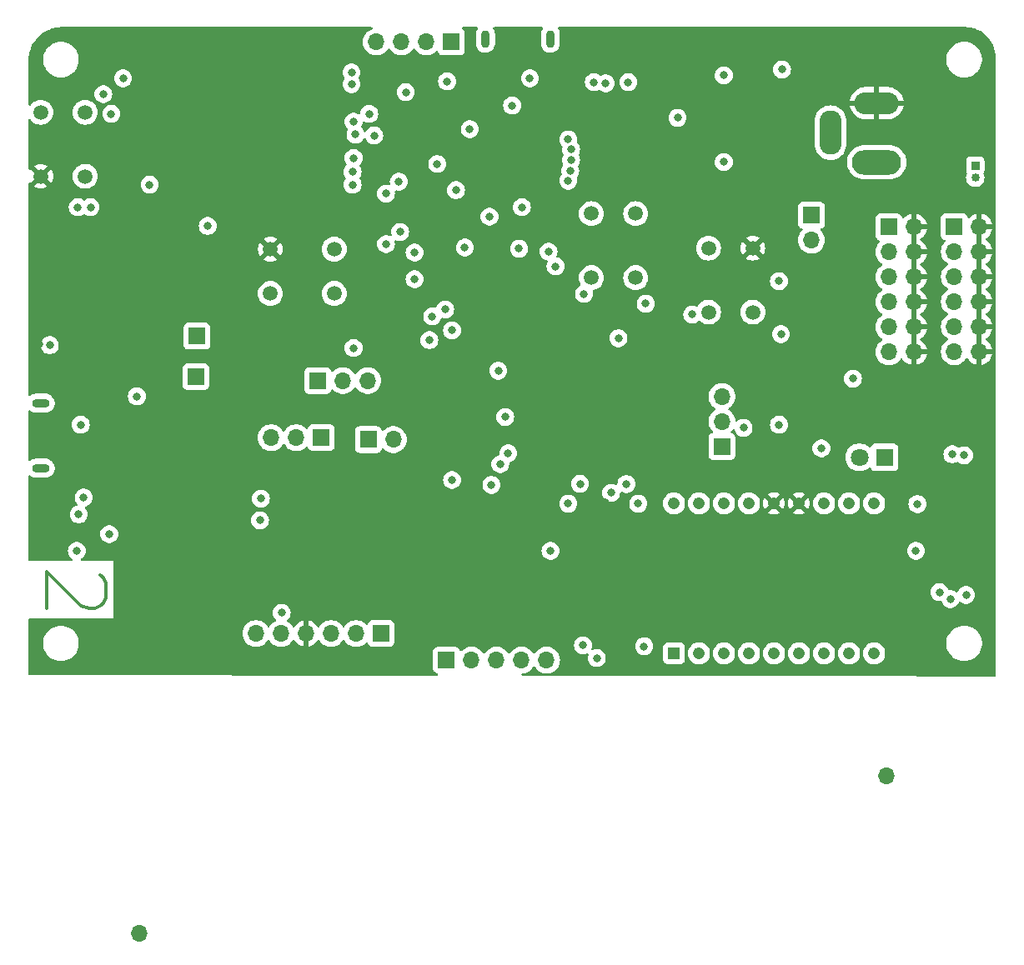
<source format=gbr>
%TF.GenerationSoftware,KiCad,Pcbnew,7.0.6*%
%TF.CreationDate,2023-11-01T15:52:39-07:00*%
%TF.ProjectId,Deliverable4_schematics,44656c69-7665-4726-9162-6c65345f7363,rev?*%
%TF.SameCoordinates,Original*%
%TF.FileFunction,Copper,L2,Inr*%
%TF.FilePolarity,Positive*%
%FSLAX46Y46*%
G04 Gerber Fmt 4.6, Leading zero omitted, Abs format (unit mm)*
G04 Created by KiCad (PCBNEW 7.0.6) date 2023-11-01 15:52:39*
%MOMM*%
%LPD*%
G01*
G04 APERTURE LIST*
%ADD10C,0.300000*%
%TA.AperFunction,NonConductor*%
%ADD11C,0.300000*%
%TD*%
%TA.AperFunction,ComponentPad*%
%ADD12O,1.700000X1.700000*%
%TD*%
%TA.AperFunction,ComponentPad*%
%ADD13O,0.900000X1.800000*%
%TD*%
%TA.AperFunction,ComponentPad*%
%ADD14R,1.700000X1.700000*%
%TD*%
%TA.AperFunction,ComponentPad*%
%ADD15R,1.208000X1.208000*%
%TD*%
%TA.AperFunction,ComponentPad*%
%ADD16C,1.208000*%
%TD*%
%TA.AperFunction,ComponentPad*%
%ADD17O,5.000000X2.500000*%
%TD*%
%TA.AperFunction,ComponentPad*%
%ADD18O,4.500000X2.250000*%
%TD*%
%TA.AperFunction,ComponentPad*%
%ADD19O,2.250000X4.500000*%
%TD*%
%TA.AperFunction,ComponentPad*%
%ADD20R,0.850000X0.850000*%
%TD*%
%TA.AperFunction,ComponentPad*%
%ADD21C,0.850000*%
%TD*%
%TA.AperFunction,ComponentPad*%
%ADD22C,1.507998*%
%TD*%
%TA.AperFunction,ComponentPad*%
%ADD23R,1.800000X1.800000*%
%TD*%
%TA.AperFunction,ComponentPad*%
%ADD24C,1.800000*%
%TD*%
%TA.AperFunction,ComponentPad*%
%ADD25O,1.800000X0.900000*%
%TD*%
%TA.AperFunction,ViaPad*%
%ADD26C,0.800000*%
%TD*%
G04 APERTURE END LIST*
D10*
D11*
X180697446Y-130340225D02*
X180983160Y-130625939D01*
X180983160Y-130625939D02*
X181268874Y-131197368D01*
X181268874Y-131197368D02*
X181268874Y-132625939D01*
X181268874Y-132625939D02*
X180983160Y-133197368D01*
X180983160Y-133197368D02*
X180697446Y-133483082D01*
X180697446Y-133483082D02*
X180126017Y-133768796D01*
X180126017Y-133768796D02*
X179554589Y-133768796D01*
X179554589Y-133768796D02*
X178697446Y-133483082D01*
X178697446Y-133483082D02*
X175268874Y-130054510D01*
X175268874Y-130054510D02*
X175268874Y-133768796D01*
D12*
%TO.N,Net-(U10-Pad2)*%
%TO.C,U10*%
X184609000Y-166800000D03*
%TD*%
%TO.N,Net-(U11-Pad2)*%
%TO.C,U11*%
X260491000Y-150800000D03*
%TD*%
D13*
%TO.N,N/C*%
%TO.C,J7*%
X226400000Y-75900000D03*
X219800000Y-75900000D03*
%TD*%
D14*
%TO.N,unconnected-(J2-Pin_1-Pad1)*%
%TO.C,J2*%
X209200000Y-136300000D03*
D12*
%TO.N,Net-(IC1-PGC1{slash}OA1IN+_{slash}_AN4_{slash}_C1IN1+_{slash}_C1IN3-_{slash}_RPB2_{slash}_RB2)*%
X206660000Y-136300000D03*
%TO.N,Net-(IC1-PGD1{slash}OA1IN-_{slash}_AN5_{slash}_CTCMP_{slash}_C1IN1-_{slash}_RTCC_{slash}_RPB3_{slash}_RB3)*%
X204120000Y-136300000D03*
%TO.N,GND*%
X201580000Y-136300000D03*
%TO.N,+3.3V*%
X199040000Y-136300000D03*
%TO.N,Net-(IC1-~{MCLR})*%
X196500000Y-136300000D03*
%TD*%
D15*
%TO.N,Net-(D7-Pad1)*%
%TO.C,D7*%
X238940000Y-138320000D03*
D16*
%TO.N,Net-(D7-Pad2)*%
X241480000Y-138320000D03*
%TO.N,Net-(D7-Pad3)*%
X244020000Y-138320000D03*
%TO.N,Net-(D7-Pad4)*%
X246560000Y-138320000D03*
%TO.N,Net-(D7-Pad5)*%
X249100000Y-138320000D03*
%TO.N,Net-(D7-Pad6)*%
X251640000Y-138320000D03*
%TO.N,Net-(D7-Pad7)*%
X254180000Y-138320000D03*
%TO.N,Net-(D7-Pad8)*%
X256720000Y-138320000D03*
%TO.N,Net-(D7-Pad9)*%
X259260000Y-138320000D03*
%TO.N,Net-(D7-Pad10)*%
X259260000Y-123080000D03*
%TO.N,Net-(D7-Pad11)*%
X256720000Y-123080000D03*
%TO.N,Net-(D7-Pad12)*%
X254180000Y-123080000D03*
%TO.N,GND*%
X251640000Y-123080000D03*
X249100000Y-123080000D03*
%TO.N,Net-(D7-Pad15)*%
X246560000Y-123080000D03*
%TO.N,Net-(D7-Pad16)*%
X244020000Y-123080000D03*
%TO.N,Net-(D7-Pad17)*%
X241480000Y-123080000D03*
%TO.N,Net-(D7-Pad18)*%
X238940000Y-123080000D03*
%TD*%
D17*
%TO.N,+5V*%
%TO.C,J5*%
X259526193Y-88412500D03*
D18*
%TO.N,GND*%
X259526193Y-82412500D03*
D19*
%TO.N,N/C*%
X254826193Y-85412500D03*
%TD*%
D14*
%TO.N,+3.3V*%
%TO.C,SW2*%
X207900000Y-116600000D03*
D12*
%TO.N,/Sensors/WaterLevel*%
X210440000Y-116600000D03*
%TD*%
D14*
%TO.N,+5V*%
%TO.C,J3*%
X267400000Y-94970000D03*
D12*
%TO.N,GND*%
X269940000Y-94970000D03*
%TO.N,+5V*%
X267400000Y-97510000D03*
%TO.N,GND*%
X269940000Y-97510000D03*
%TO.N,+5V*%
X267400000Y-100050000D03*
%TO.N,GND*%
X269940000Y-100050000D03*
%TO.N,+5V*%
X267400000Y-102590000D03*
%TO.N,GND*%
X269940000Y-102590000D03*
%TO.N,+5V*%
X267400000Y-105130000D03*
%TO.N,GND*%
X269940000Y-105130000D03*
%TO.N,+5V*%
X267400000Y-107670000D03*
%TO.N,GND*%
X269940000Y-107670000D03*
%TD*%
D14*
%TO.N,Net-(J11-Pin_1)*%
%TO.C,J11*%
X202775000Y-110600000D03*
D12*
%TO.N,Net-(J11-Pin_2)*%
X205315000Y-110600000D03*
%TO.N,Net-(J11-Pin_3)*%
X207855000Y-110600000D03*
%TD*%
D14*
%TO.N,+3.3V*%
%TO.C,J4*%
X260760000Y-95000000D03*
D12*
%TO.N,GND*%
X263300000Y-95000000D03*
%TO.N,+3.3V*%
X260760000Y-97540000D03*
%TO.N,GND*%
X263300000Y-97540000D03*
%TO.N,+3.3V*%
X260760000Y-100080000D03*
%TO.N,GND*%
X263300000Y-100080000D03*
%TO.N,+3.3V*%
X260760000Y-102620000D03*
%TO.N,GND*%
X263300000Y-102620000D03*
%TO.N,+3.3V*%
X260760000Y-105160000D03*
%TO.N,GND*%
X263300000Y-105160000D03*
%TO.N,+3.3V*%
X260760000Y-107700000D03*
%TO.N,GND*%
X263300000Y-107700000D03*
%TD*%
D14*
%TO.N,/Sensors/SoilMoisture*%
%TO.C,U3*%
X190400000Y-110200000D03*
%TD*%
%TO.N,Net-(IC1-TDO_{slash}_RPB10_{slash}_PWMH3_{slash}_RB10)*%
%TO.C,J10*%
X215840000Y-139000000D03*
D12*
%TO.N,Net-(IC1-TCK_{slash}_RPB11_{slash}_PWML3_{slash}_RB11)*%
X218380000Y-139000000D03*
%TO.N,Net-(IC1-RPB12_{slash}_PWMH2_{slash}_RB12)*%
X220920000Y-139000000D03*
%TO.N,Net-(IC1-RPB13_{slash}_PWML2_{slash}_CTPLS_{slash}_RB13)*%
X223460000Y-139000000D03*
%TO.N,Net-(IC1-PWMH4_{slash}_RA10)*%
X226000000Y-139000000D03*
%TD*%
D14*
%TO.N,/Sensors/Temp*%
%TO.C,J6*%
X203125000Y-116400000D03*
D12*
%TO.N,/Sensors/SoilMoisture*%
X200585000Y-116400000D03*
%TO.N,/Sensors/WaterLevel*%
X198045000Y-116400000D03*
%TD*%
D14*
%TO.N,Net-(Q1-S)*%
%TO.C,U2*%
X190500000Y-106100000D03*
%TD*%
D20*
%TO.N,+5V*%
%TO.C,M1*%
X269525000Y-88762500D03*
D21*
%TO.N,Net-(D6-A)*%
X269525000Y-90012500D03*
%TD*%
D22*
%TO.N,GND*%
%TO.C,SW4*%
X197949999Y-97254900D03*
%TO.N,N/C*%
X204450001Y-97254900D03*
X197949999Y-101754901D03*
%TO.N,Net-(U5-IO0)*%
X204450001Y-101754901D03*
%TD*%
%TO.N,+3.3V*%
%TO.C,SW5*%
X235045100Y-93649999D03*
%TO.N,N/C*%
X235045100Y-100150001D03*
X230545099Y-93649999D03*
%TO.N,/UserIO/UserButton*%
X230545099Y-100150001D03*
%TD*%
D23*
%TO.N,Net-(D15-K)*%
%TO.C,D15*%
X260300000Y-118400000D03*
D24*
%TO.N,Net-(D15-A)*%
X257760000Y-118400000D03*
%TD*%
D14*
%TO.N,/UserIO/SCK*%
%TO.C,J13*%
X243800000Y-117300000D03*
D12*
%TO.N,/UserIO/SS*%
X243800000Y-114760000D03*
%TO.N,/UserIO/SDO*%
X243800000Y-112220000D03*
%TD*%
D14*
%TO.N,/USB_Output/TX_Output*%
%TO.C,J12*%
X252900000Y-93800000D03*
D12*
%TO.N,/USB_Output/RX_Output*%
X252900000Y-96340000D03*
%TD*%
D14*
%TO.N,/WiFi/SCK1*%
%TO.C,J1*%
X216340000Y-76200000D03*
D12*
%TO.N,/WiFi/CS1*%
X213800000Y-76200000D03*
%TO.N,/WiFi/MOSI*%
X211260000Y-76200000D03*
%TO.N,/WiFi/MISO*%
X208720000Y-76200000D03*
%TD*%
D25*
%TO.N,N/C*%
%TO.C,J9*%
X174662500Y-112900000D03*
X174662500Y-119500000D03*
%TD*%
D22*
%TO.N,Net-(U5-EN)*%
%TO.C,SW3*%
X179145100Y-83349999D03*
%TO.N,N/C*%
X179145100Y-89850001D03*
X174645099Y-83349999D03*
%TO.N,GND*%
X174645099Y-89850001D03*
%TD*%
%TO.N,GND*%
%TO.C,SW1*%
X246945100Y-97149999D03*
%TO.N,N/C*%
X246945100Y-103650001D03*
X242445099Y-97149999D03*
%TO.N,Net-(C1-Pad1)*%
X242445099Y-103650001D03*
%TD*%
D26*
%TO.N,+5V*%
X229400000Y-121100000D03*
X228200000Y-123100000D03*
%TO.N,GND*%
X194500000Y-85600000D03*
X253300000Y-108800000D03*
X217600000Y-80560000D03*
X180033177Y-121306364D03*
X212600000Y-95100000D03*
X197000000Y-84500000D03*
X216664373Y-101944000D03*
X193100000Y-80700000D03*
X195000000Y-119200000D03*
X242300000Y-108100000D03*
X248400000Y-76400000D03*
X201700000Y-134100000D03*
X244500000Y-89600000D03*
X192000000Y-81700000D03*
X218400000Y-77000000D03*
X182900000Y-84689500D03*
X225800000Y-79860000D03*
X174500000Y-106900000D03*
X214114500Y-111300000D03*
X193100000Y-85600000D03*
X175660000Y-92809998D03*
X220400000Y-111000000D03*
X231975007Y-123000000D03*
X270500000Y-126200000D03*
X225753954Y-85053954D03*
X235700000Y-130700000D03*
X257650000Y-102900000D03*
X206400000Y-75500000D03*
X227700000Y-115800000D03*
X228000000Y-127900000D03*
X220300000Y-96062500D03*
X252200000Y-86200000D03*
X238900000Y-96900000D03*
X192000000Y-83100000D03*
X189300000Y-115100000D03*
X212185500Y-112400000D03*
X197000000Y-81700000D03*
X238800000Y-78700000D03*
X192000000Y-84500000D03*
X195900000Y-85600000D03*
X196200000Y-97000000D03*
X250900000Y-87700000D03*
X266800000Y-116670500D03*
X174362500Y-124262500D03*
X234100000Y-104000000D03*
X180400000Y-108500000D03*
X197000000Y-83100000D03*
X223600000Y-95037500D03*
X195900000Y-80700000D03*
X189000000Y-94300000D03*
X226800000Y-94300000D03*
X178600000Y-117600000D03*
X217500000Y-111400000D03*
X258850000Y-101700000D03*
X184400000Y-116100000D03*
X194500000Y-80700000D03*
X218200000Y-89160000D03*
X183050000Y-75750000D03*
X242200000Y-119600000D03*
X207400000Y-96737500D03*
%TO.N,+3.3V*%
X183000000Y-79900000D03*
X196900000Y-124800000D03*
X223500000Y-93000000D03*
X236062500Y-102800000D03*
X197000000Y-122600000D03*
X178500000Y-124200000D03*
X209700000Y-96737500D03*
X175560000Y-107009998D03*
X221800000Y-114300000D03*
X240800000Y-103900000D03*
X244000000Y-79600000D03*
X234300000Y-80300000D03*
X239300000Y-83900000D03*
X249800000Y-105900000D03*
X199100000Y-134200000D03*
X206400000Y-107300000D03*
X220200000Y-93950000D03*
X253900000Y-117500000D03*
X212599500Y-97600000D03*
X249900000Y-79000000D03*
X244000000Y-88400000D03*
X212599500Y-100300000D03*
X218200000Y-85060000D03*
X178300000Y-127900000D03*
X216800000Y-91260000D03*
X249600000Y-100500000D03*
X232000000Y-80400000D03*
X181800000Y-83500000D03*
%TO.N,/Pump/Pump*%
X220400000Y-121200000D03*
X257100000Y-110400000D03*
%TO.N,/USB_Output/TX_Output*%
X229800000Y-101800000D03*
X216400000Y-120700000D03*
%TO.N,/USB_Output/RX_Output*%
X223200000Y-97200000D03*
%TO.N,/Sensors/Temp*%
X214100000Y-106500000D03*
X217700000Y-97100000D03*
%TO.N,Net-(J11-Pin_1)*%
X206400000Y-88000000D03*
%TO.N,Net-(U6-VBUS)*%
X181600000Y-126200000D03*
X184400000Y-112200000D03*
%TO.N,Net-(U5-EN)*%
X208000000Y-83500000D03*
X180995099Y-81500000D03*
%TO.N,Net-(U5-IO0)*%
X209700000Y-91610456D03*
X211000000Y-90400000D03*
%TO.N,Net-(J7-VBUS)*%
X222500000Y-82660000D03*
X224300000Y-79900000D03*
%TO.N,Net-(J9-D-)*%
X179000000Y-122500000D03*
X178700000Y-115100000D03*
%TO.N,Net-(D8-K)*%
X246000000Y-115400000D03*
X221300000Y-119100000D03*
%TO.N,Net-(IC1-~{MCLR})*%
X233300078Y-106299922D03*
%TO.N,Net-(IC1-PGC1{slash}OA1IN+_{slash}_AN4_{slash}_C1IN1+_{slash}_C1IN3-_{slash}_RPB2_{slash}_RB2)*%
X226914500Y-99000000D03*
%TO.N,Net-(IC1-PGD1{slash}OA1IN-_{slash}_AN5_{slash}_CTCMP_{slash}_C1IN1-_{slash}_RTCC_{slash}_RPB3_{slash}_RB3)*%
X226200000Y-97500000D03*
%TO.N,/WiFi/MOSI*%
X215700000Y-103373500D03*
X208500000Y-85700000D03*
%TO.N,Net-(D10-K)*%
X249600000Y-115100000D03*
X222100000Y-118000000D03*
%TO.N,/WiFi/CS1*%
X211129500Y-95500000D03*
X214388000Y-104088000D03*
%TO.N,/WiFi/SCK1*%
X211700000Y-81300000D03*
X206599500Y-85600000D03*
X216400000Y-105500000D03*
%TO.N,Net-(U4-DTR)*%
X228200000Y-86100000D03*
X214900000Y-88600000D03*
%TO.N,Net-(U4-RTS)*%
X215900000Y-80200000D03*
X228400000Y-89300000D03*
%TO.N,Net-(U4-CTS)*%
X230800000Y-80300000D03*
X228200000Y-90300000D03*
%TO.N,Net-(J11-Pin_2)*%
X206300000Y-89400000D03*
%TO.N,Net-(U4-RXD)*%
X228494772Y-88205228D03*
X206200000Y-79300000D03*
%TO.N,Net-(U4-TXD)*%
X206200000Y-80500000D03*
X228491578Y-87118879D03*
%TO.N,/WiFi/MISO*%
X206400000Y-84300000D03*
X221100000Y-109600000D03*
%TO.N,Net-(J11-Pin_3)*%
X206300000Y-90700000D03*
%TO.N,Net-(U5-IO14)*%
X185700000Y-90700000D03*
X179700000Y-93000000D03*
%TO.N,Net-(U5-IO13)*%
X191600000Y-94900000D03*
X178400000Y-93000000D03*
%TO.N,Net-(U8-\u002ASRCLR)*%
X235300000Y-123100000D03*
X226400000Y-127900000D03*
%TO.N,Net-(D7-Pad5)*%
X267000000Y-132800000D03*
%TO.N,Net-(D7-Pad6)*%
X265900000Y-132100000D03*
%TO.N,Net-(D7-Pad12)*%
X268594772Y-132394772D03*
%TO.N,Net-(D7-Pad15)*%
X229700000Y-137500000D03*
%TO.N,Net-(D7-Pad16)*%
X231100000Y-138800000D03*
%TO.N,Net-(D7-Pad17)*%
X235900000Y-137600000D03*
%TO.N,Net-(U9-QA)*%
X263500000Y-127900000D03*
X263655228Y-123144772D03*
%TO.N,Net-(U7-1Y2)*%
X267200000Y-118100000D03*
X232560479Y-122000000D03*
%TO.N,Net-(U7-1Y1)*%
X234100000Y-121114500D03*
X268400000Y-118200000D03*
%TD*%
%TA.AperFunction,Conductor*%
%TO.N,GND*%
G36*
X263549999Y-107264498D02*
G01*
X263442315Y-107215320D01*
X263335763Y-107200000D01*
X263264237Y-107200000D01*
X263157685Y-107215320D01*
X263050000Y-107264498D01*
X263050000Y-105595501D01*
X263157685Y-105644680D01*
X263264237Y-105660000D01*
X263335763Y-105660000D01*
X263442315Y-105644680D01*
X263549999Y-105595501D01*
X263549999Y-107264498D01*
G37*
%TD.AperFunction*%
%TA.AperFunction,Conductor*%
G36*
X263549999Y-104724498D02*
G01*
X263442315Y-104675320D01*
X263335763Y-104660000D01*
X263264237Y-104660000D01*
X263157685Y-104675320D01*
X263050000Y-104724498D01*
X263050000Y-103055501D01*
X263157685Y-103104680D01*
X263264237Y-103120000D01*
X263335763Y-103120000D01*
X263442315Y-103104680D01*
X263549999Y-103055501D01*
X263549999Y-104724498D01*
G37*
%TD.AperFunction*%
%TA.AperFunction,Conductor*%
G36*
X263549999Y-102184498D02*
G01*
X263442315Y-102135320D01*
X263335763Y-102120000D01*
X263264237Y-102120000D01*
X263157685Y-102135320D01*
X263050000Y-102184498D01*
X263050000Y-100515501D01*
X263157685Y-100564680D01*
X263264237Y-100580000D01*
X263335763Y-100580000D01*
X263442315Y-100564680D01*
X263549999Y-100515501D01*
X263549999Y-102184498D01*
G37*
%TD.AperFunction*%
%TA.AperFunction,Conductor*%
G36*
X263549999Y-99644498D02*
G01*
X263442315Y-99595320D01*
X263335763Y-99580000D01*
X263264237Y-99580000D01*
X263157685Y-99595320D01*
X263050000Y-99644498D01*
X263050000Y-97975501D01*
X263157685Y-98024680D01*
X263264237Y-98040000D01*
X263335763Y-98040000D01*
X263442315Y-98024680D01*
X263549999Y-97975501D01*
X263549999Y-99644498D01*
G37*
%TD.AperFunction*%
%TA.AperFunction,Conductor*%
G36*
X263549999Y-97104498D02*
G01*
X263442315Y-97055320D01*
X263335763Y-97040000D01*
X263264237Y-97040000D01*
X263157685Y-97055320D01*
X263050000Y-97104498D01*
X263050000Y-95435501D01*
X263157685Y-95484680D01*
X263264237Y-95500000D01*
X263335763Y-95500000D01*
X263442315Y-95484680D01*
X263549999Y-95435501D01*
X263549999Y-97104498D01*
G37*
%TD.AperFunction*%
%TA.AperFunction,Conductor*%
G36*
X270190000Y-107234498D02*
G01*
X270082315Y-107185320D01*
X269975763Y-107170000D01*
X269904237Y-107170000D01*
X269797685Y-107185320D01*
X269690000Y-107234498D01*
X269690000Y-105565501D01*
X269797685Y-105614680D01*
X269904237Y-105630000D01*
X269975763Y-105630000D01*
X270082315Y-105614680D01*
X270190000Y-105565501D01*
X270190000Y-107234498D01*
G37*
%TD.AperFunction*%
%TA.AperFunction,Conductor*%
G36*
X270190000Y-104694498D02*
G01*
X270082315Y-104645320D01*
X269975763Y-104630000D01*
X269904237Y-104630000D01*
X269797685Y-104645320D01*
X269690000Y-104694498D01*
X269690000Y-103025501D01*
X269797685Y-103074680D01*
X269904237Y-103090000D01*
X269975763Y-103090000D01*
X270082315Y-103074680D01*
X270190000Y-103025501D01*
X270190000Y-104694498D01*
G37*
%TD.AperFunction*%
%TA.AperFunction,Conductor*%
G36*
X270190000Y-102154498D02*
G01*
X270082315Y-102105320D01*
X269975763Y-102090000D01*
X269904237Y-102090000D01*
X269797685Y-102105320D01*
X269690000Y-102154498D01*
X269690000Y-100485501D01*
X269797685Y-100534680D01*
X269904237Y-100550000D01*
X269975763Y-100550000D01*
X270082315Y-100534680D01*
X270190000Y-100485501D01*
X270190000Y-102154498D01*
G37*
%TD.AperFunction*%
%TA.AperFunction,Conductor*%
G36*
X270190000Y-99614498D02*
G01*
X270082315Y-99565320D01*
X269975763Y-99550000D01*
X269904237Y-99550000D01*
X269797685Y-99565320D01*
X269690000Y-99614498D01*
X269690000Y-97945501D01*
X269797685Y-97994680D01*
X269904237Y-98010000D01*
X269975763Y-98010000D01*
X270082315Y-97994680D01*
X270190000Y-97945501D01*
X270190000Y-99614498D01*
G37*
%TD.AperFunction*%
%TA.AperFunction,Conductor*%
G36*
X270190000Y-97074498D02*
G01*
X270082315Y-97025320D01*
X269975763Y-97010000D01*
X269904237Y-97010000D01*
X269797685Y-97025320D01*
X269690000Y-97074498D01*
X269690000Y-95405501D01*
X269797685Y-95454680D01*
X269904237Y-95470000D01*
X269975763Y-95470000D01*
X270082315Y-95454680D01*
X270190000Y-95405501D01*
X270190000Y-97074498D01*
G37*
%TD.AperFunction*%
%TA.AperFunction,Conductor*%
G36*
X208283317Y-74701185D02*
G01*
X208329072Y-74753989D01*
X208339016Y-74823147D01*
X208309991Y-74886703D01*
X208256541Y-74922781D01*
X208172430Y-74951656D01*
X208172419Y-74951661D01*
X207974427Y-75058808D01*
X207974422Y-75058812D01*
X207796761Y-75197092D01*
X207796756Y-75197097D01*
X207644284Y-75362723D01*
X207644276Y-75362734D01*
X207521140Y-75551207D01*
X207430703Y-75757385D01*
X207375436Y-75975628D01*
X207375434Y-75975640D01*
X207356844Y-76199994D01*
X207356844Y-76200005D01*
X207375434Y-76424359D01*
X207375436Y-76424371D01*
X207430703Y-76642614D01*
X207521140Y-76848792D01*
X207644276Y-77037265D01*
X207644284Y-77037276D01*
X207796756Y-77202902D01*
X207796761Y-77202907D01*
X207831286Y-77229779D01*
X207974424Y-77341189D01*
X207974425Y-77341189D01*
X207974427Y-77341191D01*
X208101135Y-77409761D01*
X208172426Y-77448342D01*
X208385365Y-77521444D01*
X208607431Y-77558500D01*
X208832569Y-77558500D01*
X209054635Y-77521444D01*
X209267574Y-77448342D01*
X209465576Y-77341189D01*
X209643240Y-77202906D01*
X209795722Y-77037268D01*
X209886193Y-76898791D01*
X209939336Y-76853437D01*
X210008567Y-76844013D01*
X210071903Y-76873515D01*
X210093807Y-76898793D01*
X210184276Y-77037265D01*
X210184284Y-77037276D01*
X210336756Y-77202902D01*
X210336761Y-77202907D01*
X210371286Y-77229779D01*
X210514424Y-77341189D01*
X210514425Y-77341189D01*
X210514427Y-77341191D01*
X210641135Y-77409761D01*
X210712426Y-77448342D01*
X210925365Y-77521444D01*
X211147431Y-77558500D01*
X211372569Y-77558500D01*
X211594635Y-77521444D01*
X211807574Y-77448342D01*
X212005576Y-77341189D01*
X212183240Y-77202906D01*
X212335722Y-77037268D01*
X212426193Y-76898790D01*
X212479338Y-76853437D01*
X212548569Y-76844013D01*
X212611905Y-76873515D01*
X212633804Y-76898787D01*
X212724278Y-77037268D01*
X212724283Y-77037273D01*
X212724284Y-77037276D01*
X212876756Y-77202902D01*
X212876761Y-77202907D01*
X212911286Y-77229779D01*
X213054424Y-77341189D01*
X213054425Y-77341189D01*
X213054427Y-77341191D01*
X213181135Y-77409761D01*
X213252426Y-77448342D01*
X213465365Y-77521444D01*
X213687431Y-77558500D01*
X213912569Y-77558500D01*
X214134635Y-77521444D01*
X214347574Y-77448342D01*
X214545576Y-77341189D01*
X214723240Y-77202906D01*
X214786452Y-77134239D01*
X214846337Y-77098250D01*
X214916175Y-77100349D01*
X214973791Y-77139873D01*
X214993861Y-77174888D01*
X215023172Y-77253470D01*
X215039111Y-77296204D01*
X215126739Y-77413261D01*
X215243796Y-77500889D01*
X215380799Y-77551989D01*
X215408050Y-77554918D01*
X215441345Y-77558499D01*
X215441362Y-77558500D01*
X217238638Y-77558500D01*
X217238654Y-77558499D01*
X217265692Y-77555591D01*
X217299201Y-77551989D01*
X217436204Y-77500889D01*
X217553261Y-77413261D01*
X217640889Y-77296204D01*
X217688517Y-77168509D01*
X217691988Y-77159204D01*
X217691988Y-77159203D01*
X217691989Y-77159201D01*
X217697078Y-77111867D01*
X217698499Y-77098654D01*
X217698500Y-77098637D01*
X217698500Y-75301362D01*
X217698499Y-75301345D01*
X217694672Y-75265759D01*
X217691989Y-75240799D01*
X217640889Y-75103796D01*
X217553261Y-74986739D01*
X217443758Y-74904766D01*
X217401888Y-74848833D01*
X217396904Y-74779142D01*
X217430389Y-74717818D01*
X217491712Y-74684334D01*
X217518070Y-74681500D01*
X218929692Y-74681500D01*
X218996731Y-74701185D01*
X219042486Y-74753989D01*
X219052430Y-74823147D01*
X219031466Y-74876337D01*
X219015615Y-74899111D01*
X218957617Y-74982438D01*
X218880741Y-75161580D01*
X218841500Y-75352529D01*
X218841500Y-76398609D01*
X218856278Y-76543941D01*
X218914633Y-76729930D01*
X218914640Y-76729945D01*
X219009239Y-76900381D01*
X219009242Y-76900386D01*
X219136216Y-77048293D01*
X219136217Y-77048294D01*
X219136220Y-77048297D01*
X219290373Y-77167620D01*
X219465391Y-77253471D01*
X219654108Y-77302333D01*
X219848798Y-77312206D01*
X220041489Y-77282687D01*
X220224295Y-77214983D01*
X220389729Y-77111867D01*
X220531020Y-76977560D01*
X220642383Y-76817561D01*
X220719259Y-76638419D01*
X220758500Y-76447470D01*
X220758500Y-75401392D01*
X220746067Y-75279124D01*
X220743721Y-75256058D01*
X220685366Y-75070069D01*
X220685364Y-75070065D01*
X220685363Y-75070061D01*
X220590759Y-74899616D01*
X220590758Y-74899615D01*
X220590757Y-74899613D01*
X220579302Y-74886270D01*
X220550570Y-74822582D01*
X220560832Y-74753470D01*
X220606830Y-74700877D01*
X220673388Y-74681500D01*
X225529692Y-74681500D01*
X225596731Y-74701185D01*
X225642486Y-74753989D01*
X225652430Y-74823147D01*
X225631466Y-74876337D01*
X225615615Y-74899111D01*
X225557617Y-74982438D01*
X225480741Y-75161580D01*
X225441500Y-75352529D01*
X225441500Y-76398609D01*
X225456278Y-76543941D01*
X225514633Y-76729930D01*
X225514640Y-76729945D01*
X225609239Y-76900381D01*
X225609242Y-76900386D01*
X225736216Y-77048293D01*
X225736217Y-77048294D01*
X225736220Y-77048297D01*
X225890373Y-77167620D01*
X226065391Y-77253471D01*
X226254108Y-77302333D01*
X226448798Y-77312206D01*
X226641489Y-77282687D01*
X226824295Y-77214983D01*
X226989729Y-77111867D01*
X227131020Y-76977560D01*
X227242383Y-76817561D01*
X227319259Y-76638419D01*
X227358500Y-76447470D01*
X227358500Y-75401392D01*
X227346067Y-75279124D01*
X227343721Y-75256058D01*
X227285366Y-75070069D01*
X227285364Y-75070065D01*
X227285363Y-75070061D01*
X227190759Y-74899616D01*
X227190758Y-74899615D01*
X227190757Y-74899613D01*
X227179302Y-74886270D01*
X227150570Y-74822582D01*
X227160832Y-74753470D01*
X227206830Y-74700877D01*
X227273388Y-74681500D01*
X268445149Y-74681500D01*
X268498378Y-74681500D01*
X268501620Y-74681584D01*
X268822742Y-74698413D01*
X268829168Y-74699089D01*
X269145172Y-74749140D01*
X269151500Y-74750484D01*
X269422680Y-74823147D01*
X269460527Y-74833288D01*
X269466692Y-74835290D01*
X269765374Y-74949943D01*
X269771294Y-74952578D01*
X270056362Y-75097828D01*
X270061967Y-75101064D01*
X270330292Y-75275317D01*
X270335530Y-75279123D01*
X270486517Y-75401390D01*
X270584160Y-75480459D01*
X270588986Y-75484805D01*
X270815194Y-75711013D01*
X270819540Y-75715839D01*
X271020875Y-75964468D01*
X271024684Y-75969711D01*
X271198931Y-76238026D01*
X271202174Y-76243643D01*
X271347416Y-76528695D01*
X271350057Y-76534628D01*
X271464705Y-76833296D01*
X271466711Y-76839472D01*
X271549512Y-77148489D01*
X271550862Y-77154841D01*
X271600908Y-77470814D01*
X271601587Y-77477273D01*
X271618415Y-77798376D01*
X271618500Y-77801622D01*
X271618500Y-140572413D01*
X271598815Y-140639452D01*
X271546011Y-140685207D01*
X271494267Y-140696413D01*
X263790981Y-140681919D01*
X263755509Y-140676667D01*
X263688183Y-140656423D01*
X263484541Y-140626470D01*
X263430318Y-140618495D01*
X263430310Y-140618495D01*
X263300000Y-140618500D01*
X230083188Y-140618500D01*
X223580299Y-140606265D01*
X223513296Y-140586454D01*
X223467641Y-140533564D01*
X223457828Y-140464387D01*
X223486972Y-140400886D01*
X223545821Y-140363222D01*
X223570295Y-140358688D01*
X223572561Y-140358500D01*
X223572569Y-140358500D01*
X223794635Y-140321444D01*
X224007574Y-140248342D01*
X224205576Y-140141189D01*
X224383240Y-140002906D01*
X224535722Y-139837268D01*
X224626193Y-139698790D01*
X224679338Y-139653437D01*
X224748569Y-139644013D01*
X224811905Y-139673515D01*
X224833804Y-139698787D01*
X224924278Y-139837268D01*
X224924283Y-139837273D01*
X224924284Y-139837276D01*
X225050968Y-139974889D01*
X225076760Y-140002906D01*
X225254424Y-140141189D01*
X225254425Y-140141189D01*
X225254427Y-140141191D01*
X225381135Y-140209761D01*
X225452426Y-140248342D01*
X225665365Y-140321444D01*
X225887431Y-140358500D01*
X226112569Y-140358500D01*
X226334635Y-140321444D01*
X226547574Y-140248342D01*
X226745576Y-140141189D01*
X226923240Y-140002906D01*
X227075722Y-139837268D01*
X227198860Y-139648791D01*
X227289296Y-139442616D01*
X227344564Y-139224368D01*
X227345622Y-139211598D01*
X227363156Y-139000005D01*
X227363156Y-138999994D01*
X227344565Y-138775640D01*
X227344563Y-138775628D01*
X227289296Y-138557385D01*
X227267853Y-138508500D01*
X227198860Y-138351209D01*
X227182706Y-138326484D01*
X227086263Y-138178866D01*
X227075722Y-138162732D01*
X227075719Y-138162729D01*
X227075715Y-138162723D01*
X226923243Y-137997097D01*
X226923238Y-137997092D01*
X226787574Y-137891500D01*
X226745576Y-137858811D01*
X226745575Y-137858810D01*
X226745572Y-137858808D01*
X226547580Y-137751661D01*
X226547577Y-137751659D01*
X226547574Y-137751658D01*
X226547571Y-137751657D01*
X226547569Y-137751656D01*
X226334637Y-137678556D01*
X226112569Y-137641500D01*
X225887431Y-137641500D01*
X225665362Y-137678556D01*
X225452430Y-137751656D01*
X225452419Y-137751661D01*
X225254427Y-137858808D01*
X225254422Y-137858812D01*
X225076761Y-137997092D01*
X225076756Y-137997097D01*
X224924284Y-138162723D01*
X224924276Y-138162734D01*
X224833808Y-138301206D01*
X224780662Y-138346562D01*
X224711431Y-138355986D01*
X224648095Y-138326484D01*
X224626192Y-138301206D01*
X224546263Y-138178866D01*
X224535722Y-138162732D01*
X224535719Y-138162729D01*
X224535715Y-138162723D01*
X224383243Y-137997097D01*
X224383238Y-137997092D01*
X224247574Y-137891500D01*
X224205576Y-137858811D01*
X224205575Y-137858810D01*
X224205572Y-137858808D01*
X224007580Y-137751661D01*
X224007577Y-137751659D01*
X224007574Y-137751658D01*
X224007571Y-137751657D01*
X224007569Y-137751656D01*
X223794637Y-137678556D01*
X223572569Y-137641500D01*
X223347431Y-137641500D01*
X223125362Y-137678556D01*
X222912430Y-137751656D01*
X222912419Y-137751661D01*
X222714427Y-137858808D01*
X222714422Y-137858812D01*
X222536761Y-137997092D01*
X222536756Y-137997097D01*
X222384284Y-138162723D01*
X222384276Y-138162734D01*
X222293808Y-138301206D01*
X222240662Y-138346562D01*
X222171431Y-138355986D01*
X222108095Y-138326484D01*
X222086192Y-138301206D01*
X222006263Y-138178866D01*
X221995722Y-138162732D01*
X221995719Y-138162729D01*
X221995715Y-138162723D01*
X221843243Y-137997097D01*
X221843238Y-137997092D01*
X221707574Y-137891500D01*
X221665576Y-137858811D01*
X221665575Y-137858810D01*
X221665572Y-137858808D01*
X221467580Y-137751661D01*
X221467577Y-137751659D01*
X221467574Y-137751658D01*
X221467571Y-137751657D01*
X221467569Y-137751656D01*
X221254637Y-137678556D01*
X221032569Y-137641500D01*
X220807431Y-137641500D01*
X220585362Y-137678556D01*
X220372430Y-137751656D01*
X220372419Y-137751661D01*
X220174427Y-137858808D01*
X220174422Y-137858812D01*
X219996761Y-137997092D01*
X219996756Y-137997097D01*
X219844284Y-138162723D01*
X219844276Y-138162734D01*
X219753808Y-138301206D01*
X219700662Y-138346562D01*
X219631431Y-138355986D01*
X219568095Y-138326484D01*
X219546192Y-138301206D01*
X219466263Y-138178866D01*
X219455722Y-138162732D01*
X219455719Y-138162729D01*
X219455715Y-138162723D01*
X219303243Y-137997097D01*
X219303238Y-137997092D01*
X219167574Y-137891500D01*
X219125576Y-137858811D01*
X219125575Y-137858810D01*
X219125572Y-137858808D01*
X218927580Y-137751661D01*
X218927577Y-137751659D01*
X218927574Y-137751658D01*
X218927571Y-137751657D01*
X218927569Y-137751656D01*
X218714637Y-137678556D01*
X218492569Y-137641500D01*
X218267431Y-137641500D01*
X218045362Y-137678556D01*
X217832430Y-137751656D01*
X217832419Y-137751661D01*
X217634427Y-137858808D01*
X217634422Y-137858812D01*
X217456761Y-137997092D01*
X217393548Y-138065760D01*
X217333661Y-138101750D01*
X217263823Y-138099649D01*
X217206207Y-138060124D01*
X217186138Y-138025110D01*
X217140889Y-137903796D01*
X217107214Y-137858812D01*
X217053261Y-137786739D01*
X216936204Y-137699111D01*
X216911584Y-137689928D01*
X216799203Y-137648011D01*
X216738654Y-137641500D01*
X216738638Y-137641500D01*
X214941362Y-137641500D01*
X214941345Y-137641500D01*
X214880797Y-137648011D01*
X214880795Y-137648011D01*
X214743795Y-137699111D01*
X214626739Y-137786739D01*
X214539111Y-137903795D01*
X214488011Y-138040795D01*
X214488011Y-138040797D01*
X214481500Y-138101345D01*
X214481500Y-139898654D01*
X214488011Y-139959202D01*
X214488011Y-139959204D01*
X214539110Y-140096203D01*
X214539111Y-140096204D01*
X214626739Y-140213261D01*
X214743796Y-140300889D01*
X214798903Y-140321443D01*
X214874451Y-140349622D01*
X214930384Y-140391493D01*
X214954800Y-140456958D01*
X214939948Y-140525231D01*
X214890542Y-140574636D01*
X214830883Y-140589803D01*
X173505267Y-140512049D01*
X173438264Y-140492238D01*
X173392609Y-140439348D01*
X173381500Y-140388049D01*
X173381500Y-137435176D01*
X174896300Y-137435176D01*
X174936589Y-137702482D01*
X174936591Y-137702488D01*
X175016275Y-137960814D01*
X175133567Y-138204374D01*
X175133569Y-138204376D01*
X175133570Y-138204379D01*
X175233677Y-138351209D01*
X175285856Y-138427742D01*
X175469727Y-138625909D01*
X175469731Y-138625912D01*
X175469732Y-138625913D01*
X175681090Y-138794466D01*
X175915209Y-138929635D01*
X176166859Y-139028400D01*
X176430419Y-139088556D01*
X176480940Y-139092342D01*
X176632499Y-139103700D01*
X176632505Y-139103700D01*
X176767501Y-139103700D01*
X176902219Y-139093603D01*
X176969581Y-139088556D01*
X177233141Y-139028400D01*
X177484791Y-138929635D01*
X177718910Y-138794466D01*
X177930268Y-138625913D01*
X177944967Y-138610072D01*
X178039211Y-138508500D01*
X178114144Y-138427742D01*
X178266430Y-138204379D01*
X178383725Y-137960814D01*
X178463409Y-137702487D01*
X178465302Y-137689931D01*
X178503699Y-137435176D01*
X178503700Y-137435167D01*
X178503700Y-137164832D01*
X178503699Y-137164823D01*
X178463410Y-136897517D01*
X178463408Y-136897511D01*
X178436070Y-136808883D01*
X178383725Y-136639186D01*
X178266430Y-136395621D01*
X178201240Y-136300005D01*
X195136844Y-136300005D01*
X195155434Y-136524359D01*
X195155436Y-136524371D01*
X195210703Y-136742614D01*
X195301140Y-136948792D01*
X195424276Y-137137265D01*
X195424284Y-137137276D01*
X195576756Y-137302902D01*
X195576761Y-137302907D01*
X195585967Y-137310072D01*
X195754424Y-137441189D01*
X195754425Y-137441189D01*
X195754427Y-137441191D01*
X195881135Y-137509761D01*
X195952426Y-137548342D01*
X196165365Y-137621444D01*
X196387431Y-137658500D01*
X196612569Y-137658500D01*
X196834635Y-137621444D01*
X197047574Y-137548342D01*
X197245576Y-137441189D01*
X197423240Y-137302906D01*
X197544594Y-137171082D01*
X197575715Y-137137276D01*
X197575717Y-137137273D01*
X197575722Y-137137268D01*
X197666193Y-136998791D01*
X197719336Y-136953437D01*
X197788567Y-136944013D01*
X197851903Y-136973515D01*
X197873807Y-136998793D01*
X197964276Y-137137265D01*
X197964284Y-137137276D01*
X198116756Y-137302902D01*
X198116761Y-137302907D01*
X198125967Y-137310072D01*
X198294424Y-137441189D01*
X198294425Y-137441189D01*
X198294427Y-137441191D01*
X198421135Y-137509761D01*
X198492426Y-137548342D01*
X198705365Y-137621444D01*
X198927431Y-137658500D01*
X199152569Y-137658500D01*
X199374635Y-137621444D01*
X199587574Y-137548342D01*
X199785576Y-137441189D01*
X199963240Y-137302906D01*
X200084594Y-137171082D01*
X200115715Y-137137276D01*
X200115715Y-137137275D01*
X200115722Y-137137268D01*
X200209749Y-136993347D01*
X200262894Y-136947994D01*
X200332125Y-136938570D01*
X200395461Y-136968072D01*
X200415130Y-136990048D01*
X200541890Y-137171078D01*
X200708917Y-137338105D01*
X200902421Y-137473600D01*
X201116507Y-137573429D01*
X201116516Y-137573433D01*
X201330000Y-137630634D01*
X201330000Y-136735501D01*
X201437685Y-136784680D01*
X201544237Y-136800000D01*
X201615763Y-136800000D01*
X201722315Y-136784680D01*
X201829999Y-136735501D01*
X201829999Y-137630633D01*
X202043483Y-137573433D01*
X202043492Y-137573429D01*
X202257578Y-137473600D01*
X202451082Y-137338105D01*
X202618105Y-137171082D01*
X202744868Y-136990048D01*
X202799445Y-136946423D01*
X202868944Y-136939231D01*
X202931298Y-136970753D01*
X202950251Y-136993350D01*
X203044276Y-137137265D01*
X203044284Y-137137276D01*
X203196756Y-137302902D01*
X203196761Y-137302907D01*
X203205967Y-137310072D01*
X203374424Y-137441189D01*
X203374425Y-137441189D01*
X203374427Y-137441191D01*
X203501135Y-137509761D01*
X203572426Y-137548342D01*
X203785365Y-137621444D01*
X204007431Y-137658500D01*
X204232569Y-137658500D01*
X204454635Y-137621444D01*
X204667574Y-137548342D01*
X204865576Y-137441189D01*
X205043240Y-137302906D01*
X205164594Y-137171082D01*
X205195715Y-137137276D01*
X205195715Y-137137275D01*
X205195722Y-137137268D01*
X205286193Y-136998790D01*
X205339338Y-136953437D01*
X205408569Y-136944013D01*
X205471905Y-136973515D01*
X205493804Y-136998787D01*
X205584278Y-137137268D01*
X205584283Y-137137273D01*
X205584284Y-137137276D01*
X205736756Y-137302902D01*
X205736761Y-137302907D01*
X205745967Y-137310072D01*
X205914424Y-137441189D01*
X205914425Y-137441189D01*
X205914427Y-137441191D01*
X206041135Y-137509761D01*
X206112426Y-137548342D01*
X206325365Y-137621444D01*
X206547431Y-137658500D01*
X206772569Y-137658500D01*
X206994635Y-137621444D01*
X207207574Y-137548342D01*
X207405576Y-137441189D01*
X207583240Y-137302906D01*
X207646452Y-137234239D01*
X207706337Y-137198250D01*
X207776175Y-137200349D01*
X207833791Y-137239873D01*
X207853861Y-137274888D01*
X207882899Y-137352739D01*
X207899111Y-137396204D01*
X207986739Y-137513261D01*
X208103796Y-137600889D01*
X208240799Y-137651989D01*
X208268050Y-137654918D01*
X208301345Y-137658499D01*
X208301362Y-137658500D01*
X210098638Y-137658500D01*
X210098654Y-137658499D01*
X210125692Y-137655591D01*
X210159201Y-137651989D01*
X210296204Y-137600889D01*
X210413261Y-137513261D01*
X210423188Y-137500000D01*
X228786496Y-137500000D01*
X228806458Y-137689928D01*
X228806459Y-137689930D01*
X228806459Y-137689931D01*
X228865470Y-137871549D01*
X228865473Y-137871556D01*
X228960960Y-138036944D01*
X229088747Y-138178866D01*
X229243248Y-138291118D01*
X229417712Y-138368794D01*
X229604513Y-138408500D01*
X229795487Y-138408500D01*
X229982288Y-138368794D01*
X230081597Y-138324578D01*
X230150846Y-138315294D01*
X230214123Y-138344922D01*
X230251336Y-138404057D01*
X230250671Y-138473923D01*
X230249963Y-138476176D01*
X230223577Y-138557385D01*
X230206458Y-138610072D01*
X230186496Y-138800000D01*
X230206458Y-138989928D01*
X230206459Y-138989931D01*
X230265470Y-139171549D01*
X230265473Y-139171556D01*
X230360960Y-139336944D01*
X230488747Y-139478866D01*
X230643248Y-139591118D01*
X230817712Y-139668794D01*
X231004513Y-139708500D01*
X231195487Y-139708500D01*
X231382288Y-139668794D01*
X231556752Y-139591118D01*
X231711253Y-139478866D01*
X231839040Y-139336944D01*
X231934527Y-139171556D01*
X231993542Y-138989928D01*
X231995358Y-138972654D01*
X237827500Y-138972654D01*
X237834011Y-139033202D01*
X237834011Y-139033204D01*
X237885110Y-139170204D01*
X237885111Y-139170204D01*
X237972739Y-139287261D01*
X238089796Y-139374889D01*
X238226799Y-139425989D01*
X238254050Y-139428918D01*
X238287345Y-139432499D01*
X238287362Y-139432500D01*
X239592638Y-139432500D01*
X239592654Y-139432499D01*
X239619692Y-139429591D01*
X239653201Y-139425989D01*
X239790204Y-139374889D01*
X239907261Y-139287261D01*
X239994889Y-139170204D01*
X240045989Y-139033201D01*
X240050641Y-138989928D01*
X240052499Y-138972654D01*
X240052499Y-138972647D01*
X240052500Y-138972638D01*
X240052500Y-138320000D01*
X240362734Y-138320000D01*
X240381757Y-138525294D01*
X240438180Y-138723605D01*
X240530081Y-138908165D01*
X240654331Y-139072699D01*
X240806696Y-139211597D01*
X240806698Y-139211599D01*
X240827321Y-139224368D01*
X240981992Y-139320136D01*
X241174246Y-139394615D01*
X241376912Y-139432500D01*
X241376914Y-139432500D01*
X241583086Y-139432500D01*
X241583088Y-139432500D01*
X241785754Y-139394615D01*
X241978008Y-139320136D01*
X242153303Y-139211598D01*
X242305670Y-139072697D01*
X242429919Y-138908165D01*
X242521820Y-138723603D01*
X242578242Y-138525297D01*
X242597266Y-138320000D01*
X242597266Y-138319999D01*
X242902734Y-138319999D01*
X242921757Y-138525294D01*
X242978180Y-138723605D01*
X243070081Y-138908165D01*
X243194331Y-139072699D01*
X243346696Y-139211597D01*
X243346698Y-139211599D01*
X243367321Y-139224368D01*
X243521992Y-139320136D01*
X243714246Y-139394615D01*
X243916912Y-139432500D01*
X243916914Y-139432500D01*
X244123086Y-139432500D01*
X244123088Y-139432500D01*
X244325754Y-139394615D01*
X244518008Y-139320136D01*
X244693303Y-139211598D01*
X244845670Y-139072697D01*
X244969919Y-138908165D01*
X245061820Y-138723603D01*
X245118242Y-138525297D01*
X245137266Y-138320000D01*
X245442734Y-138320000D01*
X245461757Y-138525294D01*
X245518180Y-138723605D01*
X245610081Y-138908165D01*
X245734331Y-139072699D01*
X245886696Y-139211597D01*
X245886698Y-139211599D01*
X245907321Y-139224368D01*
X246061992Y-139320136D01*
X246254246Y-139394615D01*
X246456912Y-139432500D01*
X246456914Y-139432500D01*
X246663086Y-139432500D01*
X246663088Y-139432500D01*
X246865754Y-139394615D01*
X247058008Y-139320136D01*
X247233303Y-139211598D01*
X247385670Y-139072697D01*
X247509919Y-138908165D01*
X247601820Y-138723603D01*
X247658242Y-138525297D01*
X247677266Y-138320000D01*
X247677266Y-138319999D01*
X247982734Y-138319999D01*
X248001757Y-138525294D01*
X248058180Y-138723605D01*
X248150081Y-138908165D01*
X248274331Y-139072699D01*
X248426696Y-139211597D01*
X248426698Y-139211599D01*
X248447321Y-139224368D01*
X248601992Y-139320136D01*
X248794246Y-139394615D01*
X248996912Y-139432500D01*
X248996914Y-139432500D01*
X249203086Y-139432500D01*
X249203088Y-139432500D01*
X249405754Y-139394615D01*
X249598008Y-139320136D01*
X249773303Y-139211598D01*
X249925670Y-139072697D01*
X250049919Y-138908165D01*
X250141820Y-138723603D01*
X250198242Y-138525297D01*
X250217266Y-138320000D01*
X250522734Y-138320000D01*
X250541757Y-138525294D01*
X250598180Y-138723605D01*
X250690081Y-138908165D01*
X250814331Y-139072699D01*
X250966696Y-139211597D01*
X250966698Y-139211599D01*
X250987321Y-139224368D01*
X251141992Y-139320136D01*
X251334246Y-139394615D01*
X251536912Y-139432500D01*
X251536914Y-139432500D01*
X251743086Y-139432500D01*
X251743088Y-139432500D01*
X251945754Y-139394615D01*
X252138008Y-139320136D01*
X252313303Y-139211598D01*
X252465670Y-139072697D01*
X252589919Y-138908165D01*
X252681820Y-138723603D01*
X252738242Y-138525297D01*
X252757266Y-138320000D01*
X253062734Y-138320000D01*
X253081757Y-138525294D01*
X253138180Y-138723605D01*
X253230081Y-138908165D01*
X253354331Y-139072699D01*
X253506696Y-139211597D01*
X253506698Y-139211599D01*
X253527321Y-139224368D01*
X253681992Y-139320136D01*
X253874246Y-139394615D01*
X254076912Y-139432500D01*
X254076914Y-139432500D01*
X254283086Y-139432500D01*
X254283088Y-139432500D01*
X254485754Y-139394615D01*
X254678008Y-139320136D01*
X254853303Y-139211598D01*
X255005670Y-139072697D01*
X255129919Y-138908165D01*
X255221820Y-138723603D01*
X255278242Y-138525297D01*
X255297266Y-138320000D01*
X255297266Y-138319999D01*
X255602734Y-138319999D01*
X255621757Y-138525294D01*
X255678180Y-138723605D01*
X255770081Y-138908165D01*
X255894331Y-139072699D01*
X256046696Y-139211597D01*
X256046698Y-139211599D01*
X256067321Y-139224368D01*
X256221992Y-139320136D01*
X256414246Y-139394615D01*
X256616912Y-139432500D01*
X256616914Y-139432500D01*
X256823086Y-139432500D01*
X256823088Y-139432500D01*
X257025754Y-139394615D01*
X257218008Y-139320136D01*
X257393303Y-139211598D01*
X257545670Y-139072697D01*
X257669919Y-138908165D01*
X257761820Y-138723603D01*
X257818242Y-138525297D01*
X257837266Y-138320000D01*
X258142734Y-138320000D01*
X258161757Y-138525294D01*
X258218180Y-138723605D01*
X258310081Y-138908165D01*
X258434331Y-139072699D01*
X258586696Y-139211597D01*
X258586698Y-139211599D01*
X258607321Y-139224368D01*
X258761992Y-139320136D01*
X258954246Y-139394615D01*
X259156912Y-139432500D01*
X259156914Y-139432500D01*
X259363086Y-139432500D01*
X259363088Y-139432500D01*
X259565754Y-139394615D01*
X259758008Y-139320136D01*
X259933303Y-139211598D01*
X260085670Y-139072697D01*
X260209919Y-138908165D01*
X260301820Y-138723603D01*
X260358242Y-138525297D01*
X260377266Y-138320000D01*
X260358242Y-138114703D01*
X260301820Y-137916397D01*
X260295545Y-137903796D01*
X260219791Y-137751661D01*
X260209919Y-137731835D01*
X260133495Y-137630633D01*
X260085668Y-137567300D01*
X259940734Y-137435176D01*
X266596300Y-137435176D01*
X266636589Y-137702482D01*
X266636591Y-137702488D01*
X266716275Y-137960814D01*
X266833567Y-138204374D01*
X266833569Y-138204376D01*
X266833570Y-138204379D01*
X266933677Y-138351209D01*
X266985856Y-138427742D01*
X267169727Y-138625909D01*
X267169731Y-138625912D01*
X267169732Y-138625913D01*
X267381090Y-138794466D01*
X267615209Y-138929635D01*
X267866859Y-139028400D01*
X268130419Y-139088556D01*
X268180940Y-139092342D01*
X268332499Y-139103700D01*
X268332505Y-139103700D01*
X268467501Y-139103700D01*
X268602219Y-139093603D01*
X268669581Y-139088556D01*
X268933141Y-139028400D01*
X269184791Y-138929635D01*
X269418910Y-138794466D01*
X269630268Y-138625913D01*
X269644967Y-138610072D01*
X269739211Y-138508500D01*
X269814144Y-138427742D01*
X269966430Y-138204379D01*
X270083725Y-137960814D01*
X270163409Y-137702487D01*
X270165302Y-137689931D01*
X270203699Y-137435176D01*
X270203700Y-137435167D01*
X270203700Y-137164832D01*
X270203699Y-137164823D01*
X270163410Y-136897517D01*
X270163408Y-136897511D01*
X270136070Y-136808883D01*
X270083725Y-136639186D01*
X269966430Y-136395621D01*
X269814144Y-136172258D01*
X269803849Y-136161163D01*
X269630272Y-135974090D01*
X269506077Y-135875048D01*
X269418910Y-135805534D01*
X269184791Y-135670365D01*
X268933141Y-135571600D01*
X268933132Y-135571598D01*
X268933129Y-135571597D01*
X268669578Y-135511443D01*
X268467501Y-135496300D01*
X268467495Y-135496300D01*
X268332505Y-135496300D01*
X268332499Y-135496300D01*
X268130421Y-135511443D01*
X267866870Y-135571597D01*
X267866862Y-135571599D01*
X267866859Y-135571600D01*
X267866856Y-135571600D01*
X267866853Y-135571602D01*
X267615208Y-135670365D01*
X267381090Y-135805534D01*
X267169727Y-135974090D01*
X266985856Y-136172257D01*
X266833567Y-136395625D01*
X266716275Y-136639185D01*
X266636591Y-136897511D01*
X266636589Y-136897517D01*
X266596300Y-137164823D01*
X266596300Y-137435176D01*
X259940734Y-137435176D01*
X259933303Y-137428402D01*
X259933301Y-137428400D01*
X259758013Y-137319867D01*
X259758006Y-137319863D01*
X259601417Y-137259201D01*
X259565754Y-137245385D01*
X259363088Y-137207500D01*
X259156912Y-137207500D01*
X258954246Y-137245385D01*
X258954243Y-137245385D01*
X258954243Y-137245386D01*
X258761993Y-137319863D01*
X258761986Y-137319867D01*
X258586698Y-137428400D01*
X258586696Y-137428402D01*
X258434331Y-137567300D01*
X258310081Y-137731834D01*
X258218180Y-137916394D01*
X258161757Y-138114705D01*
X258142734Y-138320000D01*
X257837266Y-138320000D01*
X257818242Y-138114703D01*
X257761820Y-137916397D01*
X257755545Y-137903796D01*
X257679791Y-137751661D01*
X257669919Y-137731835D01*
X257593495Y-137630633D01*
X257545668Y-137567300D01*
X257393303Y-137428402D01*
X257393301Y-137428400D01*
X257218013Y-137319867D01*
X257218006Y-137319863D01*
X257061417Y-137259201D01*
X257025754Y-137245385D01*
X256823088Y-137207500D01*
X256616912Y-137207500D01*
X256414246Y-137245385D01*
X256414243Y-137245385D01*
X256414243Y-137245386D01*
X256221993Y-137319863D01*
X256221986Y-137319867D01*
X256046698Y-137428400D01*
X256046696Y-137428402D01*
X255894331Y-137567300D01*
X255770081Y-137731834D01*
X255678180Y-137916394D01*
X255621757Y-138114705D01*
X255602734Y-138319999D01*
X255297266Y-138319999D01*
X255278242Y-138114703D01*
X255221820Y-137916397D01*
X255215545Y-137903796D01*
X255139791Y-137751661D01*
X255129919Y-137731835D01*
X255053495Y-137630633D01*
X255005668Y-137567300D01*
X254853303Y-137428402D01*
X254853301Y-137428400D01*
X254678013Y-137319867D01*
X254678006Y-137319863D01*
X254521417Y-137259201D01*
X254485754Y-137245385D01*
X254283088Y-137207500D01*
X254076912Y-137207500D01*
X253874246Y-137245385D01*
X253874243Y-137245385D01*
X253874243Y-137245386D01*
X253681993Y-137319863D01*
X253681986Y-137319867D01*
X253506698Y-137428400D01*
X253506696Y-137428402D01*
X253354331Y-137567300D01*
X253230081Y-137731834D01*
X253138180Y-137916394D01*
X253081757Y-138114705D01*
X253062734Y-138320000D01*
X252757266Y-138320000D01*
X252738242Y-138114703D01*
X252681820Y-137916397D01*
X252675545Y-137903796D01*
X252599791Y-137751661D01*
X252589919Y-137731835D01*
X252513495Y-137630633D01*
X252465668Y-137567300D01*
X252313303Y-137428402D01*
X252313301Y-137428400D01*
X252138013Y-137319867D01*
X252138006Y-137319863D01*
X251981417Y-137259201D01*
X251945754Y-137245385D01*
X251743088Y-137207500D01*
X251536912Y-137207500D01*
X251334246Y-137245385D01*
X251334243Y-137245385D01*
X251334243Y-137245386D01*
X251141993Y-137319863D01*
X251141986Y-137319867D01*
X250966698Y-137428400D01*
X250966696Y-137428402D01*
X250814331Y-137567300D01*
X250690081Y-137731834D01*
X250598180Y-137916394D01*
X250541757Y-138114705D01*
X250522734Y-138320000D01*
X250217266Y-138320000D01*
X250198242Y-138114703D01*
X250141820Y-137916397D01*
X250135545Y-137903796D01*
X250059791Y-137751661D01*
X250049919Y-137731835D01*
X249973495Y-137630633D01*
X249925668Y-137567300D01*
X249773303Y-137428402D01*
X249773301Y-137428400D01*
X249598013Y-137319867D01*
X249598006Y-137319863D01*
X249441417Y-137259201D01*
X249405754Y-137245385D01*
X249203088Y-137207500D01*
X248996912Y-137207500D01*
X248794246Y-137245385D01*
X248794243Y-137245385D01*
X248794243Y-137245386D01*
X248601993Y-137319863D01*
X248601986Y-137319867D01*
X248426698Y-137428400D01*
X248426696Y-137428402D01*
X248274331Y-137567300D01*
X248150081Y-137731834D01*
X248058180Y-137916394D01*
X248001757Y-138114705D01*
X247982734Y-138319999D01*
X247677266Y-138319999D01*
X247658242Y-138114703D01*
X247601820Y-137916397D01*
X247595545Y-137903796D01*
X247519791Y-137751661D01*
X247509919Y-137731835D01*
X247433495Y-137630633D01*
X247385668Y-137567300D01*
X247233303Y-137428402D01*
X247233301Y-137428400D01*
X247058013Y-137319867D01*
X247058006Y-137319863D01*
X246901417Y-137259201D01*
X246865754Y-137245385D01*
X246663088Y-137207500D01*
X246456912Y-137207500D01*
X246254246Y-137245385D01*
X246254243Y-137245385D01*
X246254243Y-137245386D01*
X246061993Y-137319863D01*
X246061986Y-137319867D01*
X245886698Y-137428400D01*
X245886696Y-137428402D01*
X245734331Y-137567300D01*
X245610081Y-137731834D01*
X245518180Y-137916394D01*
X245461757Y-138114705D01*
X245442734Y-138320000D01*
X245137266Y-138320000D01*
X245118242Y-138114703D01*
X245061820Y-137916397D01*
X245055545Y-137903796D01*
X244979791Y-137751661D01*
X244969919Y-137731835D01*
X244893495Y-137630633D01*
X244845668Y-137567300D01*
X244693303Y-137428402D01*
X244693301Y-137428400D01*
X244518013Y-137319867D01*
X244518006Y-137319863D01*
X244361417Y-137259201D01*
X244325754Y-137245385D01*
X244123088Y-137207500D01*
X243916912Y-137207500D01*
X243714246Y-137245385D01*
X243714243Y-137245385D01*
X243714243Y-137245386D01*
X243521993Y-137319863D01*
X243521986Y-137319867D01*
X243346698Y-137428400D01*
X243346696Y-137428402D01*
X243194331Y-137567300D01*
X243070081Y-137731834D01*
X242978180Y-137916394D01*
X242921757Y-138114705D01*
X242902734Y-138319999D01*
X242597266Y-138319999D01*
X242578242Y-138114703D01*
X242521820Y-137916397D01*
X242515545Y-137903796D01*
X242439791Y-137751661D01*
X242429919Y-137731835D01*
X242353495Y-137630633D01*
X242305668Y-137567300D01*
X242153303Y-137428402D01*
X242153301Y-137428400D01*
X241978013Y-137319867D01*
X241978006Y-137319863D01*
X241821417Y-137259201D01*
X241785754Y-137245385D01*
X241583088Y-137207500D01*
X241376912Y-137207500D01*
X241174246Y-137245385D01*
X241174243Y-137245385D01*
X241174243Y-137245386D01*
X240981993Y-137319863D01*
X240981986Y-137319867D01*
X240806698Y-137428400D01*
X240806696Y-137428402D01*
X240654331Y-137567300D01*
X240530081Y-137731834D01*
X240438180Y-137916394D01*
X240381757Y-138114705D01*
X240362734Y-138320000D01*
X240052500Y-138320000D01*
X240052500Y-137667362D01*
X240052499Y-137667352D01*
X240052499Y-137667345D01*
X240047563Y-137621443D01*
X240045989Y-137606799D01*
X240043784Y-137600888D01*
X240011100Y-137513260D01*
X239994889Y-137469796D01*
X239907261Y-137352739D01*
X239790204Y-137265111D01*
X239774359Y-137259201D01*
X239653203Y-137214011D01*
X239592654Y-137207500D01*
X239592638Y-137207500D01*
X238287362Y-137207500D01*
X238287345Y-137207500D01*
X238226797Y-137214011D01*
X238226795Y-137214011D01*
X238089795Y-137265111D01*
X237972739Y-137352739D01*
X237885111Y-137469795D01*
X237834011Y-137606795D01*
X237834011Y-137606797D01*
X237827500Y-137667345D01*
X237827500Y-138972654D01*
X231995358Y-138972654D01*
X232013504Y-138800000D01*
X231993542Y-138610072D01*
X231934527Y-138428444D01*
X231839040Y-138263056D01*
X231711253Y-138121134D01*
X231556752Y-138008882D01*
X231382288Y-137931206D01*
X231382286Y-137931205D01*
X231195487Y-137891500D01*
X231004513Y-137891500D01*
X230817713Y-137931205D01*
X230817710Y-137931206D01*
X230718401Y-137975421D01*
X230649151Y-137984705D01*
X230585875Y-137955076D01*
X230548662Y-137895941D01*
X230549328Y-137826074D01*
X230550010Y-137823902D01*
X230593542Y-137689928D01*
X230602994Y-137600000D01*
X234986496Y-137600000D01*
X235006458Y-137789928D01*
X235006459Y-137789931D01*
X235065470Y-137971549D01*
X235065473Y-137971556D01*
X235160960Y-138136944D01*
X235221679Y-138204379D01*
X235274512Y-138263057D01*
X235288747Y-138278866D01*
X235443248Y-138391118D01*
X235617712Y-138468794D01*
X235804513Y-138508500D01*
X235995487Y-138508500D01*
X236182288Y-138468794D01*
X236356752Y-138391118D01*
X236511253Y-138278866D01*
X236639040Y-138136944D01*
X236734527Y-137971556D01*
X236793542Y-137789928D01*
X236813504Y-137600000D01*
X236793542Y-137410072D01*
X236734527Y-137228444D01*
X236639040Y-137063056D01*
X236511253Y-136921134D01*
X236356752Y-136808882D01*
X236182288Y-136731206D01*
X236182286Y-136731205D01*
X235995487Y-136691500D01*
X235804513Y-136691500D01*
X235617714Y-136731205D01*
X235530480Y-136770044D01*
X235463198Y-136800000D01*
X235443246Y-136808883D01*
X235288745Y-136921135D01*
X235160959Y-137063057D01*
X235065473Y-137228443D01*
X235065470Y-137228450D01*
X235010964Y-137396204D01*
X235006458Y-137410072D01*
X234986496Y-137600000D01*
X230602994Y-137600000D01*
X230613504Y-137500000D01*
X230593542Y-137310072D01*
X230534527Y-137128444D01*
X230439040Y-136963056D01*
X230311253Y-136821134D01*
X230156752Y-136708882D01*
X229982288Y-136631206D01*
X229982286Y-136631205D01*
X229795487Y-136591500D01*
X229604513Y-136591500D01*
X229417714Y-136631205D01*
X229243246Y-136708883D01*
X229088745Y-136821135D01*
X228960959Y-136963057D01*
X228865473Y-137128443D01*
X228865470Y-137128450D01*
X228808787Y-137302903D01*
X228806458Y-137310072D01*
X228786496Y-137500000D01*
X210423188Y-137500000D01*
X210500889Y-137396204D01*
X210551989Y-137259201D01*
X210555591Y-137225692D01*
X210558499Y-137198654D01*
X210558500Y-137198637D01*
X210558500Y-135401362D01*
X210558499Y-135401345D01*
X210554672Y-135365759D01*
X210551989Y-135340799D01*
X210500889Y-135203796D01*
X210413261Y-135086739D01*
X210296204Y-134999111D01*
X210296203Y-134999110D01*
X210159203Y-134948011D01*
X210098654Y-134941500D01*
X210098638Y-134941500D01*
X208301362Y-134941500D01*
X208301345Y-134941500D01*
X208240797Y-134948011D01*
X208240795Y-134948011D01*
X208103795Y-134999111D01*
X207986739Y-135086739D01*
X207899111Y-135203795D01*
X207853861Y-135325111D01*
X207811989Y-135381044D01*
X207746524Y-135405460D01*
X207678252Y-135390607D01*
X207646454Y-135365762D01*
X207583240Y-135297094D01*
X207405576Y-135158811D01*
X207405575Y-135158810D01*
X207405572Y-135158808D01*
X207207580Y-135051661D01*
X207207577Y-135051659D01*
X207207574Y-135051658D01*
X207207571Y-135051657D01*
X207207569Y-135051656D01*
X206994637Y-134978556D01*
X206772569Y-134941500D01*
X206547431Y-134941500D01*
X206325362Y-134978556D01*
X206112430Y-135051656D01*
X206112419Y-135051661D01*
X205914427Y-135158808D01*
X205914422Y-135158812D01*
X205736761Y-135297092D01*
X205736756Y-135297097D01*
X205584284Y-135462723D01*
X205584276Y-135462734D01*
X205493808Y-135601206D01*
X205440662Y-135646562D01*
X205371431Y-135655986D01*
X205308095Y-135626484D01*
X205286192Y-135601206D01*
X205195723Y-135462734D01*
X205195715Y-135462723D01*
X205043243Y-135297097D01*
X205043238Y-135297092D01*
X204865577Y-135158812D01*
X204865572Y-135158808D01*
X204667580Y-135051661D01*
X204667577Y-135051659D01*
X204667574Y-135051658D01*
X204667571Y-135051657D01*
X204667569Y-135051656D01*
X204454637Y-134978556D01*
X204232569Y-134941500D01*
X204007431Y-134941500D01*
X203785362Y-134978556D01*
X203572430Y-135051656D01*
X203572419Y-135051661D01*
X203374427Y-135158808D01*
X203374422Y-135158812D01*
X203196761Y-135297092D01*
X203196756Y-135297097D01*
X203044284Y-135462723D01*
X203044276Y-135462734D01*
X202950251Y-135606650D01*
X202897105Y-135652007D01*
X202827873Y-135661430D01*
X202764538Y-135631928D01*
X202744868Y-135609951D01*
X202618113Y-135428926D01*
X202618108Y-135428920D01*
X202451082Y-135261894D01*
X202257578Y-135126399D01*
X202043492Y-135026570D01*
X202043486Y-135026567D01*
X201829999Y-134969364D01*
X201829999Y-135864498D01*
X201722315Y-135815320D01*
X201615763Y-135800000D01*
X201544237Y-135800000D01*
X201437685Y-135815320D01*
X201330000Y-135864498D01*
X201330000Y-134969364D01*
X201329999Y-134969364D01*
X201116513Y-135026567D01*
X201116507Y-135026570D01*
X200902422Y-135126399D01*
X200902420Y-135126400D01*
X200708926Y-135261886D01*
X200708920Y-135261891D01*
X200541891Y-135428920D01*
X200541890Y-135428922D01*
X200415131Y-135609952D01*
X200360554Y-135653577D01*
X200291055Y-135660769D01*
X200228701Y-135629247D01*
X200209752Y-135606656D01*
X200115722Y-135462732D01*
X200115715Y-135462725D01*
X200115715Y-135462723D01*
X199963243Y-135297097D01*
X199963238Y-135297092D01*
X199785577Y-135158812D01*
X199785576Y-135158811D01*
X199695259Y-135109934D01*
X199645669Y-135060714D01*
X199630561Y-134992498D01*
X199654731Y-134926942D01*
X199681386Y-134900565D01*
X199711253Y-134878866D01*
X199839040Y-134736944D01*
X199934527Y-134571556D01*
X199993542Y-134389928D01*
X200013504Y-134200000D01*
X199993542Y-134010072D01*
X199934527Y-133828444D01*
X199839040Y-133663056D01*
X199711253Y-133521134D01*
X199556752Y-133408882D01*
X199382288Y-133331206D01*
X199382286Y-133331205D01*
X199195487Y-133291500D01*
X199004513Y-133291500D01*
X198817714Y-133331205D01*
X198643246Y-133408883D01*
X198488745Y-133521135D01*
X198360959Y-133663057D01*
X198265473Y-133828443D01*
X198265470Y-133828450D01*
X198206459Y-134010068D01*
X198206458Y-134010072D01*
X198186496Y-134200000D01*
X198206458Y-134389928D01*
X198206459Y-134389931D01*
X198265470Y-134571549D01*
X198265473Y-134571556D01*
X198360960Y-134736944D01*
X198417736Y-134800000D01*
X198489162Y-134879327D01*
X198519392Y-134942319D01*
X198510767Y-135011654D01*
X198466025Y-135065319D01*
X198456030Y-135071354D01*
X198294422Y-135158811D01*
X198294422Y-135158812D01*
X198116761Y-135297092D01*
X198116756Y-135297097D01*
X197964284Y-135462723D01*
X197964276Y-135462734D01*
X197873807Y-135601206D01*
X197820660Y-135646563D01*
X197751429Y-135655986D01*
X197688093Y-135626483D01*
X197666191Y-135601206D01*
X197575722Y-135462732D01*
X197575717Y-135462727D01*
X197575715Y-135462723D01*
X197423243Y-135297097D01*
X197423238Y-135297092D01*
X197245577Y-135158812D01*
X197245572Y-135158808D01*
X197047580Y-135051661D01*
X197047577Y-135051659D01*
X197047574Y-135051658D01*
X197047571Y-135051657D01*
X197047569Y-135051656D01*
X196834637Y-134978556D01*
X196612569Y-134941500D01*
X196387431Y-134941500D01*
X196165362Y-134978556D01*
X195952430Y-135051656D01*
X195952419Y-135051661D01*
X195754427Y-135158808D01*
X195754422Y-135158812D01*
X195576761Y-135297092D01*
X195576756Y-135297097D01*
X195424284Y-135462723D01*
X195424276Y-135462734D01*
X195301140Y-135651207D01*
X195210703Y-135857385D01*
X195155436Y-136075628D01*
X195155434Y-136075640D01*
X195136844Y-136299994D01*
X195136844Y-136300005D01*
X178201240Y-136300005D01*
X178114144Y-136172258D01*
X178103849Y-136161163D01*
X177930272Y-135974090D01*
X177806077Y-135875048D01*
X177718910Y-135805534D01*
X177484791Y-135670365D01*
X177233141Y-135571600D01*
X177233132Y-135571598D01*
X177233129Y-135571597D01*
X176969578Y-135511443D01*
X176767501Y-135496300D01*
X176767495Y-135496300D01*
X176632505Y-135496300D01*
X176632499Y-135496300D01*
X176430421Y-135511443D01*
X176166870Y-135571597D01*
X176166862Y-135571599D01*
X176166859Y-135571600D01*
X176166856Y-135571600D01*
X176166853Y-135571602D01*
X175915208Y-135670365D01*
X175681090Y-135805534D01*
X175469727Y-135974090D01*
X175285856Y-136172257D01*
X175133567Y-136395625D01*
X175016275Y-136639185D01*
X174936591Y-136897511D01*
X174936589Y-136897517D01*
X174896300Y-137164823D01*
X174896300Y-137435176D01*
X173381500Y-137435176D01*
X173381500Y-137198638D01*
X173381929Y-134923977D01*
X173401626Y-134856941D01*
X173454439Y-134811196D01*
X173505929Y-134800000D01*
X182018989Y-134800000D01*
X182018989Y-132100000D01*
X264986496Y-132100000D01*
X265006458Y-132289928D01*
X265006459Y-132289931D01*
X265065470Y-132471549D01*
X265065473Y-132471556D01*
X265160960Y-132636944D01*
X265288747Y-132778866D01*
X265443248Y-132891118D01*
X265617712Y-132968794D01*
X265804513Y-133008500D01*
X265995482Y-133008500D01*
X265995487Y-133008500D01*
X265995711Y-133008452D01*
X265995845Y-133008462D01*
X266001946Y-133007821D01*
X266002063Y-133008936D01*
X266065376Y-133013760D01*
X266121115Y-133055890D01*
X266139435Y-133091421D01*
X266165470Y-133171549D01*
X266165471Y-133171551D01*
X266165473Y-133171556D01*
X266260960Y-133336944D01*
X266388747Y-133478866D01*
X266543248Y-133591118D01*
X266717712Y-133668794D01*
X266904513Y-133708500D01*
X267095487Y-133708500D01*
X267282288Y-133668794D01*
X267456752Y-133591118D01*
X267611253Y-133478866D01*
X267739040Y-133336944D01*
X267834527Y-133171556D01*
X267835980Y-133167083D01*
X267875416Y-133109408D01*
X267939773Y-133082208D01*
X268008620Y-133094120D01*
X268026788Y-133105075D01*
X268138020Y-133185890D01*
X268312484Y-133263566D01*
X268499285Y-133303272D01*
X268690259Y-133303272D01*
X268877060Y-133263566D01*
X269051524Y-133185890D01*
X269206025Y-133073638D01*
X269333812Y-132931716D01*
X269429299Y-132766328D01*
X269488314Y-132584700D01*
X269508276Y-132394772D01*
X269488314Y-132204844D01*
X269429299Y-132023216D01*
X269333812Y-131857828D01*
X269206025Y-131715906D01*
X269051524Y-131603654D01*
X268877060Y-131525978D01*
X268877058Y-131525977D01*
X268690259Y-131486272D01*
X268499285Y-131486272D01*
X268312486Y-131525977D01*
X268138018Y-131603655D01*
X267983517Y-131715907D01*
X267855731Y-131857829D01*
X267760245Y-132023215D01*
X267760241Y-132023224D01*
X267758787Y-132027700D01*
X267719345Y-132085372D01*
X267654984Y-132112565D01*
X267586138Y-132100645D01*
X267567980Y-132089694D01*
X267456752Y-132008882D01*
X267282288Y-131931206D01*
X267282286Y-131931205D01*
X267095487Y-131891500D01*
X266904513Y-131891500D01*
X266904264Y-131891552D01*
X266904117Y-131891541D01*
X266898056Y-131892179D01*
X266897939Y-131891069D01*
X266834599Y-131886230D01*
X266778869Y-131844088D01*
X266760564Y-131808578D01*
X266734529Y-131728449D01*
X266734526Y-131728443D01*
X266639040Y-131563056D01*
X266511253Y-131421134D01*
X266356752Y-131308882D01*
X266182288Y-131231206D01*
X266182286Y-131231205D01*
X265995487Y-131191500D01*
X265804513Y-131191500D01*
X265617714Y-131231205D01*
X265443246Y-131308883D01*
X265288745Y-131421135D01*
X265160959Y-131563057D01*
X265065473Y-131728443D01*
X265065470Y-131728450D01*
X265006459Y-131910068D01*
X265006458Y-131910072D01*
X264986496Y-132100000D01*
X182018989Y-132100000D01*
X182018989Y-128900000D01*
X178850883Y-128900000D01*
X178783844Y-128880315D01*
X178738089Y-128827511D01*
X178728145Y-128758353D01*
X178757170Y-128694797D01*
X178777994Y-128675684D01*
X178911253Y-128578866D01*
X179039040Y-128436944D01*
X179134527Y-128271556D01*
X179193542Y-128089928D01*
X179213504Y-127900000D01*
X225486496Y-127900000D01*
X225506458Y-128089928D01*
X225506459Y-128089931D01*
X225565470Y-128271549D01*
X225565473Y-128271556D01*
X225660960Y-128436944D01*
X225788747Y-128578866D01*
X225943248Y-128691118D01*
X226117712Y-128768794D01*
X226304513Y-128808500D01*
X226495487Y-128808500D01*
X226682288Y-128768794D01*
X226856752Y-128691118D01*
X227011253Y-128578866D01*
X227139040Y-128436944D01*
X227234527Y-128271556D01*
X227293542Y-128089928D01*
X227313504Y-127900000D01*
X262586496Y-127900000D01*
X262606458Y-128089928D01*
X262606459Y-128089931D01*
X262665470Y-128271549D01*
X262665473Y-128271556D01*
X262760960Y-128436944D01*
X262888747Y-128578866D01*
X263043248Y-128691118D01*
X263217712Y-128768794D01*
X263404513Y-128808500D01*
X263595487Y-128808500D01*
X263782288Y-128768794D01*
X263956752Y-128691118D01*
X264111253Y-128578866D01*
X264239040Y-128436944D01*
X264334527Y-128271556D01*
X264393542Y-128089928D01*
X264413504Y-127900000D01*
X264393542Y-127710072D01*
X264334527Y-127528444D01*
X264239040Y-127363056D01*
X264111253Y-127221134D01*
X263956752Y-127108882D01*
X263782288Y-127031206D01*
X263782286Y-127031205D01*
X263595487Y-126991500D01*
X263404513Y-126991500D01*
X263217714Y-127031205D01*
X263043246Y-127108883D01*
X262888745Y-127221135D01*
X262760959Y-127363057D01*
X262665473Y-127528443D01*
X262665470Y-127528450D01*
X262606459Y-127710068D01*
X262606458Y-127710072D01*
X262586496Y-127900000D01*
X227313504Y-127900000D01*
X227293542Y-127710072D01*
X227234527Y-127528444D01*
X227139040Y-127363056D01*
X227011253Y-127221134D01*
X226856752Y-127108882D01*
X226682288Y-127031206D01*
X226682286Y-127031205D01*
X226495487Y-126991500D01*
X226304513Y-126991500D01*
X226117714Y-127031205D01*
X225943246Y-127108883D01*
X225788745Y-127221135D01*
X225660959Y-127363057D01*
X225565473Y-127528443D01*
X225565470Y-127528450D01*
X225506459Y-127710068D01*
X225506458Y-127710072D01*
X225486496Y-127900000D01*
X179213504Y-127900000D01*
X179193542Y-127710072D01*
X179134527Y-127528444D01*
X179039040Y-127363056D01*
X178911253Y-127221134D01*
X178756752Y-127108882D01*
X178582288Y-127031206D01*
X178582286Y-127031205D01*
X178395487Y-126991500D01*
X178204513Y-126991500D01*
X178017714Y-127031205D01*
X177843246Y-127108883D01*
X177688745Y-127221135D01*
X177560959Y-127363057D01*
X177465473Y-127528443D01*
X177465470Y-127528450D01*
X177406459Y-127710068D01*
X177406458Y-127710072D01*
X177386496Y-127900000D01*
X177406458Y-128089928D01*
X177406459Y-128089931D01*
X177465470Y-128271549D01*
X177465473Y-128271556D01*
X177560960Y-128436944D01*
X177688747Y-128578866D01*
X177822003Y-128675683D01*
X177864668Y-128731012D01*
X177870647Y-128800625D01*
X177838041Y-128862420D01*
X177777202Y-128896778D01*
X177749117Y-128900000D01*
X173507087Y-128900000D01*
X173440048Y-128880315D01*
X173394293Y-128827511D01*
X173383087Y-128775977D01*
X173383572Y-126200000D01*
X180686496Y-126200000D01*
X180706458Y-126389928D01*
X180706459Y-126389931D01*
X180765470Y-126571549D01*
X180765473Y-126571556D01*
X180860960Y-126736944D01*
X180988747Y-126878866D01*
X181143248Y-126991118D01*
X181317712Y-127068794D01*
X181504513Y-127108500D01*
X181695487Y-127108500D01*
X181882288Y-127068794D01*
X182056752Y-126991118D01*
X182211253Y-126878866D01*
X182339040Y-126736944D01*
X182434527Y-126571556D01*
X182493542Y-126389928D01*
X182513504Y-126200000D01*
X182493542Y-126010072D01*
X182434527Y-125828444D01*
X182339040Y-125663056D01*
X182211253Y-125521134D01*
X182056752Y-125408882D01*
X181882288Y-125331206D01*
X181882286Y-125331205D01*
X181695487Y-125291500D01*
X181504513Y-125291500D01*
X181317714Y-125331205D01*
X181143246Y-125408883D01*
X180988745Y-125521135D01*
X180860959Y-125663057D01*
X180765473Y-125828443D01*
X180765470Y-125828450D01*
X180706459Y-126010068D01*
X180706458Y-126010072D01*
X180686496Y-126200000D01*
X173383572Y-126200000D01*
X173383949Y-124200000D01*
X177586496Y-124200000D01*
X177606458Y-124389928D01*
X177606459Y-124389931D01*
X177665470Y-124571549D01*
X177665473Y-124571556D01*
X177760960Y-124736944D01*
X177888747Y-124878866D01*
X178043248Y-124991118D01*
X178217712Y-125068794D01*
X178404513Y-125108500D01*
X178595487Y-125108500D01*
X178782288Y-125068794D01*
X178956752Y-124991118D01*
X179111253Y-124878866D01*
X179182264Y-124800000D01*
X195986496Y-124800000D01*
X196006458Y-124989928D01*
X196006459Y-124989931D01*
X196065470Y-125171549D01*
X196065473Y-125171556D01*
X196160960Y-125336944D01*
X196288747Y-125478866D01*
X196443248Y-125591118D01*
X196617712Y-125668794D01*
X196804513Y-125708500D01*
X196995487Y-125708500D01*
X197182288Y-125668794D01*
X197356752Y-125591118D01*
X197511253Y-125478866D01*
X197639040Y-125336944D01*
X197734527Y-125171556D01*
X197793542Y-124989928D01*
X197813504Y-124800000D01*
X197793542Y-124610072D01*
X197734527Y-124428444D01*
X197639040Y-124263056D01*
X197511253Y-124121134D01*
X197356752Y-124008882D01*
X197182288Y-123931206D01*
X197182286Y-123931205D01*
X196995487Y-123891500D01*
X196804513Y-123891500D01*
X196617714Y-123931205D01*
X196443246Y-124008883D01*
X196288745Y-124121135D01*
X196160959Y-124263057D01*
X196065473Y-124428443D01*
X196065470Y-124428450D01*
X196006459Y-124610068D01*
X196006458Y-124610072D01*
X195986496Y-124800000D01*
X179182264Y-124800000D01*
X179239040Y-124736944D01*
X179334527Y-124571556D01*
X179393542Y-124389928D01*
X179413504Y-124200000D01*
X179393542Y-124010072D01*
X179334527Y-123828444D01*
X179239040Y-123663056D01*
X179167307Y-123583388D01*
X179137077Y-123520396D01*
X179145703Y-123451061D01*
X179190444Y-123397396D01*
X179233671Y-123379127D01*
X179282288Y-123368794D01*
X179456752Y-123291118D01*
X179611253Y-123178866D01*
X179739040Y-123036944D01*
X179834527Y-122871556D01*
X179893542Y-122689928D01*
X179902994Y-122600000D01*
X196086496Y-122600000D01*
X196106458Y-122789928D01*
X196106459Y-122789931D01*
X196165470Y-122971549D01*
X196165473Y-122971556D01*
X196260960Y-123136944D01*
X196388747Y-123278866D01*
X196543248Y-123391118D01*
X196717712Y-123468794D01*
X196904513Y-123508500D01*
X197095487Y-123508500D01*
X197282288Y-123468794D01*
X197456752Y-123391118D01*
X197611253Y-123278866D01*
X197739040Y-123136944D01*
X197760370Y-123100000D01*
X227286496Y-123100000D01*
X227306458Y-123289928D01*
X227306459Y-123289931D01*
X227365470Y-123471549D01*
X227365473Y-123471556D01*
X227460960Y-123636944D01*
X227588747Y-123778866D01*
X227743248Y-123891118D01*
X227917712Y-123968794D01*
X228104513Y-124008500D01*
X228295487Y-124008500D01*
X228482288Y-123968794D01*
X228656752Y-123891118D01*
X228811253Y-123778866D01*
X228939040Y-123636944D01*
X229034527Y-123471556D01*
X229093542Y-123289928D01*
X229113504Y-123100000D01*
X234386496Y-123100000D01*
X234406458Y-123289928D01*
X234406459Y-123289931D01*
X234465470Y-123471549D01*
X234465473Y-123471556D01*
X234560960Y-123636944D01*
X234688747Y-123778866D01*
X234843248Y-123891118D01*
X235017712Y-123968794D01*
X235204513Y-124008500D01*
X235395487Y-124008500D01*
X235582288Y-123968794D01*
X235756752Y-123891118D01*
X235911253Y-123778866D01*
X236039040Y-123636944D01*
X236134527Y-123471556D01*
X236193542Y-123289928D01*
X236213504Y-123100000D01*
X236211402Y-123079999D01*
X237822734Y-123079999D01*
X237841757Y-123285294D01*
X237898180Y-123483605D01*
X237990081Y-123668165D01*
X238114331Y-123832699D01*
X238266696Y-123971597D01*
X238266698Y-123971599D01*
X238366961Y-124033679D01*
X238441992Y-124080136D01*
X238634246Y-124154615D01*
X238836912Y-124192500D01*
X238836914Y-124192500D01*
X239043086Y-124192500D01*
X239043088Y-124192500D01*
X239245754Y-124154615D01*
X239438008Y-124080136D01*
X239613303Y-123971598D01*
X239765670Y-123832697D01*
X239889919Y-123668165D01*
X239981820Y-123483603D01*
X240038242Y-123285297D01*
X240057266Y-123080000D01*
X240362734Y-123080000D01*
X240381757Y-123285294D01*
X240438180Y-123483605D01*
X240530081Y-123668165D01*
X240654331Y-123832699D01*
X240806696Y-123971597D01*
X240806698Y-123971599D01*
X240906961Y-124033679D01*
X240981992Y-124080136D01*
X241174246Y-124154615D01*
X241376912Y-124192500D01*
X241376914Y-124192500D01*
X241583086Y-124192500D01*
X241583088Y-124192500D01*
X241785754Y-124154615D01*
X241978008Y-124080136D01*
X242153303Y-123971598D01*
X242305670Y-123832697D01*
X242429919Y-123668165D01*
X242521820Y-123483603D01*
X242578242Y-123285297D01*
X242597266Y-123080000D01*
X242597266Y-123079999D01*
X242902734Y-123079999D01*
X242921757Y-123285294D01*
X242978180Y-123483605D01*
X243070081Y-123668165D01*
X243194331Y-123832699D01*
X243346696Y-123971597D01*
X243346698Y-123971599D01*
X243446961Y-124033679D01*
X243521992Y-124080136D01*
X243714246Y-124154615D01*
X243916912Y-124192500D01*
X243916914Y-124192500D01*
X244123086Y-124192500D01*
X244123088Y-124192500D01*
X244325754Y-124154615D01*
X244518008Y-124080136D01*
X244693303Y-123971598D01*
X244845670Y-123832697D01*
X244969919Y-123668165D01*
X245061820Y-123483603D01*
X245118242Y-123285297D01*
X245137266Y-123080000D01*
X245442734Y-123080000D01*
X245461757Y-123285294D01*
X245518180Y-123483605D01*
X245610081Y-123668165D01*
X245734331Y-123832699D01*
X245886696Y-123971597D01*
X245886698Y-123971599D01*
X245986961Y-124033679D01*
X246061992Y-124080136D01*
X246254246Y-124154615D01*
X246456912Y-124192500D01*
X246456914Y-124192500D01*
X246663086Y-124192500D01*
X246663088Y-124192500D01*
X246865754Y-124154615D01*
X247058008Y-124080136D01*
X247159742Y-124017145D01*
X248516406Y-124017145D01*
X248605795Y-124072493D01*
X248605797Y-124072494D01*
X248796583Y-124146404D01*
X248997701Y-124184000D01*
X249202299Y-124184000D01*
X249403415Y-124146404D01*
X249403425Y-124146401D01*
X249594202Y-124072494D01*
X249594204Y-124072493D01*
X249683591Y-124017146D01*
X249683592Y-124017145D01*
X251056406Y-124017145D01*
X251145795Y-124072493D01*
X251145797Y-124072494D01*
X251336583Y-124146404D01*
X251537701Y-124184000D01*
X251742299Y-124184000D01*
X251943415Y-124146404D01*
X251943425Y-124146401D01*
X252134202Y-124072494D01*
X252134204Y-124072493D01*
X252223591Y-124017146D01*
X252223592Y-124017145D01*
X251640001Y-123433553D01*
X251640000Y-123433553D01*
X251056406Y-124017145D01*
X249683592Y-124017145D01*
X249100001Y-123433553D01*
X249100000Y-123433553D01*
X248516406Y-124017145D01*
X247159742Y-124017145D01*
X247233303Y-123971598D01*
X247385670Y-123832697D01*
X247509919Y-123668165D01*
X247601820Y-123483603D01*
X247658242Y-123285297D01*
X247677266Y-123080000D01*
X247991270Y-123080000D01*
X248010147Y-123283728D01*
X248066139Y-123480516D01*
X248066144Y-123480529D01*
X248157337Y-123663667D01*
X248157343Y-123663677D01*
X248159676Y-123666767D01*
X248159678Y-123666768D01*
X248717144Y-123109302D01*
X248746372Y-123109302D01*
X248775047Y-123222538D01*
X248838936Y-123320327D01*
X248931115Y-123392072D01*
X249041595Y-123430000D01*
X249129005Y-123430000D01*
X249215216Y-123415614D01*
X249317947Y-123360019D01*
X249397060Y-123274079D01*
X249443982Y-123167108D01*
X249451200Y-123080000D01*
X249453553Y-123080000D01*
X250040321Y-123666767D01*
X250040322Y-123666767D01*
X250042659Y-123663673D01*
X250042662Y-123663668D01*
X250133855Y-123480529D01*
X250133860Y-123480516D01*
X250189852Y-123283728D01*
X250208730Y-123080000D01*
X250531270Y-123080000D01*
X250550147Y-123283728D01*
X250606139Y-123480516D01*
X250606144Y-123480529D01*
X250697337Y-123663667D01*
X250697343Y-123663677D01*
X250699676Y-123666767D01*
X250699678Y-123666768D01*
X251257144Y-123109302D01*
X251286372Y-123109302D01*
X251315047Y-123222538D01*
X251378936Y-123320327D01*
X251471115Y-123392072D01*
X251581595Y-123430000D01*
X251669005Y-123430000D01*
X251755216Y-123415614D01*
X251857947Y-123360019D01*
X251937060Y-123274079D01*
X251983982Y-123167108D01*
X251991200Y-123079999D01*
X251993553Y-123079999D01*
X252580321Y-123666767D01*
X252580322Y-123666767D01*
X252582659Y-123663673D01*
X252582662Y-123663668D01*
X252673855Y-123480529D01*
X252673860Y-123480516D01*
X252729852Y-123283728D01*
X252748730Y-123080000D01*
X252748730Y-123079999D01*
X253062734Y-123079999D01*
X253081757Y-123285294D01*
X253138180Y-123483605D01*
X253230081Y-123668165D01*
X253354331Y-123832699D01*
X253506696Y-123971597D01*
X253506698Y-123971599D01*
X253606961Y-124033679D01*
X253681992Y-124080136D01*
X253874246Y-124154615D01*
X254076912Y-124192500D01*
X254076914Y-124192500D01*
X254283086Y-124192500D01*
X254283088Y-124192500D01*
X254485754Y-124154615D01*
X254678008Y-124080136D01*
X254853303Y-123971598D01*
X255005670Y-123832697D01*
X255129919Y-123668165D01*
X255221820Y-123483603D01*
X255278242Y-123285297D01*
X255297266Y-123080000D01*
X255297266Y-123079999D01*
X255602734Y-123079999D01*
X255621757Y-123285294D01*
X255678180Y-123483605D01*
X255770081Y-123668165D01*
X255894331Y-123832699D01*
X256046696Y-123971597D01*
X256046698Y-123971599D01*
X256146961Y-124033679D01*
X256221992Y-124080136D01*
X256414246Y-124154615D01*
X256616912Y-124192500D01*
X256616914Y-124192500D01*
X256823086Y-124192500D01*
X256823088Y-124192500D01*
X257025754Y-124154615D01*
X257218008Y-124080136D01*
X257393303Y-123971598D01*
X257545670Y-123832697D01*
X257669919Y-123668165D01*
X257761820Y-123483603D01*
X257818242Y-123285297D01*
X257837266Y-123080000D01*
X258142734Y-123080000D01*
X258161757Y-123285294D01*
X258218180Y-123483605D01*
X258310081Y-123668165D01*
X258434331Y-123832699D01*
X258586696Y-123971597D01*
X258586698Y-123971599D01*
X258686961Y-124033679D01*
X258761992Y-124080136D01*
X258954246Y-124154615D01*
X259156912Y-124192500D01*
X259156914Y-124192500D01*
X259363086Y-124192500D01*
X259363088Y-124192500D01*
X259565754Y-124154615D01*
X259758008Y-124080136D01*
X259933303Y-123971598D01*
X260085670Y-123832697D01*
X260209919Y-123668165D01*
X260301820Y-123483603D01*
X260358242Y-123285297D01*
X260371264Y-123144772D01*
X262741724Y-123144772D01*
X262761686Y-123334700D01*
X262761687Y-123334703D01*
X262820698Y-123516321D01*
X262820701Y-123516328D01*
X262916188Y-123681716D01*
X263043975Y-123823638D01*
X263198476Y-123935890D01*
X263372940Y-124013566D01*
X263559741Y-124053272D01*
X263750715Y-124053272D01*
X263937516Y-124013566D01*
X264111980Y-123935890D01*
X264266481Y-123823638D01*
X264394268Y-123681716D01*
X264489755Y-123516328D01*
X264548770Y-123334700D01*
X264568732Y-123144772D01*
X264548770Y-122954844D01*
X264489755Y-122773216D01*
X264394268Y-122607828D01*
X264266481Y-122465906D01*
X264111980Y-122353654D01*
X263937516Y-122275978D01*
X263937514Y-122275977D01*
X263750715Y-122236272D01*
X263559741Y-122236272D01*
X263372942Y-122275977D01*
X263198474Y-122353655D01*
X263043973Y-122465907D01*
X262916187Y-122607829D01*
X262820701Y-122773215D01*
X262820698Y-122773222D01*
X262761687Y-122954840D01*
X262761686Y-122954844D01*
X262741724Y-123144772D01*
X260371264Y-123144772D01*
X260377266Y-123080000D01*
X260358242Y-122874703D01*
X260301820Y-122676397D01*
X260209919Y-122491835D01*
X260105570Y-122353655D01*
X260085668Y-122327300D01*
X259933303Y-122188402D01*
X259933301Y-122188400D01*
X259758013Y-122079867D01*
X259758006Y-122079863D01*
X259611224Y-122023000D01*
X259565754Y-122005385D01*
X259363088Y-121967500D01*
X259156912Y-121967500D01*
X258954246Y-122005385D01*
X258954243Y-122005385D01*
X258954243Y-122005386D01*
X258761993Y-122079863D01*
X258761986Y-122079867D01*
X258586698Y-122188400D01*
X258586696Y-122188402D01*
X258434331Y-122327300D01*
X258310081Y-122491834D01*
X258218180Y-122676394D01*
X258161757Y-122874705D01*
X258142734Y-123080000D01*
X257837266Y-123080000D01*
X257818242Y-122874703D01*
X257761820Y-122676397D01*
X257669919Y-122491835D01*
X257565570Y-122353655D01*
X257545668Y-122327300D01*
X257393303Y-122188402D01*
X257393301Y-122188400D01*
X257218013Y-122079867D01*
X257218006Y-122079863D01*
X257071224Y-122023000D01*
X257025754Y-122005385D01*
X256823088Y-121967500D01*
X256616912Y-121967500D01*
X256414246Y-122005385D01*
X256414243Y-122005385D01*
X256414243Y-122005386D01*
X256221993Y-122079863D01*
X256221986Y-122079867D01*
X256046698Y-122188400D01*
X256046696Y-122188402D01*
X255894331Y-122327300D01*
X255770081Y-122491834D01*
X255678180Y-122676394D01*
X255621757Y-122874705D01*
X255602734Y-123079999D01*
X255297266Y-123079999D01*
X255278242Y-122874703D01*
X255221820Y-122676397D01*
X255129919Y-122491835D01*
X255025570Y-122353655D01*
X255005668Y-122327300D01*
X254853303Y-122188402D01*
X254853301Y-122188400D01*
X254678013Y-122079867D01*
X254678006Y-122079863D01*
X254531224Y-122023000D01*
X254485754Y-122005385D01*
X254283088Y-121967500D01*
X254076912Y-121967500D01*
X253874246Y-122005385D01*
X253874243Y-122005385D01*
X253874243Y-122005386D01*
X253681993Y-122079863D01*
X253681986Y-122079867D01*
X253506698Y-122188400D01*
X253506696Y-122188402D01*
X253354331Y-122327300D01*
X253230081Y-122491834D01*
X253138180Y-122676394D01*
X253081757Y-122874705D01*
X253062734Y-123079999D01*
X252748730Y-123079999D01*
X252729852Y-122876271D01*
X252673860Y-122679483D01*
X252673855Y-122679470D01*
X252582662Y-122496331D01*
X252582657Y-122496324D01*
X252580322Y-122493231D01*
X252580321Y-122493231D01*
X251993553Y-123079999D01*
X251991200Y-123079999D01*
X251993628Y-123050698D01*
X251964953Y-122937462D01*
X251901064Y-122839673D01*
X251808885Y-122767928D01*
X251698405Y-122730000D01*
X251610995Y-122730000D01*
X251524784Y-122744386D01*
X251422053Y-122799981D01*
X251342940Y-122885921D01*
X251296018Y-122992892D01*
X251286372Y-123109302D01*
X251257144Y-123109302D01*
X251286446Y-123080000D01*
X251286446Y-123079999D01*
X250699678Y-122493231D01*
X250699676Y-122493231D01*
X250697345Y-122496319D01*
X250697337Y-122496332D01*
X250606144Y-122679470D01*
X250606139Y-122679483D01*
X250550147Y-122876271D01*
X250531270Y-123079999D01*
X250531270Y-123080000D01*
X250208730Y-123080000D01*
X250208730Y-123079999D01*
X250189852Y-122876271D01*
X250133860Y-122679483D01*
X250133855Y-122679470D01*
X250042662Y-122496331D01*
X250042657Y-122496324D01*
X250040322Y-122493231D01*
X250040321Y-122493231D01*
X249453553Y-123080000D01*
X249451200Y-123080000D01*
X249453628Y-123050698D01*
X249424953Y-122937462D01*
X249361064Y-122839673D01*
X249268885Y-122767928D01*
X249158405Y-122730000D01*
X249070995Y-122730000D01*
X248984784Y-122744386D01*
X248882053Y-122799981D01*
X248802940Y-122885921D01*
X248756018Y-122992892D01*
X248746372Y-123109302D01*
X248717144Y-123109302D01*
X248746446Y-123080000D01*
X248746446Y-123079999D01*
X248159677Y-122493231D01*
X248159676Y-122493231D01*
X248157345Y-122496319D01*
X248157337Y-122496332D01*
X248066144Y-122679470D01*
X248066139Y-122679483D01*
X248010147Y-122876271D01*
X247991270Y-123079999D01*
X247991270Y-123080000D01*
X247677266Y-123080000D01*
X247658242Y-122874703D01*
X247601820Y-122676397D01*
X247509919Y-122491835D01*
X247405570Y-122353655D01*
X247385668Y-122327300D01*
X247233303Y-122188402D01*
X247233301Y-122188400D01*
X247159740Y-122142853D01*
X248516406Y-122142853D01*
X249100000Y-122726446D01*
X249100001Y-122726446D01*
X249683592Y-122142853D01*
X251056406Y-122142853D01*
X251640000Y-122726446D01*
X251640001Y-122726446D01*
X252223592Y-122142853D01*
X252223591Y-122142852D01*
X252134206Y-122087507D01*
X252134200Y-122087505D01*
X251943416Y-122013595D01*
X251742299Y-121976000D01*
X251537701Y-121976000D01*
X251336584Y-122013595D01*
X251336583Y-122013595D01*
X251145800Y-122087504D01*
X251056406Y-122142853D01*
X249683592Y-122142853D01*
X249683591Y-122142852D01*
X249594206Y-122087507D01*
X249594200Y-122087505D01*
X249403416Y-122013595D01*
X249202299Y-121976000D01*
X248997701Y-121976000D01*
X248796584Y-122013595D01*
X248796583Y-122013595D01*
X248605800Y-122087504D01*
X248516406Y-122142853D01*
X247159740Y-122142853D01*
X247058013Y-122079867D01*
X247058006Y-122079863D01*
X246911224Y-122023000D01*
X246865754Y-122005385D01*
X246663088Y-121967500D01*
X246456912Y-121967500D01*
X246254246Y-122005385D01*
X246254243Y-122005385D01*
X246254243Y-122005386D01*
X246061993Y-122079863D01*
X246061986Y-122079867D01*
X245886698Y-122188400D01*
X245886696Y-122188402D01*
X245734331Y-122327300D01*
X245610081Y-122491834D01*
X245518180Y-122676394D01*
X245461757Y-122874705D01*
X245442734Y-123080000D01*
X245137266Y-123080000D01*
X245118242Y-122874703D01*
X245061820Y-122676397D01*
X244969919Y-122491835D01*
X244865570Y-122353655D01*
X244845668Y-122327300D01*
X244693303Y-122188402D01*
X244693301Y-122188400D01*
X244518013Y-122079867D01*
X244518006Y-122079863D01*
X244371224Y-122023000D01*
X244325754Y-122005385D01*
X244123088Y-121967500D01*
X243916912Y-121967500D01*
X243714246Y-122005385D01*
X243714243Y-122005385D01*
X243714243Y-122005386D01*
X243521993Y-122079863D01*
X243521986Y-122079867D01*
X243346698Y-122188400D01*
X243346696Y-122188402D01*
X243194331Y-122327300D01*
X243070081Y-122491834D01*
X242978180Y-122676394D01*
X242921757Y-122874705D01*
X242902734Y-123079999D01*
X242597266Y-123079999D01*
X242578242Y-122874703D01*
X242521820Y-122676397D01*
X242429919Y-122491835D01*
X242325570Y-122353655D01*
X242305668Y-122327300D01*
X242153303Y-122188402D01*
X242153301Y-122188400D01*
X241978013Y-122079867D01*
X241978006Y-122079863D01*
X241831224Y-122023000D01*
X241785754Y-122005385D01*
X241583088Y-121967500D01*
X241376912Y-121967500D01*
X241174246Y-122005385D01*
X241174243Y-122005385D01*
X241174243Y-122005386D01*
X240981993Y-122079863D01*
X240981986Y-122079867D01*
X240806698Y-122188400D01*
X240806696Y-122188402D01*
X240654331Y-122327300D01*
X240530081Y-122491834D01*
X240438180Y-122676394D01*
X240381757Y-122874705D01*
X240362734Y-123080000D01*
X240057266Y-123080000D01*
X240038242Y-122874703D01*
X239981820Y-122676397D01*
X239889919Y-122491835D01*
X239785570Y-122353655D01*
X239765668Y-122327300D01*
X239613303Y-122188402D01*
X239613301Y-122188400D01*
X239438013Y-122079867D01*
X239438006Y-122079863D01*
X239291224Y-122023000D01*
X239245754Y-122005385D01*
X239043088Y-121967500D01*
X238836912Y-121967500D01*
X238634246Y-122005385D01*
X238634243Y-122005385D01*
X238634243Y-122005386D01*
X238441993Y-122079863D01*
X238441986Y-122079867D01*
X238266698Y-122188400D01*
X238266696Y-122188402D01*
X238114331Y-122327300D01*
X237990081Y-122491834D01*
X237898180Y-122676394D01*
X237841757Y-122874705D01*
X237822734Y-123079999D01*
X236211402Y-123079999D01*
X236193542Y-122910072D01*
X236134527Y-122728444D01*
X236039040Y-122563056D01*
X235911253Y-122421134D01*
X235756752Y-122308882D01*
X235582288Y-122231206D01*
X235582286Y-122231205D01*
X235395487Y-122191500D01*
X235204513Y-122191500D01*
X235017714Y-122231205D01*
X234843246Y-122308883D01*
X234688745Y-122421135D01*
X234560959Y-122563057D01*
X234465473Y-122728443D01*
X234465470Y-122728450D01*
X234406459Y-122910068D01*
X234406458Y-122910072D01*
X234386496Y-123100000D01*
X229113504Y-123100000D01*
X229093542Y-122910072D01*
X229034527Y-122728444D01*
X228939040Y-122563056D01*
X228811253Y-122421134D01*
X228656752Y-122308882D01*
X228482288Y-122231206D01*
X228482286Y-122231205D01*
X228295487Y-122191500D01*
X228104513Y-122191500D01*
X227917714Y-122231205D01*
X227743246Y-122308883D01*
X227588745Y-122421135D01*
X227460959Y-122563057D01*
X227365473Y-122728443D01*
X227365470Y-122728450D01*
X227306459Y-122910068D01*
X227306458Y-122910072D01*
X227286496Y-123100000D01*
X197760370Y-123100000D01*
X197834527Y-122971556D01*
X197893542Y-122789928D01*
X197913504Y-122600000D01*
X197893542Y-122410072D01*
X197838495Y-122240658D01*
X197834529Y-122228450D01*
X197834528Y-122228449D01*
X197834527Y-122228444D01*
X197739040Y-122063056D01*
X197611253Y-121921134D01*
X197456752Y-121808882D01*
X197282288Y-121731206D01*
X197282286Y-121731205D01*
X197095487Y-121691500D01*
X196904513Y-121691500D01*
X196717714Y-121731205D01*
X196543246Y-121808883D01*
X196388745Y-121921135D01*
X196260959Y-122063057D01*
X196165473Y-122228443D01*
X196165470Y-122228450D01*
X196106459Y-122410068D01*
X196106458Y-122410072D01*
X196086496Y-122600000D01*
X179902994Y-122600000D01*
X179913504Y-122500000D01*
X179893542Y-122310072D01*
X179834527Y-122128444D01*
X179739040Y-121963056D01*
X179611253Y-121821134D01*
X179456752Y-121708882D01*
X179282288Y-121631206D01*
X179282286Y-121631205D01*
X179095487Y-121591500D01*
X178904513Y-121591500D01*
X178717714Y-121631205D01*
X178543246Y-121708883D01*
X178388745Y-121821135D01*
X178260959Y-121963057D01*
X178165473Y-122128443D01*
X178165470Y-122128450D01*
X178106844Y-122308883D01*
X178106458Y-122310072D01*
X178099997Y-122371549D01*
X178086882Y-122496332D01*
X178086496Y-122500000D01*
X178106458Y-122689928D01*
X178106459Y-122689931D01*
X178165470Y-122871549D01*
X178165473Y-122871556D01*
X178260960Y-123036944D01*
X178299727Y-123079999D01*
X178332692Y-123116611D01*
X178362922Y-123179603D01*
X178354296Y-123248938D01*
X178309555Y-123302603D01*
X178266323Y-123320873D01*
X178217714Y-123331205D01*
X178043246Y-123408883D01*
X177888745Y-123521135D01*
X177760959Y-123663057D01*
X177665473Y-123828443D01*
X177665470Y-123828450D01*
X177606844Y-124008883D01*
X177606458Y-124010072D01*
X177586496Y-124200000D01*
X173383949Y-124200000D01*
X173384608Y-120700000D01*
X215486496Y-120700000D01*
X215506458Y-120889928D01*
X215506459Y-120889931D01*
X215565470Y-121071549D01*
X215565473Y-121071556D01*
X215660960Y-121236944D01*
X215788747Y-121378866D01*
X215943248Y-121491118D01*
X216117712Y-121568794D01*
X216304513Y-121608500D01*
X216495487Y-121608500D01*
X216682288Y-121568794D01*
X216856752Y-121491118D01*
X217011253Y-121378866D01*
X217139040Y-121236944D01*
X217160370Y-121200000D01*
X219486496Y-121200000D01*
X219506458Y-121389928D01*
X219506459Y-121389931D01*
X219565470Y-121571549D01*
X219565473Y-121571556D01*
X219660960Y-121736944D01*
X219788747Y-121878866D01*
X219943248Y-121991118D01*
X220117712Y-122068794D01*
X220304513Y-122108500D01*
X220495487Y-122108500D01*
X220682288Y-122068794D01*
X220856752Y-121991118D01*
X221011253Y-121878866D01*
X221139040Y-121736944D01*
X221234527Y-121571556D01*
X221293542Y-121389928D01*
X221313504Y-121200000D01*
X221302994Y-121100000D01*
X228486496Y-121100000D01*
X228506458Y-121289928D01*
X228506459Y-121289931D01*
X228565470Y-121471549D01*
X228565473Y-121471556D01*
X228660960Y-121636944D01*
X228788747Y-121778866D01*
X228943248Y-121891118D01*
X229117712Y-121968794D01*
X229304513Y-122008500D01*
X229495487Y-122008500D01*
X229535476Y-122000000D01*
X231646975Y-122000000D01*
X231666937Y-122189928D01*
X231666938Y-122189931D01*
X231725949Y-122371549D01*
X231725952Y-122371556D01*
X231821439Y-122536944D01*
X231949226Y-122678866D01*
X232103727Y-122791118D01*
X232278191Y-122868794D01*
X232464992Y-122908500D01*
X232655966Y-122908500D01*
X232842767Y-122868794D01*
X233017231Y-122791118D01*
X233171732Y-122678866D01*
X233299519Y-122536944D01*
X233395006Y-122371556D01*
X233454021Y-122189928D01*
X233473186Y-122007575D01*
X233499769Y-121942965D01*
X233557066Y-121902980D01*
X233626885Y-121900320D01*
X233646925Y-121907255D01*
X233817712Y-121983294D01*
X233817715Y-121983294D01*
X233817716Y-121983295D01*
X234004513Y-122023000D01*
X234195487Y-122023000D01*
X234382288Y-121983294D01*
X234556752Y-121905618D01*
X234711253Y-121793366D01*
X234839040Y-121651444D01*
X234934527Y-121486056D01*
X234993542Y-121304428D01*
X235013504Y-121114500D01*
X234993542Y-120924572D01*
X234934527Y-120742944D01*
X234839040Y-120577556D01*
X234711253Y-120435634D01*
X234556752Y-120323382D01*
X234382288Y-120245706D01*
X234382286Y-120245705D01*
X234195487Y-120206000D01*
X234004513Y-120206000D01*
X233817714Y-120245705D01*
X233817711Y-120245706D01*
X233817712Y-120245706D01*
X233675814Y-120308883D01*
X233643246Y-120323383D01*
X233488745Y-120435635D01*
X233360959Y-120577557D01*
X233265473Y-120742943D01*
X233265470Y-120742950D01*
X233211169Y-120910072D01*
X233206458Y-120924572D01*
X233188020Y-121099999D01*
X233187293Y-121106920D01*
X233160708Y-121171534D01*
X233103411Y-121211519D01*
X233033592Y-121214179D01*
X233013543Y-121207240D01*
X232842767Y-121131206D01*
X232842765Y-121131205D01*
X232655966Y-121091500D01*
X232464992Y-121091500D01*
X232278193Y-121131205D01*
X232278190Y-121131206D01*
X232278191Y-121131206D01*
X232123677Y-121200000D01*
X232103725Y-121208883D01*
X231949224Y-121321135D01*
X231821438Y-121463057D01*
X231725952Y-121628443D01*
X231725949Y-121628450D01*
X231667323Y-121808883D01*
X231666937Y-121810072D01*
X231659707Y-121878864D01*
X231647909Y-121991118D01*
X231646975Y-122000000D01*
X229535476Y-122000000D01*
X229682288Y-121968794D01*
X229856752Y-121891118D01*
X230011253Y-121778866D01*
X230139040Y-121636944D01*
X230234527Y-121471556D01*
X230293542Y-121289928D01*
X230313504Y-121100000D01*
X230293542Y-120910072D01*
X230234527Y-120728444D01*
X230139040Y-120563056D01*
X230011253Y-120421134D01*
X229856752Y-120308882D01*
X229682288Y-120231206D01*
X229682286Y-120231205D01*
X229495487Y-120191500D01*
X229304513Y-120191500D01*
X229117714Y-120231205D01*
X228943246Y-120308883D01*
X228788745Y-120421135D01*
X228660959Y-120563057D01*
X228565473Y-120728443D01*
X228565470Y-120728450D01*
X228513003Y-120889928D01*
X228506458Y-120910072D01*
X228486496Y-121100000D01*
X221302994Y-121100000D01*
X221293542Y-121010072D01*
X221234527Y-120828444D01*
X221139040Y-120663056D01*
X221011253Y-120521134D01*
X220856752Y-120408882D01*
X220682288Y-120331206D01*
X220682286Y-120331205D01*
X220495487Y-120291500D01*
X220304513Y-120291500D01*
X220117714Y-120331205D01*
X219943246Y-120408883D01*
X219788745Y-120521135D01*
X219660959Y-120663057D01*
X219565473Y-120828443D01*
X219565470Y-120828450D01*
X219506459Y-121010068D01*
X219506458Y-121010072D01*
X219486496Y-121200000D01*
X217160370Y-121200000D01*
X217234527Y-121071556D01*
X217293542Y-120889928D01*
X217313504Y-120700000D01*
X217293542Y-120510072D01*
X217234527Y-120328444D01*
X217139040Y-120163056D01*
X217011253Y-120021134D01*
X216856752Y-119908882D01*
X216682288Y-119831206D01*
X216682286Y-119831205D01*
X216495487Y-119791500D01*
X216304513Y-119791500D01*
X216117714Y-119831205D01*
X215943246Y-119908883D01*
X215788745Y-120021135D01*
X215660959Y-120163057D01*
X215565473Y-120328443D01*
X215565470Y-120328450D01*
X215506459Y-120510068D01*
X215506458Y-120510072D01*
X215486496Y-120700000D01*
X173384608Y-120700000D01*
X173384678Y-120328950D01*
X173404375Y-120261918D01*
X173457188Y-120216173D01*
X173526348Y-120206242D01*
X173578180Y-120229721D01*
X173579778Y-120227427D01*
X173584939Y-120231019D01*
X173584940Y-120231020D01*
X173744939Y-120342383D01*
X173924081Y-120419259D01*
X174115030Y-120458500D01*
X175161109Y-120458500D01*
X175306441Y-120443721D01*
X175492430Y-120385366D01*
X175492431Y-120385365D01*
X175492439Y-120385363D01*
X175662884Y-120290759D01*
X175810797Y-120163780D01*
X175930120Y-120009627D01*
X176015971Y-119834609D01*
X176064833Y-119645892D01*
X176074706Y-119451202D01*
X176045187Y-119258511D01*
X175986481Y-119100000D01*
X220386496Y-119100000D01*
X220406458Y-119289928D01*
X220406459Y-119289931D01*
X220465470Y-119471549D01*
X220465473Y-119471556D01*
X220560960Y-119636944D01*
X220688747Y-119778866D01*
X220843248Y-119891118D01*
X221017712Y-119968794D01*
X221204513Y-120008500D01*
X221395487Y-120008500D01*
X221582288Y-119968794D01*
X221756752Y-119891118D01*
X221911253Y-119778866D01*
X222039040Y-119636944D01*
X222134527Y-119471556D01*
X222193542Y-119289928D01*
X222213504Y-119100000D01*
X222205092Y-119019972D01*
X222217661Y-118951248D01*
X222265392Y-118900224D01*
X222302631Y-118885725D01*
X222355000Y-118874594D01*
X222382284Y-118868795D01*
X222382284Y-118868794D01*
X222382288Y-118868794D01*
X222556752Y-118791118D01*
X222711253Y-118678866D01*
X222839040Y-118536944D01*
X222934527Y-118371556D01*
X222993542Y-118189928D01*
X223013504Y-118000000D01*
X222993542Y-117810072D01*
X222934527Y-117628444D01*
X222839040Y-117463056D01*
X222711253Y-117321134D01*
X222556752Y-117208882D01*
X222382288Y-117131206D01*
X222382286Y-117131205D01*
X222195487Y-117091500D01*
X222004513Y-117091500D01*
X221817714Y-117131205D01*
X221643246Y-117208883D01*
X221488745Y-117321135D01*
X221360959Y-117463057D01*
X221265473Y-117628443D01*
X221265470Y-117628450D01*
X221206459Y-117810068D01*
X221206458Y-117810072D01*
X221192687Y-117941093D01*
X221186496Y-118000000D01*
X221194907Y-118080023D01*
X221182337Y-118148752D01*
X221134605Y-118199776D01*
X221097368Y-118214274D01*
X221017713Y-118231205D01*
X220843246Y-118308883D01*
X220688745Y-118421135D01*
X220560959Y-118563057D01*
X220465473Y-118728443D01*
X220465470Y-118728450D01*
X220406459Y-118910068D01*
X220406458Y-118910072D01*
X220386496Y-119100000D01*
X175986481Y-119100000D01*
X175977483Y-119075705D01*
X175874367Y-118910271D01*
X175874364Y-118910268D01*
X175874363Y-118910266D01*
X175740062Y-118768982D01*
X175740061Y-118768981D01*
X175681820Y-118728444D01*
X175610590Y-118678866D01*
X175580060Y-118657616D01*
X175400919Y-118580741D01*
X175209970Y-118541500D01*
X174163892Y-118541500D01*
X174163891Y-118541500D01*
X174018558Y-118556278D01*
X173832569Y-118614633D01*
X173832554Y-118614640D01*
X173662118Y-118709239D01*
X173662113Y-118709242D01*
X173589759Y-118771356D01*
X173526070Y-118800087D01*
X173456958Y-118789824D01*
X173404366Y-118743826D01*
X173384990Y-118677248D01*
X173385420Y-116400005D01*
X196681844Y-116400005D01*
X196700434Y-116624359D01*
X196700436Y-116624371D01*
X196755703Y-116842614D01*
X196846140Y-117048792D01*
X196969276Y-117237265D01*
X196969284Y-117237276D01*
X197121756Y-117402902D01*
X197121761Y-117402907D01*
X197131374Y-117410389D01*
X197299424Y-117541189D01*
X197299425Y-117541189D01*
X197299427Y-117541191D01*
X197361696Y-117574889D01*
X197497426Y-117648342D01*
X197710365Y-117721444D01*
X197932431Y-117758500D01*
X198157569Y-117758500D01*
X198379635Y-117721444D01*
X198592574Y-117648342D01*
X198790576Y-117541189D01*
X198968240Y-117402906D01*
X199105509Y-117253794D01*
X199120715Y-117237276D01*
X199120715Y-117237275D01*
X199120722Y-117237268D01*
X199211193Y-117098790D01*
X199264338Y-117053437D01*
X199333569Y-117044013D01*
X199396905Y-117073515D01*
X199418804Y-117098787D01*
X199509278Y-117237268D01*
X199509283Y-117237273D01*
X199509284Y-117237276D01*
X199661756Y-117402902D01*
X199661761Y-117402907D01*
X199671374Y-117410389D01*
X199839424Y-117541189D01*
X199839425Y-117541189D01*
X199839427Y-117541191D01*
X199901696Y-117574889D01*
X200037426Y-117648342D01*
X200250365Y-117721444D01*
X200472431Y-117758500D01*
X200697569Y-117758500D01*
X200919635Y-117721444D01*
X201132574Y-117648342D01*
X201330576Y-117541189D01*
X201508240Y-117402906D01*
X201571452Y-117334239D01*
X201631337Y-117298250D01*
X201701175Y-117300349D01*
X201758791Y-117339873D01*
X201778861Y-117374888D01*
X201814972Y-117471701D01*
X201824111Y-117496204D01*
X201911739Y-117613261D01*
X202028796Y-117700889D01*
X202165799Y-117751989D01*
X202193050Y-117754918D01*
X202226345Y-117758499D01*
X202226362Y-117758500D01*
X204023638Y-117758500D01*
X204023654Y-117758499D01*
X204050692Y-117755591D01*
X204084201Y-117751989D01*
X204221204Y-117700889D01*
X204338261Y-117613261D01*
X204424055Y-117498654D01*
X206541500Y-117498654D01*
X206548011Y-117559202D01*
X206548011Y-117559204D01*
X206596770Y-117689928D01*
X206599111Y-117696204D01*
X206686739Y-117813261D01*
X206803796Y-117900889D01*
X206940799Y-117951989D01*
X206968050Y-117954918D01*
X207001345Y-117958499D01*
X207001362Y-117958500D01*
X208798638Y-117958500D01*
X208798654Y-117958499D01*
X208825692Y-117955591D01*
X208859201Y-117951989D01*
X208996204Y-117900889D01*
X209113261Y-117813261D01*
X209200889Y-117696204D01*
X209246138Y-117574887D01*
X209288009Y-117518956D01*
X209353474Y-117494539D01*
X209421746Y-117509391D01*
X209453545Y-117534236D01*
X209516760Y-117602906D01*
X209694424Y-117741189D01*
X209694425Y-117741189D01*
X209694427Y-117741191D01*
X209726410Y-117758499D01*
X209892426Y-117848342D01*
X210105365Y-117921444D01*
X210327431Y-117958500D01*
X210552569Y-117958500D01*
X210774635Y-117921444D01*
X210987574Y-117848342D01*
X211185576Y-117741189D01*
X211363240Y-117602906D01*
X211484024Y-117471701D01*
X211515715Y-117437276D01*
X211515716Y-117437274D01*
X211515722Y-117437268D01*
X211638860Y-117248791D01*
X211729296Y-117042616D01*
X211784564Y-116824368D01*
X211794134Y-116708882D01*
X211803156Y-116600005D01*
X211803156Y-116599994D01*
X211784565Y-116375640D01*
X211784563Y-116375628D01*
X211741049Y-116203795D01*
X211729296Y-116157384D01*
X211638860Y-115951209D01*
X211515722Y-115762732D01*
X211515719Y-115762729D01*
X211515715Y-115762723D01*
X211363243Y-115597097D01*
X211363238Y-115597092D01*
X211226427Y-115490607D01*
X211185576Y-115458811D01*
X211185575Y-115458810D01*
X211185572Y-115458808D01*
X210987580Y-115351661D01*
X210987577Y-115351659D01*
X210987574Y-115351658D01*
X210987571Y-115351657D01*
X210987569Y-115351656D01*
X210774637Y-115278556D01*
X210552569Y-115241500D01*
X210327431Y-115241500D01*
X210105362Y-115278556D01*
X209892430Y-115351656D01*
X209892419Y-115351661D01*
X209694427Y-115458808D01*
X209694422Y-115458812D01*
X209516761Y-115597092D01*
X209453548Y-115665760D01*
X209393661Y-115701750D01*
X209323823Y-115699649D01*
X209266207Y-115660124D01*
X209246138Y-115625110D01*
X209200889Y-115503796D01*
X209176749Y-115471549D01*
X209113261Y-115386739D01*
X208996204Y-115299111D01*
X208971584Y-115289928D01*
X208859203Y-115248011D01*
X208798654Y-115241500D01*
X208798638Y-115241500D01*
X207001362Y-115241500D01*
X207001345Y-115241500D01*
X206940797Y-115248011D01*
X206940795Y-115248011D01*
X206803795Y-115299111D01*
X206686739Y-115386739D01*
X206599111Y-115503795D01*
X206548011Y-115640795D01*
X206548011Y-115640797D01*
X206541500Y-115701345D01*
X206541500Y-117498654D01*
X204424055Y-117498654D01*
X204425889Y-117496204D01*
X204471555Y-117373768D01*
X204476988Y-117359204D01*
X204476988Y-117359203D01*
X204476989Y-117359201D01*
X204480591Y-117325692D01*
X204483499Y-117298654D01*
X204483500Y-117298637D01*
X204483500Y-115501362D01*
X204483499Y-115501345D01*
X204479672Y-115465759D01*
X204476989Y-115440799D01*
X204456825Y-115386739D01*
X204443740Y-115351656D01*
X204425889Y-115303796D01*
X204338261Y-115186739D01*
X204221204Y-115099111D01*
X204199769Y-115091116D01*
X204084203Y-115048011D01*
X204023654Y-115041500D01*
X204023638Y-115041500D01*
X202226362Y-115041500D01*
X202226345Y-115041500D01*
X202165797Y-115048011D01*
X202165795Y-115048011D01*
X202028795Y-115099111D01*
X201911739Y-115186739D01*
X201824111Y-115303795D01*
X201778861Y-115425111D01*
X201736989Y-115481044D01*
X201671524Y-115505460D01*
X201603252Y-115490607D01*
X201571454Y-115465762D01*
X201508240Y-115397094D01*
X201330576Y-115258811D01*
X201330575Y-115258810D01*
X201330572Y-115258808D01*
X201132580Y-115151661D01*
X201132577Y-115151659D01*
X201132574Y-115151658D01*
X201132571Y-115151657D01*
X201132569Y-115151656D01*
X200919637Y-115078556D01*
X200697569Y-115041500D01*
X200472431Y-115041500D01*
X200250362Y-115078556D01*
X200037430Y-115151656D01*
X200037419Y-115151661D01*
X199839427Y-115258808D01*
X199839422Y-115258812D01*
X199661761Y-115397092D01*
X199661756Y-115397097D01*
X199509284Y-115562723D01*
X199509276Y-115562734D01*
X199418808Y-115701206D01*
X199365662Y-115746562D01*
X199296431Y-115755986D01*
X199233095Y-115726484D01*
X199211192Y-115701206D01*
X199153286Y-115612576D01*
X199120722Y-115562732D01*
X199120719Y-115562729D01*
X199120715Y-115562723D01*
X198968243Y-115397097D01*
X198968238Y-115397092D01*
X198842353Y-115299111D01*
X198790576Y-115258811D01*
X198790575Y-115258810D01*
X198790572Y-115258808D01*
X198592580Y-115151661D01*
X198592577Y-115151659D01*
X198592574Y-115151658D01*
X198592571Y-115151657D01*
X198592569Y-115151656D01*
X198379637Y-115078556D01*
X198157569Y-115041500D01*
X197932431Y-115041500D01*
X197710362Y-115078556D01*
X197497430Y-115151656D01*
X197497419Y-115151661D01*
X197299427Y-115258808D01*
X197299422Y-115258812D01*
X197121761Y-115397092D01*
X197121756Y-115397097D01*
X196969284Y-115562723D01*
X196969276Y-115562734D01*
X196846140Y-115751207D01*
X196755703Y-115957385D01*
X196700436Y-116175628D01*
X196700434Y-116175640D01*
X196681844Y-116399994D01*
X196681844Y-116400005D01*
X173385420Y-116400005D01*
X173385665Y-115100000D01*
X177786496Y-115100000D01*
X177806458Y-115289928D01*
X177806459Y-115289931D01*
X177865470Y-115471549D01*
X177865473Y-115471556D01*
X177960960Y-115636944D01*
X178019312Y-115701750D01*
X178074376Y-115762906D01*
X178088747Y-115778866D01*
X178243248Y-115891118D01*
X178417712Y-115968794D01*
X178604513Y-116008500D01*
X178795487Y-116008500D01*
X178982288Y-115968794D01*
X179156752Y-115891118D01*
X179311253Y-115778866D01*
X179439040Y-115636944D01*
X179534527Y-115471556D01*
X179593542Y-115289928D01*
X179613504Y-115100000D01*
X179593542Y-114910072D01*
X179534527Y-114728444D01*
X179439040Y-114563056D01*
X179311253Y-114421134D01*
X179156752Y-114308882D01*
X179136803Y-114300000D01*
X220886496Y-114300000D01*
X220906458Y-114489928D01*
X220906459Y-114489931D01*
X220965470Y-114671549D01*
X220965473Y-114671556D01*
X221060960Y-114836944D01*
X221188747Y-114978866D01*
X221343248Y-115091118D01*
X221517712Y-115168794D01*
X221704513Y-115208500D01*
X221895487Y-115208500D01*
X222082288Y-115168794D01*
X222256752Y-115091118D01*
X222411253Y-114978866D01*
X222539040Y-114836944D01*
X222583461Y-114760005D01*
X242436844Y-114760005D01*
X242455434Y-114984359D01*
X242455436Y-114984371D01*
X242510703Y-115202614D01*
X242601140Y-115408792D01*
X242724276Y-115597265D01*
X242724284Y-115597276D01*
X242869489Y-115755008D01*
X242900412Y-115817662D01*
X242892552Y-115887088D01*
X242848405Y-115941244D01*
X242821596Y-115955172D01*
X242703794Y-115999111D01*
X242586739Y-116086739D01*
X242499111Y-116203795D01*
X242448011Y-116340795D01*
X242448011Y-116340797D01*
X242441500Y-116401345D01*
X242441500Y-118198654D01*
X242448011Y-118259202D01*
X242448011Y-118259204D01*
X242496770Y-118389928D01*
X242499111Y-118396204D01*
X242586739Y-118513261D01*
X242703796Y-118600889D01*
X242840799Y-118651989D01*
X242868050Y-118654918D01*
X242901345Y-118658499D01*
X242901362Y-118658500D01*
X244698638Y-118658500D01*
X244698654Y-118658499D01*
X244725692Y-118655591D01*
X244759201Y-118651989D01*
X244896204Y-118600889D01*
X245013261Y-118513261D01*
X245100889Y-118396204D01*
X245151989Y-118259201D01*
X245158378Y-118199776D01*
X245158499Y-118198654D01*
X245158500Y-118198637D01*
X245158500Y-117500000D01*
X252986496Y-117500000D01*
X253006458Y-117689928D01*
X253006459Y-117689931D01*
X253065470Y-117871549D01*
X253065473Y-117871556D01*
X253160960Y-118036944D01*
X253217736Y-118100000D01*
X253278399Y-118167374D01*
X253288747Y-118178866D01*
X253443248Y-118291118D01*
X253617712Y-118368794D01*
X253804513Y-118408500D01*
X253995487Y-118408500D01*
X254035453Y-118400005D01*
X256346673Y-118400005D01*
X256365948Y-118632622D01*
X256423251Y-118858907D01*
X256517015Y-119072668D01*
X256644686Y-119268084D01*
X256800308Y-119437133D01*
X256802780Y-119439818D01*
X256986983Y-119583190D01*
X256986985Y-119583191D01*
X256986988Y-119583193D01*
X257086308Y-119636942D01*
X257192273Y-119694287D01*
X257306914Y-119733643D01*
X257413045Y-119770079D01*
X257413047Y-119770079D01*
X257413049Y-119770080D01*
X257643288Y-119808500D01*
X257643289Y-119808500D01*
X257876711Y-119808500D01*
X257876712Y-119808500D01*
X258106951Y-119770080D01*
X258327727Y-119694287D01*
X258533017Y-119583190D01*
X258717220Y-119439818D01*
X258717231Y-119439805D01*
X258720990Y-119436347D01*
X258721714Y-119437133D01*
X258777067Y-119403861D01*
X258846905Y-119405954D01*
X258904525Y-119445472D01*
X258924602Y-119480495D01*
X258949111Y-119546205D01*
X258992925Y-119604732D01*
X259036739Y-119663261D01*
X259153796Y-119750889D01*
X259290799Y-119801989D01*
X259318050Y-119804918D01*
X259351345Y-119808499D01*
X259351362Y-119808500D01*
X261248638Y-119808500D01*
X261248654Y-119808499D01*
X261275692Y-119805591D01*
X261309201Y-119801989D01*
X261446204Y-119750889D01*
X261563261Y-119663261D01*
X261650889Y-119546204D01*
X261701989Y-119409201D01*
X261705591Y-119375692D01*
X261708499Y-119348654D01*
X261708500Y-119348637D01*
X261708500Y-118100000D01*
X266286496Y-118100000D01*
X266306458Y-118289928D01*
X266306459Y-118289931D01*
X266365470Y-118471549D01*
X266365473Y-118471556D01*
X266460960Y-118636944D01*
X266543346Y-118728443D01*
X266579846Y-118768981D01*
X266588747Y-118778866D01*
X266743248Y-118891118D01*
X266917712Y-118968794D01*
X267104513Y-119008500D01*
X267295487Y-119008500D01*
X267482288Y-118968794D01*
X267656752Y-118891118D01*
X267658290Y-118890000D01*
X267659332Y-118889628D01*
X267662385Y-118887866D01*
X267662707Y-118888423D01*
X267724093Y-118866517D01*
X267792148Y-118882337D01*
X267804058Y-118889990D01*
X267943248Y-118991118D01*
X268117712Y-119068794D01*
X268304513Y-119108500D01*
X268495487Y-119108500D01*
X268682288Y-119068794D01*
X268856752Y-118991118D01*
X269011253Y-118878866D01*
X269139040Y-118736944D01*
X269234527Y-118571556D01*
X269293542Y-118389928D01*
X269313504Y-118200000D01*
X269293542Y-118010072D01*
X269234527Y-117828444D01*
X269139040Y-117663056D01*
X269011253Y-117521134D01*
X268856752Y-117408882D01*
X268682288Y-117331206D01*
X268682286Y-117331205D01*
X268495487Y-117291500D01*
X268304513Y-117291500D01*
X268117714Y-117331205D01*
X267943248Y-117408881D01*
X267943244Y-117408884D01*
X267941687Y-117410015D01*
X267940637Y-117410389D01*
X267937628Y-117412127D01*
X267937309Y-117411575D01*
X267875877Y-117433484D01*
X267807826Y-117417648D01*
X267795936Y-117410006D01*
X267656752Y-117308882D01*
X267482288Y-117231206D01*
X267482286Y-117231205D01*
X267295487Y-117191500D01*
X267104513Y-117191500D01*
X266917714Y-117231205D01*
X266743246Y-117308883D01*
X266588745Y-117421135D01*
X266460959Y-117563057D01*
X266365473Y-117728443D01*
X266365470Y-117728450D01*
X266306459Y-117910068D01*
X266306458Y-117910072D01*
X266286496Y-118100000D01*
X261708500Y-118100000D01*
X261708500Y-117451362D01*
X261708499Y-117451345D01*
X261704282Y-117412127D01*
X261701989Y-117390799D01*
X261696259Y-117375437D01*
X261671879Y-117310072D01*
X261650889Y-117253796D01*
X261563261Y-117136739D01*
X261446204Y-117049111D01*
X261432536Y-117044013D01*
X261309203Y-116998011D01*
X261248654Y-116991500D01*
X261248638Y-116991500D01*
X259351362Y-116991500D01*
X259351345Y-116991500D01*
X259290797Y-116998011D01*
X259290795Y-116998011D01*
X259153795Y-117049111D01*
X259036739Y-117136739D01*
X258949111Y-117253794D01*
X258924602Y-117319504D01*
X258882729Y-117375437D01*
X258817264Y-117399852D01*
X258748992Y-117384999D01*
X258721275Y-117363342D01*
X258720990Y-117363653D01*
X258717225Y-117360187D01*
X258717220Y-117360182D01*
X258533017Y-117216810D01*
X258533015Y-117216809D01*
X258533014Y-117216808D01*
X258533011Y-117216806D01*
X258327733Y-117105716D01*
X258327730Y-117105715D01*
X258327727Y-117105713D01*
X258327721Y-117105711D01*
X258327719Y-117105710D01*
X258106954Y-117029920D01*
X257915730Y-116998011D01*
X257876712Y-116991500D01*
X257643288Y-116991500D01*
X257604270Y-116998011D01*
X257413045Y-117029920D01*
X257192280Y-117105710D01*
X257192266Y-117105716D01*
X256986988Y-117216806D01*
X256986985Y-117216808D01*
X256802781Y-117360181D01*
X256802776Y-117360185D01*
X256644686Y-117531915D01*
X256517015Y-117727331D01*
X256423251Y-117941092D01*
X256365948Y-118167377D01*
X256346673Y-118399994D01*
X256346673Y-118400005D01*
X254035453Y-118400005D01*
X254182288Y-118368794D01*
X254356752Y-118291118D01*
X254511253Y-118178866D01*
X254639040Y-118036944D01*
X254734527Y-117871556D01*
X254793542Y-117689928D01*
X254813504Y-117500000D01*
X254793542Y-117310072D01*
X254734527Y-117128444D01*
X254639040Y-116963056D01*
X254511253Y-116821134D01*
X254356752Y-116708882D01*
X254182288Y-116631206D01*
X254182286Y-116631205D01*
X253995487Y-116591500D01*
X253804513Y-116591500D01*
X253617714Y-116631205D01*
X253443246Y-116708883D01*
X253288745Y-116821135D01*
X253160959Y-116963057D01*
X253065473Y-117128443D01*
X253065470Y-117128450D01*
X253006844Y-117308883D01*
X253006458Y-117310072D01*
X252986496Y-117500000D01*
X245158500Y-117500000D01*
X245158500Y-116401362D01*
X245158499Y-116401345D01*
X245155157Y-116370270D01*
X245151989Y-116340799D01*
X245100889Y-116203796D01*
X245013261Y-116086739D01*
X244896204Y-115999111D01*
X244896203Y-115999110D01*
X244778404Y-115955172D01*
X244722471Y-115913300D01*
X244698055Y-115847835D01*
X244712908Y-115779562D01*
X244730504Y-115755014D01*
X244875722Y-115597268D01*
X244889725Y-115575833D01*
X244942868Y-115530478D01*
X245012099Y-115521053D01*
X245075435Y-115550553D01*
X245111464Y-115605336D01*
X245165471Y-115771552D01*
X245165473Y-115771556D01*
X245260960Y-115936944D01*
X245388747Y-116078866D01*
X245543248Y-116191118D01*
X245717712Y-116268794D01*
X245904513Y-116308500D01*
X246095487Y-116308500D01*
X246282288Y-116268794D01*
X246456752Y-116191118D01*
X246611253Y-116078866D01*
X246739040Y-115936944D01*
X246834527Y-115771556D01*
X246893542Y-115589928D01*
X246913504Y-115400000D01*
X246893542Y-115210072D01*
X246857777Y-115100000D01*
X248686496Y-115100000D01*
X248706458Y-115289928D01*
X248706459Y-115289931D01*
X248765470Y-115471549D01*
X248765473Y-115471556D01*
X248860960Y-115636944D01*
X248919312Y-115701750D01*
X248974376Y-115762906D01*
X248988747Y-115778866D01*
X249143248Y-115891118D01*
X249317712Y-115968794D01*
X249504513Y-116008500D01*
X249695487Y-116008500D01*
X249882288Y-115968794D01*
X250056752Y-115891118D01*
X250211253Y-115778866D01*
X250339040Y-115636944D01*
X250434527Y-115471556D01*
X250493542Y-115289928D01*
X250513504Y-115100000D01*
X250493542Y-114910072D01*
X250434527Y-114728444D01*
X250339040Y-114563056D01*
X250211253Y-114421134D01*
X250056752Y-114308882D01*
X249882288Y-114231206D01*
X249882286Y-114231205D01*
X249695487Y-114191500D01*
X249504513Y-114191500D01*
X249317714Y-114231205D01*
X249317711Y-114231206D01*
X249317712Y-114231206D01*
X249163198Y-114300000D01*
X249143246Y-114308883D01*
X248988745Y-114421135D01*
X248860959Y-114563057D01*
X248765473Y-114728443D01*
X248765470Y-114728450D01*
X248721734Y-114863057D01*
X248706458Y-114910072D01*
X248698649Y-114984371D01*
X248687430Y-115091118D01*
X248686496Y-115100000D01*
X246857777Y-115100000D01*
X246834527Y-115028444D01*
X246739040Y-114863056D01*
X246611253Y-114721134D01*
X246456752Y-114608882D01*
X246282288Y-114531206D01*
X246282286Y-114531205D01*
X246095487Y-114491500D01*
X245904513Y-114491500D01*
X245717714Y-114531205D01*
X245543246Y-114608883D01*
X245388744Y-114721136D01*
X245371243Y-114740573D01*
X245311756Y-114777220D01*
X245241899Y-114775889D01*
X245183852Y-114737001D01*
X245156043Y-114672904D01*
X245155523Y-114667890D01*
X245144564Y-114535632D01*
X245089296Y-114317384D01*
X244998860Y-114111209D01*
X244875722Y-113922732D01*
X244875719Y-113922729D01*
X244875715Y-113922723D01*
X244723243Y-113757097D01*
X244723238Y-113757092D01*
X244561262Y-113631020D01*
X244545576Y-113618811D01*
X244509070Y-113599055D01*
X244459479Y-113549836D01*
X244444371Y-113481619D01*
X244468541Y-113416064D01*
X244509070Y-113380945D01*
X244509084Y-113380936D01*
X244545576Y-113361189D01*
X244723240Y-113222906D01*
X244828559Y-113108500D01*
X244875715Y-113057276D01*
X244875716Y-113057274D01*
X244875722Y-113057268D01*
X244998860Y-112868791D01*
X245089296Y-112662616D01*
X245144564Y-112444368D01*
X245144565Y-112444359D01*
X245163156Y-112220005D01*
X245163156Y-112219994D01*
X245144565Y-111995640D01*
X245144563Y-111995628D01*
X245120572Y-111900889D01*
X245089296Y-111777384D01*
X244998860Y-111571209D01*
X244991015Y-111559202D01*
X244911350Y-111437265D01*
X244875722Y-111382732D01*
X244875719Y-111382729D01*
X244875715Y-111382723D01*
X244723243Y-111217097D01*
X244723238Y-111217092D01*
X244555591Y-111086606D01*
X244545576Y-111078811D01*
X244545575Y-111078810D01*
X244545572Y-111078808D01*
X244347580Y-110971661D01*
X244347577Y-110971659D01*
X244347574Y-110971658D01*
X244347571Y-110971657D01*
X244347569Y-110971656D01*
X244134637Y-110898556D01*
X243912569Y-110861500D01*
X243687431Y-110861500D01*
X243465362Y-110898556D01*
X243252430Y-110971656D01*
X243252419Y-110971661D01*
X243054427Y-111078808D01*
X243054422Y-111078812D01*
X242876761Y-111217092D01*
X242876756Y-111217097D01*
X242724284Y-111382723D01*
X242724276Y-111382734D01*
X242601140Y-111571207D01*
X242510703Y-111777385D01*
X242455436Y-111995628D01*
X242455434Y-111995640D01*
X242436844Y-112219994D01*
X242436844Y-112220005D01*
X242455434Y-112444359D01*
X242455436Y-112444371D01*
X242510703Y-112662614D01*
X242601140Y-112868792D01*
X242724276Y-113057265D01*
X242724284Y-113057276D01*
X242876756Y-113222902D01*
X242876760Y-113222906D01*
X243054424Y-113361189D01*
X243054429Y-113361191D01*
X243054431Y-113361193D01*
X243090930Y-113380946D01*
X243140520Y-113430165D01*
X243155628Y-113498382D01*
X243131457Y-113563937D01*
X243090930Y-113599054D01*
X243054431Y-113618806D01*
X243054422Y-113618812D01*
X242876761Y-113757092D01*
X242876756Y-113757097D01*
X242724284Y-113922723D01*
X242724276Y-113922734D01*
X242601140Y-114111207D01*
X242510703Y-114317385D01*
X242455436Y-114535628D01*
X242455434Y-114535640D01*
X242436844Y-114759994D01*
X242436844Y-114760005D01*
X222583461Y-114760005D01*
X222634527Y-114671556D01*
X222693542Y-114489928D01*
X222713504Y-114300000D01*
X222693542Y-114110072D01*
X222634527Y-113928444D01*
X222539040Y-113763056D01*
X222411253Y-113621134D01*
X222256752Y-113508882D01*
X222082288Y-113431206D01*
X222082286Y-113431205D01*
X221895487Y-113391500D01*
X221704513Y-113391500D01*
X221517714Y-113431205D01*
X221343246Y-113508883D01*
X221188745Y-113621135D01*
X221060959Y-113763057D01*
X220965473Y-113928443D01*
X220965470Y-113928450D01*
X220906459Y-114110068D01*
X220906458Y-114110072D01*
X220886496Y-114300000D01*
X179136803Y-114300000D01*
X178982288Y-114231206D01*
X178982286Y-114231205D01*
X178795487Y-114191500D01*
X178604513Y-114191500D01*
X178417714Y-114231205D01*
X178417711Y-114231206D01*
X178417712Y-114231206D01*
X178263198Y-114300000D01*
X178243246Y-114308883D01*
X178088745Y-114421135D01*
X177960959Y-114563057D01*
X177865473Y-114728443D01*
X177865470Y-114728450D01*
X177821734Y-114863057D01*
X177806458Y-114910072D01*
X177798649Y-114984371D01*
X177787430Y-115091118D01*
X177786496Y-115100000D01*
X173385665Y-115100000D01*
X173385923Y-113729861D01*
X173405620Y-113662826D01*
X173458433Y-113617081D01*
X173527593Y-113607150D01*
X173580761Y-113628111D01*
X173584939Y-113631019D01*
X173584940Y-113631020D01*
X173744939Y-113742383D01*
X173924081Y-113819259D01*
X174115030Y-113858500D01*
X175161109Y-113858500D01*
X175306441Y-113843721D01*
X175492430Y-113785366D01*
X175492431Y-113785365D01*
X175492439Y-113785363D01*
X175662884Y-113690759D01*
X175810797Y-113563780D01*
X175930120Y-113409627D01*
X176015971Y-113234609D01*
X176064833Y-113045892D01*
X176074706Y-112851202D01*
X176045187Y-112658511D01*
X175977483Y-112475705D01*
X175874367Y-112310271D01*
X175874364Y-112310268D01*
X175874363Y-112310266D01*
X175769547Y-112200000D01*
X183486496Y-112200000D01*
X183506458Y-112389928D01*
X183506459Y-112389931D01*
X183565470Y-112571549D01*
X183565473Y-112571556D01*
X183660960Y-112736944D01*
X183788747Y-112878866D01*
X183943248Y-112991118D01*
X184117712Y-113068794D01*
X184304513Y-113108500D01*
X184495487Y-113108500D01*
X184682288Y-113068794D01*
X184856752Y-112991118D01*
X185011253Y-112878866D01*
X185139040Y-112736944D01*
X185234527Y-112571556D01*
X185293542Y-112389928D01*
X185313504Y-112200000D01*
X185293542Y-112010072D01*
X185234527Y-111828444D01*
X185139040Y-111663056D01*
X185011253Y-111521134D01*
X184856752Y-111408882D01*
X184682288Y-111331206D01*
X184682286Y-111331205D01*
X184495487Y-111291500D01*
X184304513Y-111291500D01*
X184117714Y-111331205D01*
X183943246Y-111408883D01*
X183788745Y-111521135D01*
X183660959Y-111663057D01*
X183565473Y-111828443D01*
X183565470Y-111828450D01*
X183515988Y-111980741D01*
X183506458Y-112010072D01*
X183486496Y-112200000D01*
X175769547Y-112200000D01*
X175740062Y-112168982D01*
X175740061Y-112168981D01*
X175580060Y-112057616D01*
X175400919Y-111980741D01*
X175209970Y-111941500D01*
X174163892Y-111941500D01*
X174163891Y-111941500D01*
X174018558Y-111956278D01*
X173832569Y-112014633D01*
X173832554Y-112014640D01*
X173662118Y-112109239D01*
X173662113Y-112109242D01*
X173591003Y-112170288D01*
X173527314Y-112199019D01*
X173458202Y-112188756D01*
X173405610Y-112142758D01*
X173386234Y-112076179D01*
X173386418Y-111098654D01*
X189041500Y-111098654D01*
X189048011Y-111159202D01*
X189048011Y-111159204D01*
X189088887Y-111268794D01*
X189099111Y-111296204D01*
X189186739Y-111413261D01*
X189303796Y-111500889D01*
X189440799Y-111551989D01*
X189468050Y-111554918D01*
X189501345Y-111558499D01*
X189501362Y-111558500D01*
X191298638Y-111558500D01*
X191298654Y-111558499D01*
X191325692Y-111555591D01*
X191359201Y-111551989D01*
X191496204Y-111500889D01*
X191499190Y-111498654D01*
X201416500Y-111498654D01*
X201423011Y-111559202D01*
X201423011Y-111559204D01*
X201474110Y-111696204D01*
X201474111Y-111696204D01*
X201561739Y-111813261D01*
X201678796Y-111900889D01*
X201815799Y-111951989D01*
X201843050Y-111954918D01*
X201876345Y-111958499D01*
X201876362Y-111958500D01*
X203673638Y-111958500D01*
X203673654Y-111958499D01*
X203700692Y-111955591D01*
X203734201Y-111951989D01*
X203871204Y-111900889D01*
X203988261Y-111813261D01*
X204075889Y-111696204D01*
X204121138Y-111574887D01*
X204163009Y-111518956D01*
X204228474Y-111494539D01*
X204296746Y-111509391D01*
X204328545Y-111534236D01*
X204391760Y-111602906D01*
X204569424Y-111741189D01*
X204569425Y-111741189D01*
X204569427Y-111741191D01*
X204696135Y-111809761D01*
X204767426Y-111848342D01*
X204980365Y-111921444D01*
X205202431Y-111958500D01*
X205427569Y-111958500D01*
X205649635Y-111921444D01*
X205862574Y-111848342D01*
X206060576Y-111741189D01*
X206238240Y-111602906D01*
X206390722Y-111437268D01*
X206481193Y-111298791D01*
X206534336Y-111253437D01*
X206603567Y-111244013D01*
X206666903Y-111273515D01*
X206688807Y-111298793D01*
X206779276Y-111437265D01*
X206779284Y-111437276D01*
X206905968Y-111574889D01*
X206931760Y-111602906D01*
X207109424Y-111741189D01*
X207109425Y-111741189D01*
X207109427Y-111741191D01*
X207236135Y-111809761D01*
X207307426Y-111848342D01*
X207520365Y-111921444D01*
X207742431Y-111958500D01*
X207967569Y-111958500D01*
X208189635Y-111921444D01*
X208402574Y-111848342D01*
X208600576Y-111741189D01*
X208778240Y-111602906D01*
X208930722Y-111437268D01*
X209053860Y-111248791D01*
X209144296Y-111042616D01*
X209199564Y-110824368D01*
X209218156Y-110600000D01*
X209217321Y-110589928D01*
X209199565Y-110375640D01*
X209199563Y-110375628D01*
X209144296Y-110157385D01*
X209087737Y-110028443D01*
X209053860Y-109951209D01*
X209021191Y-109901206D01*
X208930723Y-109762734D01*
X208930715Y-109762723D01*
X208780915Y-109600000D01*
X220186496Y-109600000D01*
X220206458Y-109789928D01*
X220206459Y-109789931D01*
X220265470Y-109971549D01*
X220265473Y-109971556D01*
X220360960Y-110136944D01*
X220488747Y-110278866D01*
X220643248Y-110391118D01*
X220817712Y-110468794D01*
X221004513Y-110508500D01*
X221195487Y-110508500D01*
X221382288Y-110468794D01*
X221536803Y-110400000D01*
X256186496Y-110400000D01*
X256206458Y-110589928D01*
X256206459Y-110589931D01*
X256265470Y-110771549D01*
X256265473Y-110771556D01*
X256360960Y-110936944D01*
X256488747Y-111078866D01*
X256643248Y-111191118D01*
X256817712Y-111268794D01*
X257004513Y-111308500D01*
X257195487Y-111308500D01*
X257382288Y-111268794D01*
X257556752Y-111191118D01*
X257711253Y-111078866D01*
X257839040Y-110936944D01*
X257934527Y-110771556D01*
X257993542Y-110589928D01*
X258013504Y-110400000D01*
X257993542Y-110210072D01*
X257934527Y-110028444D01*
X257839040Y-109863056D01*
X257711253Y-109721134D01*
X257556752Y-109608882D01*
X257382288Y-109531206D01*
X257382286Y-109531205D01*
X257195487Y-109491500D01*
X257004513Y-109491500D01*
X256817714Y-109531205D01*
X256817711Y-109531206D01*
X256817712Y-109531206D01*
X256663198Y-109600000D01*
X256643246Y-109608883D01*
X256488745Y-109721135D01*
X256360959Y-109863057D01*
X256265473Y-110028443D01*
X256265470Y-110028450D01*
X256223577Y-110157385D01*
X256206458Y-110210072D01*
X256186496Y-110400000D01*
X221536803Y-110400000D01*
X221556752Y-110391118D01*
X221711253Y-110278866D01*
X221839040Y-110136944D01*
X221934527Y-109971556D01*
X221993542Y-109789928D01*
X222013504Y-109600000D01*
X221993542Y-109410072D01*
X221934527Y-109228444D01*
X221839040Y-109063056D01*
X221711253Y-108921134D01*
X221556752Y-108808882D01*
X221382288Y-108731206D01*
X221382286Y-108731205D01*
X221195487Y-108691500D01*
X221004513Y-108691500D01*
X220817714Y-108731205D01*
X220643246Y-108808883D01*
X220488745Y-108921135D01*
X220360959Y-109063057D01*
X220265473Y-109228443D01*
X220265470Y-109228450D01*
X220214039Y-109386739D01*
X220206458Y-109410072D01*
X220186496Y-109600000D01*
X208780915Y-109600000D01*
X208778243Y-109597097D01*
X208778238Y-109597092D01*
X208600577Y-109458812D01*
X208600572Y-109458808D01*
X208402580Y-109351661D01*
X208402577Y-109351659D01*
X208402574Y-109351658D01*
X208402571Y-109351657D01*
X208402569Y-109351656D01*
X208189637Y-109278556D01*
X207967569Y-109241500D01*
X207742431Y-109241500D01*
X207520362Y-109278556D01*
X207307430Y-109351656D01*
X207307419Y-109351661D01*
X207109427Y-109458808D01*
X207109422Y-109458812D01*
X206931761Y-109597092D01*
X206931756Y-109597097D01*
X206779284Y-109762723D01*
X206779276Y-109762734D01*
X206688807Y-109901206D01*
X206635660Y-109946563D01*
X206566429Y-109955986D01*
X206503093Y-109926483D01*
X206481191Y-109901206D01*
X206390722Y-109762732D01*
X206390717Y-109762727D01*
X206390715Y-109762723D01*
X206238243Y-109597097D01*
X206238238Y-109597092D01*
X206060577Y-109458812D01*
X206060572Y-109458808D01*
X205862580Y-109351661D01*
X205862577Y-109351659D01*
X205862574Y-109351658D01*
X205862571Y-109351657D01*
X205862569Y-109351656D01*
X205649637Y-109278556D01*
X205427569Y-109241500D01*
X205202431Y-109241500D01*
X204980362Y-109278556D01*
X204767430Y-109351656D01*
X204767419Y-109351661D01*
X204569427Y-109458808D01*
X204569422Y-109458812D01*
X204391761Y-109597092D01*
X204328548Y-109665760D01*
X204268661Y-109701750D01*
X204198823Y-109699649D01*
X204141207Y-109660124D01*
X204121138Y-109625110D01*
X204075889Y-109503796D01*
X204042214Y-109458812D01*
X203988261Y-109386739D01*
X203871204Y-109299111D01*
X203871203Y-109299110D01*
X203734203Y-109248011D01*
X203673654Y-109241500D01*
X203673638Y-109241500D01*
X201876362Y-109241500D01*
X201876345Y-109241500D01*
X201815797Y-109248011D01*
X201815795Y-109248011D01*
X201678795Y-109299111D01*
X201561739Y-109386739D01*
X201474111Y-109503795D01*
X201423011Y-109640795D01*
X201423011Y-109640797D01*
X201416500Y-109701345D01*
X201416500Y-111498654D01*
X191499190Y-111498654D01*
X191613261Y-111413261D01*
X191700889Y-111296204D01*
X191751989Y-111159201D01*
X191755591Y-111125692D01*
X191758499Y-111098654D01*
X191758500Y-111098637D01*
X191758500Y-109301362D01*
X191758499Y-109301345D01*
X191752064Y-109241500D01*
X191751989Y-109240799D01*
X191747380Y-109228443D01*
X191729522Y-109180564D01*
X191700889Y-109103796D01*
X191613261Y-108986739D01*
X191496204Y-108899111D01*
X191496204Y-108899110D01*
X191359203Y-108848011D01*
X191298654Y-108841500D01*
X191298638Y-108841500D01*
X189501362Y-108841500D01*
X189501345Y-108841500D01*
X189440797Y-108848011D01*
X189440795Y-108848011D01*
X189303795Y-108899111D01*
X189186739Y-108986739D01*
X189099111Y-109103795D01*
X189048011Y-109240795D01*
X189048011Y-109240797D01*
X189041500Y-109301345D01*
X189041500Y-111098654D01*
X173386418Y-111098654D01*
X173387189Y-107009998D01*
X174646496Y-107009998D01*
X174666458Y-107199926D01*
X174666459Y-107199929D01*
X174725470Y-107381547D01*
X174725473Y-107381554D01*
X174820960Y-107546942D01*
X174867033Y-107598111D01*
X174933156Y-107671549D01*
X174948747Y-107688864D01*
X175103248Y-107801116D01*
X175277712Y-107878792D01*
X175464513Y-107918498D01*
X175655487Y-107918498D01*
X175842288Y-107878792D01*
X176016752Y-107801116D01*
X176171253Y-107688864D01*
X176299040Y-107546942D01*
X176394527Y-107381554D01*
X176453542Y-107199926D01*
X176473504Y-107009998D01*
X176472312Y-106998654D01*
X189141500Y-106998654D01*
X189148011Y-107059202D01*
X189148011Y-107059204D01*
X189188858Y-107168716D01*
X189199111Y-107196204D01*
X189286739Y-107313261D01*
X189403796Y-107400889D01*
X189518949Y-107443839D01*
X189535463Y-107449999D01*
X189540799Y-107451989D01*
X189568050Y-107454918D01*
X189601345Y-107458499D01*
X189601362Y-107458500D01*
X191398638Y-107458500D01*
X191398654Y-107458499D01*
X191425692Y-107455591D01*
X191459201Y-107451989D01*
X191464537Y-107449999D01*
X191476255Y-107445628D01*
X191596204Y-107400889D01*
X191713261Y-107313261D01*
X191723188Y-107300000D01*
X205486496Y-107300000D01*
X205506458Y-107489928D01*
X205506459Y-107489931D01*
X205565470Y-107671549D01*
X205565473Y-107671556D01*
X205660960Y-107836944D01*
X205788747Y-107978866D01*
X205943248Y-108091118D01*
X206117712Y-108168794D01*
X206304513Y-108208500D01*
X206495487Y-108208500D01*
X206682288Y-108168794D01*
X206856752Y-108091118D01*
X207011253Y-107978866D01*
X207139040Y-107836944D01*
X207218102Y-107700005D01*
X259396844Y-107700005D01*
X259415434Y-107924359D01*
X259415436Y-107924371D01*
X259470703Y-108142614D01*
X259561140Y-108348792D01*
X259684276Y-108537265D01*
X259684284Y-108537276D01*
X259836756Y-108702902D01*
X259836761Y-108702907D01*
X259873118Y-108731205D01*
X260014424Y-108841189D01*
X260014425Y-108841189D01*
X260014427Y-108841191D01*
X260074314Y-108873600D01*
X260212426Y-108948342D01*
X260425365Y-109021444D01*
X260647431Y-109058500D01*
X260872569Y-109058500D01*
X261094635Y-109021444D01*
X261307574Y-108948342D01*
X261505576Y-108841189D01*
X261683240Y-108702906D01*
X261804594Y-108571082D01*
X261835715Y-108537276D01*
X261835715Y-108537275D01*
X261835722Y-108537268D01*
X261929749Y-108393347D01*
X261982894Y-108347994D01*
X262052125Y-108338570D01*
X262115461Y-108368072D01*
X262135130Y-108390048D01*
X262261890Y-108571078D01*
X262428917Y-108738105D01*
X262622421Y-108873600D01*
X262836507Y-108973429D01*
X262836516Y-108973433D01*
X263050000Y-109030634D01*
X263050000Y-108135501D01*
X263157685Y-108184680D01*
X263264237Y-108200000D01*
X263335763Y-108200000D01*
X263442315Y-108184680D01*
X263549999Y-108135501D01*
X263550000Y-109030633D01*
X263763483Y-108973433D01*
X263763492Y-108973429D01*
X263977578Y-108873600D01*
X264171082Y-108738105D01*
X264338105Y-108571082D01*
X264473600Y-108377578D01*
X264573429Y-108163492D01*
X264573432Y-108163486D01*
X264630636Y-107950000D01*
X263733686Y-107950000D01*
X263759493Y-107909844D01*
X263800000Y-107771889D01*
X263800000Y-107670005D01*
X266036844Y-107670005D01*
X266055434Y-107894359D01*
X266055436Y-107894371D01*
X266110703Y-108112614D01*
X266201140Y-108318792D01*
X266324276Y-108507265D01*
X266324284Y-108507276D01*
X266476756Y-108672902D01*
X266476761Y-108672907D01*
X266515305Y-108702907D01*
X266654424Y-108811189D01*
X266654425Y-108811189D01*
X266654427Y-108811191D01*
X266709859Y-108841189D01*
X266852426Y-108918342D01*
X267065365Y-108991444D01*
X267287431Y-109028500D01*
X267512569Y-109028500D01*
X267734635Y-108991444D01*
X267947574Y-108918342D01*
X268145576Y-108811189D01*
X268323240Y-108672906D01*
X268444594Y-108541082D01*
X268475715Y-108507276D01*
X268475715Y-108507275D01*
X268475722Y-108507268D01*
X268569749Y-108363347D01*
X268622894Y-108317994D01*
X268692125Y-108308570D01*
X268755461Y-108338072D01*
X268775130Y-108360048D01*
X268901890Y-108541078D01*
X269068917Y-108708105D01*
X269262421Y-108843600D01*
X269476507Y-108943429D01*
X269476516Y-108943433D01*
X269690000Y-109000634D01*
X269690000Y-108105501D01*
X269797685Y-108154680D01*
X269904237Y-108170000D01*
X269975763Y-108170000D01*
X270082315Y-108154680D01*
X270190000Y-108105501D01*
X270190000Y-109000633D01*
X270403483Y-108943433D01*
X270403492Y-108943429D01*
X270617578Y-108843600D01*
X270811082Y-108708105D01*
X270978105Y-108541082D01*
X271113600Y-108347578D01*
X271213429Y-108133492D01*
X271213432Y-108133486D01*
X271270636Y-107920000D01*
X270373686Y-107920000D01*
X270399493Y-107879844D01*
X270440000Y-107741889D01*
X270440000Y-107598111D01*
X270399493Y-107460156D01*
X270373686Y-107420000D01*
X271270636Y-107420000D01*
X271270635Y-107419999D01*
X271213432Y-107206513D01*
X271213429Y-107206507D01*
X271113600Y-106992422D01*
X271113599Y-106992420D01*
X270978113Y-106798926D01*
X270978108Y-106798920D01*
X270811082Y-106631894D01*
X270624968Y-106501575D01*
X270581344Y-106446998D01*
X270574151Y-106377499D01*
X270605673Y-106315145D01*
X270624968Y-106298425D01*
X270811082Y-106168105D01*
X270978105Y-106001082D01*
X271113600Y-105807578D01*
X271213429Y-105593492D01*
X271213432Y-105593486D01*
X271270636Y-105380000D01*
X270373686Y-105380000D01*
X270399493Y-105339844D01*
X270440000Y-105201889D01*
X270440000Y-105058111D01*
X270399493Y-104920156D01*
X270373686Y-104880000D01*
X271270636Y-104880000D01*
X271270635Y-104879999D01*
X271213432Y-104666513D01*
X271213429Y-104666507D01*
X271113600Y-104452422D01*
X271113599Y-104452420D01*
X270978113Y-104258926D01*
X270978108Y-104258920D01*
X270811082Y-104091894D01*
X270624968Y-103961575D01*
X270581344Y-103906998D01*
X270574151Y-103837499D01*
X270605673Y-103775145D01*
X270624968Y-103758425D01*
X270811082Y-103628105D01*
X270978105Y-103461082D01*
X271113600Y-103267578D01*
X271213429Y-103053492D01*
X271213432Y-103053486D01*
X271270636Y-102840000D01*
X270373686Y-102840000D01*
X270399493Y-102799844D01*
X270440000Y-102661889D01*
X270440000Y-102518111D01*
X270399493Y-102380156D01*
X270373686Y-102340000D01*
X271270636Y-102340000D01*
X271270635Y-102339999D01*
X271213432Y-102126513D01*
X271213429Y-102126507D01*
X271113600Y-101912422D01*
X271113599Y-101912420D01*
X270978113Y-101718926D01*
X270978108Y-101718920D01*
X270811082Y-101551894D01*
X270624968Y-101421575D01*
X270581344Y-101366998D01*
X270574151Y-101297499D01*
X270605673Y-101235145D01*
X270624968Y-101218425D01*
X270811082Y-101088105D01*
X270978105Y-100921082D01*
X271113600Y-100727578D01*
X271213429Y-100513492D01*
X271213432Y-100513486D01*
X271270636Y-100300000D01*
X270373686Y-100300000D01*
X270399493Y-100259844D01*
X270440000Y-100121889D01*
X270440000Y-99978111D01*
X270399493Y-99840156D01*
X270373686Y-99800000D01*
X271270636Y-99800000D01*
X271270635Y-99799999D01*
X271213432Y-99586513D01*
X271213429Y-99586507D01*
X271113600Y-99372422D01*
X271113599Y-99372420D01*
X270978113Y-99178926D01*
X270978108Y-99178920D01*
X270811082Y-99011894D01*
X270624968Y-98881575D01*
X270581344Y-98826998D01*
X270574151Y-98757499D01*
X270605673Y-98695145D01*
X270624968Y-98678425D01*
X270811082Y-98548105D01*
X270978105Y-98381082D01*
X271113600Y-98187578D01*
X271213429Y-97973492D01*
X271213432Y-97973486D01*
X271270636Y-97760000D01*
X270373686Y-97760000D01*
X270399493Y-97719844D01*
X270440000Y-97581889D01*
X270440000Y-97438111D01*
X270399493Y-97300156D01*
X270373686Y-97260000D01*
X271270636Y-97260000D01*
X271270635Y-97259999D01*
X271213432Y-97046513D01*
X271213429Y-97046507D01*
X271113600Y-96832422D01*
X271113599Y-96832420D01*
X270978113Y-96638926D01*
X270978108Y-96638920D01*
X270811082Y-96471894D01*
X270624968Y-96341575D01*
X270581344Y-96286998D01*
X270574151Y-96217499D01*
X270605673Y-96155145D01*
X270624968Y-96138425D01*
X270811082Y-96008105D01*
X270978105Y-95841082D01*
X271113600Y-95647578D01*
X271213429Y-95433492D01*
X271213432Y-95433486D01*
X271270636Y-95220000D01*
X270373686Y-95220000D01*
X270399493Y-95179844D01*
X270440000Y-95041889D01*
X270440000Y-94898111D01*
X270399493Y-94760156D01*
X270373686Y-94720000D01*
X271270636Y-94720000D01*
X271270635Y-94719999D01*
X271213432Y-94506513D01*
X271213429Y-94506507D01*
X271113600Y-94292422D01*
X271113599Y-94292420D01*
X270978113Y-94098926D01*
X270978108Y-94098920D01*
X270811082Y-93931894D01*
X270617578Y-93796399D01*
X270403492Y-93696570D01*
X270403486Y-93696567D01*
X270190000Y-93639364D01*
X270190000Y-94534498D01*
X270082315Y-94485320D01*
X269975763Y-94470000D01*
X269904237Y-94470000D01*
X269797685Y-94485320D01*
X269690000Y-94534498D01*
X269690000Y-93639364D01*
X269689999Y-93639364D01*
X269476513Y-93696567D01*
X269476507Y-93696570D01*
X269262422Y-93796399D01*
X269262420Y-93796400D01*
X269068926Y-93931886D01*
X268953084Y-94047728D01*
X268891761Y-94081212D01*
X268822069Y-94076228D01*
X268766136Y-94034356D01*
X268749223Y-94003384D01*
X268700889Y-93873796D01*
X268698097Y-93870067D01*
X268683599Y-93850699D01*
X268613261Y-93756739D01*
X268496204Y-93669111D01*
X268444969Y-93650001D01*
X268359203Y-93618011D01*
X268298654Y-93611500D01*
X268298638Y-93611500D01*
X266501362Y-93611500D01*
X266501345Y-93611500D01*
X266440797Y-93618011D01*
X266440795Y-93618011D01*
X266303795Y-93669111D01*
X266186739Y-93756739D01*
X266099111Y-93873795D01*
X266048011Y-94010795D01*
X266048011Y-94010797D01*
X266041500Y-94071345D01*
X266041500Y-95868654D01*
X266048011Y-95929202D01*
X266048011Y-95929204D01*
X266096288Y-96058635D01*
X266099111Y-96066204D01*
X266186739Y-96183261D01*
X266303796Y-96270889D01*
X266355737Y-96290262D01*
X266421595Y-96314827D01*
X266477528Y-96356699D01*
X266501944Y-96422163D01*
X266487092Y-96490436D01*
X266469490Y-96514991D01*
X266324279Y-96672730D01*
X266324276Y-96672734D01*
X266201140Y-96861207D01*
X266110703Y-97067385D01*
X266055436Y-97285628D01*
X266055434Y-97285640D01*
X266036844Y-97509994D01*
X266036844Y-97510005D01*
X266055434Y-97734359D01*
X266055436Y-97734371D01*
X266110703Y-97952614D01*
X266201140Y-98158792D01*
X266324276Y-98347265D01*
X266324284Y-98347276D01*
X266476756Y-98512902D01*
X266476761Y-98512907D01*
X266515305Y-98542907D01*
X266654424Y-98651189D01*
X266690930Y-98670945D01*
X266740519Y-98720162D01*
X266755629Y-98788378D01*
X266731459Y-98853934D01*
X266690932Y-98889052D01*
X266654432Y-98908805D01*
X266654422Y-98908812D01*
X266476761Y-99047092D01*
X266476756Y-99047097D01*
X266324284Y-99212723D01*
X266324276Y-99212734D01*
X266201140Y-99401207D01*
X266110703Y-99607385D01*
X266055436Y-99825628D01*
X266055434Y-99825640D01*
X266036844Y-100049994D01*
X266036844Y-100050005D01*
X266055434Y-100274359D01*
X266055436Y-100274371D01*
X266110703Y-100492614D01*
X266201140Y-100698792D01*
X266324276Y-100887265D01*
X266324284Y-100887276D01*
X266476756Y-101052902D01*
X266476761Y-101052907D01*
X266515305Y-101082907D01*
X266654424Y-101191189D01*
X266654429Y-101191191D01*
X266654431Y-101191193D01*
X266690930Y-101210946D01*
X266740520Y-101260165D01*
X266755628Y-101328382D01*
X266731457Y-101393937D01*
X266690930Y-101429054D01*
X266654431Y-101448806D01*
X266654422Y-101448812D01*
X266476761Y-101587092D01*
X266476756Y-101587097D01*
X266324284Y-101752723D01*
X266324276Y-101752734D01*
X266201140Y-101941207D01*
X266110703Y-102147385D01*
X266055436Y-102365628D01*
X266055434Y-102365640D01*
X266036844Y-102589994D01*
X266036844Y-102590005D01*
X266055434Y-102814359D01*
X266055436Y-102814371D01*
X266110703Y-103032614D01*
X266201140Y-103238792D01*
X266324276Y-103427265D01*
X266324284Y-103427276D01*
X266476756Y-103592902D01*
X266476761Y-103592907D01*
X266515305Y-103622907D01*
X266654424Y-103731189D01*
X266654429Y-103731191D01*
X266654431Y-103731193D01*
X266690930Y-103750946D01*
X266740520Y-103800165D01*
X266755628Y-103868382D01*
X266731457Y-103933937D01*
X266690930Y-103969054D01*
X266654431Y-103988806D01*
X266654422Y-103988812D01*
X266476761Y-104127092D01*
X266476756Y-104127097D01*
X266324284Y-104292723D01*
X266324276Y-104292734D01*
X266201140Y-104481207D01*
X266110703Y-104687385D01*
X266055436Y-104905628D01*
X266055434Y-104905640D01*
X266036844Y-105129994D01*
X266036844Y-105130005D01*
X266055434Y-105354359D01*
X266055436Y-105354371D01*
X266110703Y-105572614D01*
X266201140Y-105778792D01*
X266324276Y-105967265D01*
X266324284Y-105967276D01*
X266476756Y-106132902D01*
X266476761Y-106132907D01*
X266515305Y-106162907D01*
X266654424Y-106271189D01*
X266654429Y-106271191D01*
X266654431Y-106271193D01*
X266690930Y-106290946D01*
X266740520Y-106340165D01*
X266755628Y-106408382D01*
X266731457Y-106473937D01*
X266690930Y-106509054D01*
X266654431Y-106528806D01*
X266654422Y-106528812D01*
X266476761Y-106667092D01*
X266476756Y-106667097D01*
X266324284Y-106832723D01*
X266324276Y-106832734D01*
X266201140Y-107021207D01*
X266110703Y-107227385D01*
X266055436Y-107445628D01*
X266055434Y-107445640D01*
X266036844Y-107669994D01*
X266036844Y-107670005D01*
X263800000Y-107670005D01*
X263800000Y-107628111D01*
X263759493Y-107490156D01*
X263733686Y-107450000D01*
X264630636Y-107450000D01*
X264630635Y-107449999D01*
X264573432Y-107236513D01*
X264573429Y-107236507D01*
X264473600Y-107022422D01*
X264473599Y-107022420D01*
X264338113Y-106828926D01*
X264338108Y-106828920D01*
X264171082Y-106661894D01*
X263984968Y-106531575D01*
X263941344Y-106476998D01*
X263934151Y-106407499D01*
X263965673Y-106345145D01*
X263984968Y-106328425D01*
X264171082Y-106198105D01*
X264338105Y-106031082D01*
X264473600Y-105837578D01*
X264573429Y-105623492D01*
X264573432Y-105623486D01*
X264630636Y-105410000D01*
X263733686Y-105410000D01*
X263759493Y-105369844D01*
X263800000Y-105231889D01*
X263800000Y-105088111D01*
X263759493Y-104950156D01*
X263733686Y-104910000D01*
X264630636Y-104910000D01*
X264630635Y-104909999D01*
X264573432Y-104696513D01*
X264573429Y-104696507D01*
X264473600Y-104482422D01*
X264473599Y-104482420D01*
X264338113Y-104288926D01*
X264338108Y-104288920D01*
X264171082Y-104121894D01*
X263984968Y-103991575D01*
X263941344Y-103936998D01*
X263934151Y-103867499D01*
X263965673Y-103805145D01*
X263984968Y-103788425D01*
X264171082Y-103658105D01*
X264338105Y-103491082D01*
X264473600Y-103297578D01*
X264573429Y-103083492D01*
X264573432Y-103083486D01*
X264630636Y-102870000D01*
X263733686Y-102870000D01*
X263759493Y-102829844D01*
X263800000Y-102691889D01*
X263800000Y-102548111D01*
X263759493Y-102410156D01*
X263733686Y-102370000D01*
X264630636Y-102370000D01*
X264630635Y-102369999D01*
X264573432Y-102156513D01*
X264573429Y-102156507D01*
X264473600Y-101942422D01*
X264473599Y-101942420D01*
X264338113Y-101748926D01*
X264338108Y-101748920D01*
X264171082Y-101581894D01*
X263984968Y-101451575D01*
X263941344Y-101396998D01*
X263934151Y-101327499D01*
X263965673Y-101265145D01*
X263984968Y-101248425D01*
X264171082Y-101118105D01*
X264338105Y-100951082D01*
X264473600Y-100757578D01*
X264573429Y-100543492D01*
X264573432Y-100543486D01*
X264630636Y-100330000D01*
X263733686Y-100330000D01*
X263759493Y-100289844D01*
X263800000Y-100151889D01*
X263800000Y-100008111D01*
X263759493Y-99870156D01*
X263733686Y-99830000D01*
X264630636Y-99830000D01*
X264630635Y-99829999D01*
X264573432Y-99616513D01*
X264573429Y-99616507D01*
X264473600Y-99402422D01*
X264473599Y-99402420D01*
X264338113Y-99208926D01*
X264338108Y-99208920D01*
X264171082Y-99041894D01*
X263984968Y-98911575D01*
X263941344Y-98856998D01*
X263934151Y-98787499D01*
X263965673Y-98725145D01*
X263984968Y-98708425D01*
X264171082Y-98578105D01*
X264338105Y-98411082D01*
X264473600Y-98217578D01*
X264573429Y-98003492D01*
X264573432Y-98003486D01*
X264630636Y-97790000D01*
X263733686Y-97790000D01*
X263759493Y-97749844D01*
X263800000Y-97611889D01*
X263800000Y-97468111D01*
X263759493Y-97330156D01*
X263733686Y-97290000D01*
X264630636Y-97290000D01*
X264630635Y-97289999D01*
X264573432Y-97076513D01*
X264573429Y-97076507D01*
X264473600Y-96862422D01*
X264473599Y-96862420D01*
X264338113Y-96668926D01*
X264338108Y-96668920D01*
X264171082Y-96501894D01*
X263984968Y-96371575D01*
X263941344Y-96316998D01*
X263934151Y-96247499D01*
X263965673Y-96185145D01*
X263984968Y-96168425D01*
X264171082Y-96038105D01*
X264338105Y-95871082D01*
X264473600Y-95677578D01*
X264573429Y-95463492D01*
X264573432Y-95463486D01*
X264630636Y-95250000D01*
X263733686Y-95250000D01*
X263759493Y-95209844D01*
X263800000Y-95071889D01*
X263800000Y-94928111D01*
X263759493Y-94790156D01*
X263733686Y-94750000D01*
X264630636Y-94750000D01*
X264630635Y-94749999D01*
X264573432Y-94536513D01*
X264573429Y-94536507D01*
X264473600Y-94322422D01*
X264473599Y-94322420D01*
X264338113Y-94128926D01*
X264338108Y-94128920D01*
X264171082Y-93961894D01*
X263977578Y-93826399D01*
X263763492Y-93726570D01*
X263763486Y-93726567D01*
X263550000Y-93669364D01*
X263550000Y-94564498D01*
X263442315Y-94515320D01*
X263335763Y-94500000D01*
X263264237Y-94500000D01*
X263157685Y-94515320D01*
X263050000Y-94564498D01*
X263050000Y-93669364D01*
X263049999Y-93669364D01*
X262836513Y-93726567D01*
X262836507Y-93726570D01*
X262622422Y-93826399D01*
X262622420Y-93826400D01*
X262428926Y-93961886D01*
X262313084Y-94077728D01*
X262251761Y-94111212D01*
X262182069Y-94106228D01*
X262126136Y-94064356D01*
X262109223Y-94033384D01*
X262060889Y-93903796D01*
X261973261Y-93786739D01*
X261856204Y-93699111D01*
X261801926Y-93678866D01*
X261719203Y-93648011D01*
X261658654Y-93641500D01*
X261658638Y-93641500D01*
X259861362Y-93641500D01*
X259861345Y-93641500D01*
X259800797Y-93648011D01*
X259800795Y-93648011D01*
X259663795Y-93699111D01*
X259546739Y-93786739D01*
X259459111Y-93903795D01*
X259408011Y-94040795D01*
X259408011Y-94040797D01*
X259401500Y-94101345D01*
X259401500Y-95898654D01*
X259408011Y-95959202D01*
X259408011Y-95959204D01*
X259450093Y-96072026D01*
X259459111Y-96096204D01*
X259546739Y-96213261D01*
X259663796Y-96300889D01*
X259711962Y-96318854D01*
X259781595Y-96344827D01*
X259837528Y-96386699D01*
X259861944Y-96452163D01*
X259847092Y-96520436D01*
X259829490Y-96544991D01*
X259684279Y-96702730D01*
X259684276Y-96702734D01*
X259561140Y-96891207D01*
X259470703Y-97097385D01*
X259415436Y-97315628D01*
X259415434Y-97315640D01*
X259396844Y-97539994D01*
X259396844Y-97540005D01*
X259415434Y-97764359D01*
X259415436Y-97764371D01*
X259470703Y-97982614D01*
X259561140Y-98188792D01*
X259684276Y-98377265D01*
X259684284Y-98377276D01*
X259836756Y-98542902D01*
X259836761Y-98542907D01*
X259878891Y-98575698D01*
X260014424Y-98681189D01*
X260014429Y-98681191D01*
X260014431Y-98681193D01*
X260050930Y-98700946D01*
X260100520Y-98750165D01*
X260115628Y-98818382D01*
X260091457Y-98883937D01*
X260050930Y-98919054D01*
X260014431Y-98938806D01*
X260014422Y-98938812D01*
X259836761Y-99077092D01*
X259836756Y-99077097D01*
X259684284Y-99242723D01*
X259684276Y-99242734D01*
X259561140Y-99431207D01*
X259470703Y-99637385D01*
X259415436Y-99855628D01*
X259415434Y-99855640D01*
X259396844Y-100079994D01*
X259396844Y-100080005D01*
X259415434Y-100304359D01*
X259415436Y-100304371D01*
X259470703Y-100522614D01*
X259561140Y-100728792D01*
X259684276Y-100917265D01*
X259684284Y-100917276D01*
X259836756Y-101082902D01*
X259836761Y-101082907D01*
X259886010Y-101121239D01*
X260014424Y-101221189D01*
X260050930Y-101240945D01*
X260100519Y-101290162D01*
X260115629Y-101358378D01*
X260091459Y-101423934D01*
X260050932Y-101459052D01*
X260014432Y-101478805D01*
X260014422Y-101478812D01*
X259836761Y-101617092D01*
X259836756Y-101617097D01*
X259684284Y-101782723D01*
X259684276Y-101782734D01*
X259561140Y-101971207D01*
X259470703Y-102177385D01*
X259415436Y-102395628D01*
X259415434Y-102395640D01*
X259396844Y-102619994D01*
X259396844Y-102620005D01*
X259415434Y-102844359D01*
X259415436Y-102844371D01*
X259470703Y-103062614D01*
X259561140Y-103268792D01*
X259684276Y-103457265D01*
X259684284Y-103457276D01*
X259836756Y-103622902D01*
X259836761Y-103622907D01*
X259871567Y-103649998D01*
X260014424Y-103761189D01*
X260014429Y-103761191D01*
X260014431Y-103761193D01*
X260050930Y-103780946D01*
X260100520Y-103830165D01*
X260115628Y-103898382D01*
X260091457Y-103963937D01*
X260050930Y-103999054D01*
X260014431Y-104018806D01*
X260014422Y-104018812D01*
X259836761Y-104157092D01*
X259836756Y-104157097D01*
X259684284Y-104322723D01*
X259684276Y-104322734D01*
X259561140Y-104511207D01*
X259470703Y-104717385D01*
X259415436Y-104935628D01*
X259415434Y-104935640D01*
X259396844Y-105159994D01*
X259396844Y-105160005D01*
X259415434Y-105384359D01*
X259415436Y-105384371D01*
X259470703Y-105602614D01*
X259561140Y-105808792D01*
X259684276Y-105997265D01*
X259684284Y-105997276D01*
X259836756Y-106162902D01*
X259836761Y-106162907D01*
X259857265Y-106178866D01*
X260014424Y-106301189D01*
X260014429Y-106301191D01*
X260014431Y-106301193D01*
X260050930Y-106320946D01*
X260100520Y-106370165D01*
X260115628Y-106438382D01*
X260091457Y-106503937D01*
X260050930Y-106539054D01*
X260014431Y-106558806D01*
X260014422Y-106558812D01*
X259836761Y-106697092D01*
X259836756Y-106697097D01*
X259684284Y-106862723D01*
X259684276Y-106862734D01*
X259561140Y-107051207D01*
X259470703Y-107257385D01*
X259415436Y-107475628D01*
X259415434Y-107475640D01*
X259396844Y-107699994D01*
X259396844Y-107700005D01*
X207218102Y-107700005D01*
X207234527Y-107671556D01*
X207293542Y-107489928D01*
X207313504Y-107300000D01*
X207293542Y-107110072D01*
X207234527Y-106928444D01*
X207139040Y-106763056D01*
X207011253Y-106621134D01*
X206856752Y-106508882D01*
X206836803Y-106500000D01*
X213186496Y-106500000D01*
X213206458Y-106689928D01*
X213206459Y-106689931D01*
X213265470Y-106871549D01*
X213265473Y-106871556D01*
X213360960Y-107036944D01*
X213488747Y-107178866D01*
X213643248Y-107291118D01*
X213817712Y-107368794D01*
X214004513Y-107408500D01*
X214195487Y-107408500D01*
X214382288Y-107368794D01*
X214556752Y-107291118D01*
X214711253Y-107178866D01*
X214839040Y-107036944D01*
X214934527Y-106871556D01*
X214993542Y-106689928D01*
X215013504Y-106500000D01*
X214993542Y-106310072D01*
X214934527Y-106128444D01*
X214839040Y-105963056D01*
X214711253Y-105821134D01*
X214556752Y-105708882D01*
X214382288Y-105631206D01*
X214382286Y-105631205D01*
X214195487Y-105591500D01*
X214004513Y-105591500D01*
X213817714Y-105631205D01*
X213643246Y-105708883D01*
X213488745Y-105821135D01*
X213360959Y-105963057D01*
X213265473Y-106128443D01*
X213265470Y-106128450D01*
X213210242Y-106298425D01*
X213206458Y-106310072D01*
X213186496Y-106500000D01*
X206836803Y-106500000D01*
X206682288Y-106431206D01*
X206682286Y-106431205D01*
X206495487Y-106391500D01*
X206304513Y-106391500D01*
X206117714Y-106431205D01*
X206104824Y-106436944D01*
X205963198Y-106500000D01*
X205943246Y-106508883D01*
X205788745Y-106621135D01*
X205660959Y-106763057D01*
X205565473Y-106928443D01*
X205565470Y-106928450D01*
X205512642Y-107091040D01*
X205506458Y-107110072D01*
X205486496Y-107300000D01*
X191723188Y-107300000D01*
X191800889Y-107196204D01*
X191851989Y-107059201D01*
X191855943Y-107022420D01*
X191858499Y-106998654D01*
X191858500Y-106998637D01*
X191858500Y-105500000D01*
X215486496Y-105500000D01*
X215506458Y-105689928D01*
X215506459Y-105689931D01*
X215565470Y-105871549D01*
X215565473Y-105871556D01*
X215660960Y-106036944D01*
X215754835Y-106141203D01*
X215774376Y-106162906D01*
X215788747Y-106178866D01*
X215943248Y-106291118D01*
X216117712Y-106368794D01*
X216304513Y-106408500D01*
X216495487Y-106408500D01*
X216682288Y-106368794D01*
X216836978Y-106299922D01*
X232386574Y-106299922D01*
X232406536Y-106489850D01*
X232406537Y-106489853D01*
X232465548Y-106671471D01*
X232465551Y-106671478D01*
X232561038Y-106836866D01*
X232688825Y-106978788D01*
X232843326Y-107091040D01*
X233017790Y-107168716D01*
X233204591Y-107208422D01*
X233395565Y-107208422D01*
X233582366Y-107168716D01*
X233756830Y-107091040D01*
X233911331Y-106978788D01*
X234039118Y-106836866D01*
X234134605Y-106671478D01*
X234193620Y-106489850D01*
X234213582Y-106299922D01*
X234193620Y-106109994D01*
X234134605Y-105928366D01*
X234118228Y-105900000D01*
X248886496Y-105900000D01*
X248906458Y-106089928D01*
X248906459Y-106089931D01*
X248965470Y-106271549D01*
X248965473Y-106271556D01*
X249060960Y-106436944D01*
X249188747Y-106578866D01*
X249343248Y-106691118D01*
X249517712Y-106768794D01*
X249704513Y-106808500D01*
X249895487Y-106808500D01*
X250082288Y-106768794D01*
X250256752Y-106691118D01*
X250411253Y-106578866D01*
X250539040Y-106436944D01*
X250634527Y-106271556D01*
X250693542Y-106089928D01*
X250713504Y-105900000D01*
X250693542Y-105710072D01*
X250634527Y-105528444D01*
X250539040Y-105363056D01*
X250411253Y-105221134D01*
X250256752Y-105108882D01*
X250082288Y-105031206D01*
X250082286Y-105031205D01*
X249895487Y-104991500D01*
X249704513Y-104991500D01*
X249517714Y-105031205D01*
X249343246Y-105108883D01*
X249188745Y-105221135D01*
X249060959Y-105363057D01*
X248965473Y-105528443D01*
X248965470Y-105528450D01*
X248906844Y-105708883D01*
X248906458Y-105710072D01*
X248886496Y-105900000D01*
X234118228Y-105900000D01*
X234039118Y-105762978D01*
X233911331Y-105621056D01*
X233756830Y-105508804D01*
X233582366Y-105431128D01*
X233582364Y-105431127D01*
X233395565Y-105391422D01*
X233204591Y-105391422D01*
X233017792Y-105431127D01*
X233017789Y-105431128D01*
X233017790Y-105431128D01*
X232863103Y-105499999D01*
X232843324Y-105508805D01*
X232688823Y-105621057D01*
X232561037Y-105762979D01*
X232465551Y-105928365D01*
X232465548Y-105928372D01*
X232406537Y-106109990D01*
X232406536Y-106109994D01*
X232386574Y-106299922D01*
X216836978Y-106299922D01*
X216856752Y-106291118D01*
X217011253Y-106178866D01*
X217139040Y-106036944D01*
X217234527Y-105871556D01*
X217293542Y-105689928D01*
X217313504Y-105500000D01*
X217293542Y-105310072D01*
X217234527Y-105128444D01*
X217139040Y-104963056D01*
X217011253Y-104821134D01*
X216856752Y-104708882D01*
X216682288Y-104631206D01*
X216682286Y-104631205D01*
X216495487Y-104591500D01*
X216304513Y-104591500D01*
X216117714Y-104631205D01*
X216117711Y-104631206D01*
X216117712Y-104631206D01*
X215951860Y-104705048D01*
X215943246Y-104708883D01*
X215788745Y-104821135D01*
X215660959Y-104963057D01*
X215565473Y-105128443D01*
X215565470Y-105128450D01*
X215531861Y-105231889D01*
X215506458Y-105310072D01*
X215486496Y-105500000D01*
X191858500Y-105500000D01*
X191858500Y-105201362D01*
X191858499Y-105201345D01*
X191854053Y-105160000D01*
X191851989Y-105140799D01*
X191847961Y-105130000D01*
X191829522Y-105080564D01*
X191800889Y-105003796D01*
X191713261Y-104886739D01*
X191596204Y-104799111D01*
X191596203Y-104799110D01*
X191459203Y-104748011D01*
X191398654Y-104741500D01*
X191398638Y-104741500D01*
X189601362Y-104741500D01*
X189601345Y-104741500D01*
X189540797Y-104748011D01*
X189540795Y-104748011D01*
X189403795Y-104799111D01*
X189286739Y-104886739D01*
X189199111Y-105003795D01*
X189148011Y-105140795D01*
X189148011Y-105140797D01*
X189141500Y-105201345D01*
X189141500Y-106998654D01*
X176472312Y-106998654D01*
X176453542Y-106820070D01*
X176394527Y-106638442D01*
X176299040Y-106473054D01*
X176171253Y-106331132D01*
X176016752Y-106218880D01*
X175842288Y-106141204D01*
X175842286Y-106141203D01*
X175655487Y-106101498D01*
X175464513Y-106101498D01*
X175277714Y-106141203D01*
X175103246Y-106218881D01*
X174948745Y-106331133D01*
X174820959Y-106473055D01*
X174725473Y-106638441D01*
X174725470Y-106638448D01*
X174673330Y-106798920D01*
X174666458Y-106820070D01*
X174661047Y-106871556D01*
X174648344Y-106992420D01*
X174646496Y-107009998D01*
X173387189Y-107009998D01*
X173387739Y-104088000D01*
X213474496Y-104088000D01*
X213494458Y-104277928D01*
X213494459Y-104277931D01*
X213553470Y-104459549D01*
X213553473Y-104459556D01*
X213648960Y-104624944D01*
X213713396Y-104696507D01*
X213759339Y-104747533D01*
X213776747Y-104766866D01*
X213931248Y-104879118D01*
X214105712Y-104956794D01*
X214292513Y-104996500D01*
X214483487Y-104996500D01*
X214670288Y-104956794D01*
X214844752Y-104879118D01*
X214999253Y-104766866D01*
X215127040Y-104624944D01*
X215222527Y-104459556D01*
X215266700Y-104323606D01*
X215306136Y-104265933D01*
X215370495Y-104238734D01*
X215410960Y-104242797D01*
X215411355Y-104240943D01*
X215604513Y-104282000D01*
X215795487Y-104282000D01*
X215982288Y-104242294D01*
X216156752Y-104164618D01*
X216311253Y-104052366D01*
X216439040Y-103910444D01*
X216445070Y-103900000D01*
X239886496Y-103900000D01*
X239906458Y-104089928D01*
X239907096Y-104091891D01*
X239965470Y-104271549D01*
X239965473Y-104271556D01*
X240060960Y-104436944D01*
X240188747Y-104578866D01*
X240343248Y-104691118D01*
X240517712Y-104768794D01*
X240704513Y-104808500D01*
X240895487Y-104808500D01*
X241082288Y-104768794D01*
X241256752Y-104691118D01*
X241411253Y-104578866D01*
X241411258Y-104578859D01*
X241416083Y-104574517D01*
X241417866Y-104576498D01*
X241467280Y-104546048D01*
X241537137Y-104547370D01*
X241587638Y-104577984D01*
X241630478Y-104620824D01*
X241630484Y-104620829D01*
X241811433Y-104747531D01*
X241811435Y-104747532D01*
X241811438Y-104747534D01*
X242011649Y-104840894D01*
X242225031Y-104898070D01*
X242361395Y-104910000D01*
X242445097Y-104917323D01*
X242445099Y-104917323D01*
X242445101Y-104917323D01*
X242500116Y-104912509D01*
X242665167Y-104898070D01*
X242878549Y-104840894D01*
X243078760Y-104747534D01*
X243259718Y-104620826D01*
X243415924Y-104464620D01*
X243542632Y-104283662D01*
X243635992Y-104083451D01*
X243693168Y-103870069D01*
X243712421Y-103650003D01*
X245677778Y-103650003D01*
X245697030Y-103870063D01*
X245697031Y-103870071D01*
X245754205Y-104083446D01*
X245754206Y-104083448D01*
X245754207Y-104083451D01*
X245826617Y-104238734D01*
X245847567Y-104283662D01*
X245847569Y-104283666D01*
X245974271Y-104464615D01*
X245974276Y-104464621D01*
X246130479Y-104620824D01*
X246130485Y-104620829D01*
X246311434Y-104747531D01*
X246311436Y-104747532D01*
X246311439Y-104747534D01*
X246511650Y-104840894D01*
X246725032Y-104898070D01*
X246861396Y-104910000D01*
X246945098Y-104917323D01*
X246945100Y-104917323D01*
X246945102Y-104917323D01*
X247000117Y-104912509D01*
X247165168Y-104898070D01*
X247378550Y-104840894D01*
X247578761Y-104747534D01*
X247759719Y-104620826D01*
X247915925Y-104464620D01*
X248042633Y-104283662D01*
X248135993Y-104083451D01*
X248193169Y-103870069D01*
X248212422Y-103650001D01*
X248210506Y-103628105D01*
X248201787Y-103528443D01*
X248193169Y-103429933D01*
X248135993Y-103216551D01*
X248042633Y-103016340D01*
X248042631Y-103016337D01*
X248042630Y-103016335D01*
X247915928Y-102835386D01*
X247915923Y-102835380D01*
X247759720Y-102679177D01*
X247759714Y-102679172D01*
X247578765Y-102552470D01*
X247578761Y-102552468D01*
X247476335Y-102504706D01*
X247378550Y-102459108D01*
X247378547Y-102459107D01*
X247378545Y-102459106D01*
X247165170Y-102401932D01*
X247165162Y-102401931D01*
X246945102Y-102382679D01*
X246945098Y-102382679D01*
X246725037Y-102401931D01*
X246725029Y-102401932D01*
X246511654Y-102459106D01*
X246511648Y-102459109D01*
X246311438Y-102552468D01*
X246311434Y-102552470D01*
X246130485Y-102679172D01*
X246130479Y-102679177D01*
X245974276Y-102835380D01*
X245974271Y-102835386D01*
X245847569Y-103016335D01*
X245847567Y-103016339D01*
X245754208Y-103216549D01*
X245754205Y-103216555D01*
X245697031Y-103429930D01*
X245697030Y-103429938D01*
X245677778Y-103649998D01*
X245677778Y-103650003D01*
X243712421Y-103650003D01*
X243712421Y-103650001D01*
X243710505Y-103628105D01*
X243701786Y-103528443D01*
X243693168Y-103429933D01*
X243635992Y-103216551D01*
X243542632Y-103016340D01*
X243542630Y-103016337D01*
X243542629Y-103016335D01*
X243415927Y-102835386D01*
X243415922Y-102835380D01*
X243259719Y-102679177D01*
X243259713Y-102679172D01*
X243078764Y-102552470D01*
X243078760Y-102552468D01*
X242976334Y-102504706D01*
X242878549Y-102459108D01*
X242878546Y-102459107D01*
X242878544Y-102459106D01*
X242665169Y-102401932D01*
X242665161Y-102401931D01*
X242445101Y-102382679D01*
X242445097Y-102382679D01*
X242225036Y-102401931D01*
X242225028Y-102401932D01*
X242011653Y-102459106D01*
X242011647Y-102459109D01*
X241811437Y-102552468D01*
X241811433Y-102552470D01*
X241630484Y-102679172D01*
X241630478Y-102679177D01*
X241474275Y-102835380D01*
X241474270Y-102835386D01*
X241347566Y-103016338D01*
X241344858Y-103021030D01*
X241343830Y-103020436D01*
X241301527Y-103068466D01*
X241234330Y-103087607D01*
X241184899Y-103076891D01*
X241113162Y-103044952D01*
X241082288Y-103031206D01*
X241082286Y-103031205D01*
X240895487Y-102991500D01*
X240704513Y-102991500D01*
X240517714Y-103031205D01*
X240343246Y-103108883D01*
X240188745Y-103221135D01*
X240060959Y-103363057D01*
X239965473Y-103528443D01*
X239965470Y-103528450D01*
X239906459Y-103710068D01*
X239906458Y-103710072D01*
X239886496Y-103900000D01*
X216445070Y-103900000D01*
X216534527Y-103745056D01*
X216593542Y-103563428D01*
X216613504Y-103373500D01*
X216593542Y-103183572D01*
X216534527Y-103001944D01*
X216439040Y-102836556D01*
X216406125Y-102800000D01*
X235148996Y-102800000D01*
X235168958Y-102989928D01*
X235168959Y-102989931D01*
X235227970Y-103171549D01*
X235227973Y-103171556D01*
X235323460Y-103336944D01*
X235451247Y-103478866D01*
X235605748Y-103591118D01*
X235780212Y-103668794D01*
X235967013Y-103708500D01*
X236157987Y-103708500D01*
X236344788Y-103668794D01*
X236519252Y-103591118D01*
X236673753Y-103478866D01*
X236801540Y-103336944D01*
X236897027Y-103171556D01*
X236956042Y-102989928D01*
X236976004Y-102800000D01*
X236956042Y-102610072D01*
X236897027Y-102428444D01*
X236801540Y-102263056D01*
X236673753Y-102121134D01*
X236519252Y-102008882D01*
X236344788Y-101931206D01*
X236344786Y-101931205D01*
X236157987Y-101891500D01*
X235967013Y-101891500D01*
X235780214Y-101931205D01*
X235605746Y-102008883D01*
X235451245Y-102121135D01*
X235323459Y-102263057D01*
X235227973Y-102428443D01*
X235227970Y-102428450D01*
X235168959Y-102610068D01*
X235168958Y-102610072D01*
X235148996Y-102800000D01*
X216406125Y-102800000D01*
X216311253Y-102694634D01*
X216156752Y-102582382D01*
X215982288Y-102504706D01*
X215982286Y-102504705D01*
X215795487Y-102465000D01*
X215604513Y-102465000D01*
X215417714Y-102504705D01*
X215417711Y-102504706D01*
X215417712Y-102504706D01*
X215272135Y-102569521D01*
X215243246Y-102582383D01*
X215088745Y-102694635D01*
X214960959Y-102836557D01*
X214865473Y-103001943D01*
X214865471Y-103001947D01*
X214821300Y-103137892D01*
X214781862Y-103195567D01*
X214717503Y-103222765D01*
X214677036Y-103218714D01*
X214676645Y-103220557D01*
X214483487Y-103179500D01*
X214292513Y-103179500D01*
X214105714Y-103219205D01*
X214101379Y-103221135D01*
X213994340Y-103268792D01*
X213931246Y-103296883D01*
X213776745Y-103409135D01*
X213648959Y-103551057D01*
X213553473Y-103716443D01*
X213553470Y-103716450D01*
X213494459Y-103898068D01*
X213494458Y-103898072D01*
X213474496Y-104088000D01*
X173387739Y-104088000D01*
X173388179Y-101754903D01*
X196682677Y-101754903D01*
X196701929Y-101974963D01*
X196701930Y-101974971D01*
X196759104Y-102188346D01*
X196759105Y-102188348D01*
X196759106Y-102188351D01*
X196793942Y-102263056D01*
X196852466Y-102388562D01*
X196852468Y-102388566D01*
X196979170Y-102569515D01*
X196979175Y-102569521D01*
X197135378Y-102725724D01*
X197135384Y-102725729D01*
X197316333Y-102852431D01*
X197316335Y-102852432D01*
X197316338Y-102852434D01*
X197516549Y-102945794D01*
X197729931Y-103002970D01*
X197887122Y-103016722D01*
X197949997Y-103022223D01*
X197949999Y-103022223D01*
X197950001Y-103022223D01*
X198005015Y-103017409D01*
X198170067Y-103002970D01*
X198383449Y-102945794D01*
X198583660Y-102852434D01*
X198764618Y-102725726D01*
X198920824Y-102569520D01*
X199047532Y-102388562D01*
X199140892Y-102188351D01*
X199198068Y-101974969D01*
X199217321Y-101754903D01*
X203182678Y-101754903D01*
X203201931Y-101974963D01*
X203201932Y-101974971D01*
X203259106Y-102188346D01*
X203259107Y-102188348D01*
X203259108Y-102188351D01*
X203293944Y-102263056D01*
X203352468Y-102388562D01*
X203352470Y-102388566D01*
X203479172Y-102569515D01*
X203479177Y-102569521D01*
X203635380Y-102725724D01*
X203635386Y-102725729D01*
X203816335Y-102852431D01*
X203816337Y-102852432D01*
X203816340Y-102852434D01*
X204016551Y-102945794D01*
X204229933Y-103002970D01*
X204387124Y-103016722D01*
X204449999Y-103022223D01*
X204450001Y-103022223D01*
X204450003Y-103022223D01*
X204505017Y-103017409D01*
X204670069Y-103002970D01*
X204883451Y-102945794D01*
X205083662Y-102852434D01*
X205264620Y-102725726D01*
X205420826Y-102569520D01*
X205547534Y-102388562D01*
X205640894Y-102188351D01*
X205698070Y-101974969D01*
X205713377Y-101800000D01*
X228886496Y-101800000D01*
X228906458Y-101989928D01*
X228906459Y-101989931D01*
X228965470Y-102171549D01*
X228965473Y-102171556D01*
X229060960Y-102336944D01*
X229188747Y-102478866D01*
X229343248Y-102591118D01*
X229517712Y-102668794D01*
X229704513Y-102708500D01*
X229895487Y-102708500D01*
X230082288Y-102668794D01*
X230256752Y-102591118D01*
X230411253Y-102478866D01*
X230539040Y-102336944D01*
X230634527Y-102171556D01*
X230693542Y-101989928D01*
X230713504Y-101800000D01*
X230693542Y-101610072D01*
X230676289Y-101556976D01*
X230674295Y-101487137D01*
X230710375Y-101427304D01*
X230762128Y-101398884D01*
X230765165Y-101398070D01*
X230765167Y-101398070D01*
X230978549Y-101340894D01*
X231178760Y-101247534D01*
X231359718Y-101120826D01*
X231515924Y-100964620D01*
X231642632Y-100783662D01*
X231735992Y-100583451D01*
X231793168Y-100370069D01*
X231812421Y-100150003D01*
X233777778Y-100150003D01*
X233797030Y-100370063D01*
X233797031Y-100370071D01*
X233854205Y-100583446D01*
X233854206Y-100583448D01*
X233854207Y-100583451D01*
X233928769Y-100743350D01*
X233947567Y-100783662D01*
X233947569Y-100783666D01*
X234074271Y-100964615D01*
X234074276Y-100964621D01*
X234230479Y-101120824D01*
X234230485Y-101120829D01*
X234411434Y-101247531D01*
X234411436Y-101247532D01*
X234411439Y-101247534D01*
X234611650Y-101340894D01*
X234825032Y-101398070D01*
X234982223Y-101411822D01*
X235045098Y-101417323D01*
X235045100Y-101417323D01*
X235045102Y-101417323D01*
X235100116Y-101412509D01*
X235265168Y-101398070D01*
X235478550Y-101340894D01*
X235678761Y-101247534D01*
X235859719Y-101120826D01*
X236015925Y-100964620D01*
X236142633Y-100783662D01*
X236235993Y-100583451D01*
X236258354Y-100500000D01*
X248686496Y-100500000D01*
X248706458Y-100689928D01*
X248706459Y-100689931D01*
X248765470Y-100871549D01*
X248765473Y-100871556D01*
X248860960Y-101036944D01*
X248988747Y-101178866D01*
X249143248Y-101291118D01*
X249317712Y-101368794D01*
X249504513Y-101408500D01*
X249695487Y-101408500D01*
X249882288Y-101368794D01*
X250056752Y-101291118D01*
X250211253Y-101178866D01*
X250339040Y-101036944D01*
X250434527Y-100871556D01*
X250493542Y-100689928D01*
X250513504Y-100500000D01*
X250493542Y-100310072D01*
X250434527Y-100128444D01*
X250339040Y-99963056D01*
X250211253Y-99821134D01*
X250056752Y-99708882D01*
X249882288Y-99631206D01*
X249882286Y-99631205D01*
X249695487Y-99591500D01*
X249504513Y-99591500D01*
X249317714Y-99631205D01*
X249143246Y-99708883D01*
X248988745Y-99821135D01*
X248860959Y-99963057D01*
X248765473Y-100128443D01*
X248765470Y-100128450D01*
X248708314Y-100304359D01*
X248706458Y-100310072D01*
X248686496Y-100500000D01*
X236258354Y-100500000D01*
X236293169Y-100370069D01*
X236312422Y-100150001D01*
X236308928Y-100110068D01*
X236303673Y-100049994D01*
X236293169Y-99929933D01*
X236235993Y-99716551D01*
X236142633Y-99516340D01*
X236142631Y-99516337D01*
X236142630Y-99516335D01*
X236015928Y-99335386D01*
X236015923Y-99335380D01*
X235859720Y-99179177D01*
X235859714Y-99179172D01*
X235678765Y-99052470D01*
X235678761Y-99052468D01*
X235656085Y-99041894D01*
X235478550Y-98959108D01*
X235478547Y-98959107D01*
X235478545Y-98959106D01*
X235265170Y-98901932D01*
X235265162Y-98901931D01*
X235045102Y-98882679D01*
X235045098Y-98882679D01*
X234825037Y-98901931D01*
X234825029Y-98901932D01*
X234611654Y-98959106D01*
X234611648Y-98959109D01*
X234411438Y-99052468D01*
X234411434Y-99052470D01*
X234230485Y-99179172D01*
X234230479Y-99179177D01*
X234074276Y-99335380D01*
X234074271Y-99335386D01*
X233947569Y-99516335D01*
X233947567Y-99516339D01*
X233854208Y-99716549D01*
X233854205Y-99716555D01*
X233797031Y-99929930D01*
X233797030Y-99929938D01*
X233777778Y-100149998D01*
X233777778Y-100150003D01*
X231812421Y-100150003D01*
X231812421Y-100150001D01*
X231808927Y-100110068D01*
X231803672Y-100049994D01*
X231793168Y-99929933D01*
X231735992Y-99716551D01*
X231642632Y-99516340D01*
X231642630Y-99516337D01*
X231642629Y-99516335D01*
X231515927Y-99335386D01*
X231515922Y-99335380D01*
X231359719Y-99179177D01*
X231359713Y-99179172D01*
X231178764Y-99052470D01*
X231178760Y-99052468D01*
X231156084Y-99041894D01*
X230978549Y-98959108D01*
X230978546Y-98959107D01*
X230978544Y-98959106D01*
X230765169Y-98901932D01*
X230765161Y-98901931D01*
X230545101Y-98882679D01*
X230545097Y-98882679D01*
X230325036Y-98901931D01*
X230325028Y-98901932D01*
X230111653Y-98959106D01*
X230111647Y-98959109D01*
X229911437Y-99052468D01*
X229911433Y-99052470D01*
X229730484Y-99179172D01*
X229730478Y-99179177D01*
X229574275Y-99335380D01*
X229574270Y-99335386D01*
X229447568Y-99516335D01*
X229447566Y-99516339D01*
X229354207Y-99716549D01*
X229354204Y-99716555D01*
X229297030Y-99929930D01*
X229297029Y-99929938D01*
X229277777Y-100149998D01*
X229277777Y-100150003D01*
X229297029Y-100370063D01*
X229297030Y-100370071D01*
X229354204Y-100583446D01*
X229354205Y-100583448D01*
X229354206Y-100583451D01*
X229428768Y-100743350D01*
X229447566Y-100783662D01*
X229447567Y-100783664D01*
X229456716Y-100796730D01*
X229479043Y-100862936D01*
X229462031Y-100930703D01*
X229411083Y-100978516D01*
X229405577Y-100981131D01*
X229343246Y-101008882D01*
X229188745Y-101121135D01*
X229060959Y-101263057D01*
X228965473Y-101428443D01*
X228965470Y-101428450D01*
X228913924Y-101587094D01*
X228906458Y-101610072D01*
X228886496Y-101800000D01*
X205713377Y-101800000D01*
X205717323Y-101754901D01*
X205698070Y-101534833D01*
X205640894Y-101321451D01*
X205547534Y-101121240D01*
X205547532Y-101121237D01*
X205547531Y-101121235D01*
X205420829Y-100940286D01*
X205420824Y-100940280D01*
X205264621Y-100784077D01*
X205264615Y-100784072D01*
X205083666Y-100657370D01*
X205083662Y-100657368D01*
X205083662Y-100657367D01*
X204883451Y-100564008D01*
X204883448Y-100564007D01*
X204883446Y-100564006D01*
X204670071Y-100506832D01*
X204670063Y-100506831D01*
X204450003Y-100487579D01*
X204449999Y-100487579D01*
X204229938Y-100506831D01*
X204229930Y-100506832D01*
X204016555Y-100564006D01*
X204016549Y-100564009D01*
X203816339Y-100657368D01*
X203816335Y-100657370D01*
X203635386Y-100784072D01*
X203635380Y-100784077D01*
X203479177Y-100940280D01*
X203479172Y-100940286D01*
X203352470Y-101121235D01*
X203352468Y-101121239D01*
X203259109Y-101321449D01*
X203259106Y-101321455D01*
X203201932Y-101534830D01*
X203201931Y-101534838D01*
X203182678Y-101754898D01*
X203182678Y-101754903D01*
X199217321Y-101754903D01*
X199217321Y-101754901D01*
X199217131Y-101752734D01*
X199205265Y-101617094D01*
X199198068Y-101534833D01*
X199140892Y-101321451D01*
X199047532Y-101121240D01*
X199047530Y-101121237D01*
X199047529Y-101121235D01*
X198920827Y-100940286D01*
X198920822Y-100940280D01*
X198764619Y-100784077D01*
X198764613Y-100784072D01*
X198583664Y-100657370D01*
X198583660Y-100657368D01*
X198583659Y-100657367D01*
X198383449Y-100564008D01*
X198383446Y-100564007D01*
X198383444Y-100564006D01*
X198170069Y-100506832D01*
X198170061Y-100506831D01*
X197950001Y-100487579D01*
X197949997Y-100487579D01*
X197729936Y-100506831D01*
X197729928Y-100506832D01*
X197516553Y-100564006D01*
X197516547Y-100564009D01*
X197316337Y-100657368D01*
X197316333Y-100657370D01*
X197135384Y-100784072D01*
X197135378Y-100784077D01*
X196979175Y-100940280D01*
X196979170Y-100940286D01*
X196852468Y-101121235D01*
X196852466Y-101121239D01*
X196759107Y-101321449D01*
X196759104Y-101321455D01*
X196701930Y-101534830D01*
X196701929Y-101534838D01*
X196682677Y-101754898D01*
X196682677Y-101754903D01*
X173388179Y-101754903D01*
X173388453Y-100300000D01*
X211685996Y-100300000D01*
X211705958Y-100489928D01*
X211705959Y-100489931D01*
X211764970Y-100671549D01*
X211764973Y-100671556D01*
X211860460Y-100836944D01*
X211988247Y-100978866D01*
X212142748Y-101091118D01*
X212317212Y-101168794D01*
X212504013Y-101208500D01*
X212694987Y-101208500D01*
X212881788Y-101168794D01*
X213056252Y-101091118D01*
X213210753Y-100978866D01*
X213338540Y-100836944D01*
X213434027Y-100671556D01*
X213493042Y-100489928D01*
X213513004Y-100300000D01*
X213493042Y-100110072D01*
X213434027Y-99928444D01*
X213338540Y-99763056D01*
X213210753Y-99621134D01*
X213056252Y-99508882D01*
X212881788Y-99431206D01*
X212881786Y-99431205D01*
X212694987Y-99391500D01*
X212504013Y-99391500D01*
X212317214Y-99431205D01*
X212142746Y-99508883D01*
X211988245Y-99621135D01*
X211860459Y-99763057D01*
X211764973Y-99928443D01*
X211764970Y-99928450D01*
X211725475Y-100050005D01*
X211705958Y-100110072D01*
X211685996Y-100300000D01*
X173388453Y-100300000D01*
X173389027Y-97254900D01*
X196691210Y-97254900D01*
X196710333Y-97473481D01*
X196710335Y-97473491D01*
X196767121Y-97685423D01*
X196767125Y-97685432D01*
X196859858Y-97884298D01*
X196904001Y-97947342D01*
X196904002Y-97947343D01*
X197466922Y-97384422D01*
X197490507Y-97464743D01*
X197568239Y-97585697D01*
X197676899Y-97679852D01*
X197807684Y-97739579D01*
X197817465Y-97740985D01*
X197257554Y-98300895D01*
X197320603Y-98345042D01*
X197320605Y-98345043D01*
X197519466Y-98437773D01*
X197519475Y-98437777D01*
X197731407Y-98494563D01*
X197731417Y-98494565D01*
X197949998Y-98513689D01*
X197950000Y-98513689D01*
X198168580Y-98494565D01*
X198168590Y-98494563D01*
X198380522Y-98437777D01*
X198380531Y-98437773D01*
X198579391Y-98345044D01*
X198642442Y-98300895D01*
X198082532Y-97740985D01*
X198092314Y-97739579D01*
X198223099Y-97679852D01*
X198331759Y-97585697D01*
X198409491Y-97464743D01*
X198433075Y-97384423D01*
X198995994Y-97947343D01*
X199040143Y-97884292D01*
X199132872Y-97685432D01*
X199132876Y-97685423D01*
X199189662Y-97473491D01*
X199189664Y-97473481D01*
X199208788Y-97254902D01*
X203182678Y-97254902D01*
X203201931Y-97474962D01*
X203201932Y-97474970D01*
X203259106Y-97688345D01*
X203259107Y-97688347D01*
X203259108Y-97688350D01*
X203301561Y-97779391D01*
X203352468Y-97888561D01*
X203352470Y-97888565D01*
X203479172Y-98069514D01*
X203479177Y-98069520D01*
X203635380Y-98225723D01*
X203635386Y-98225728D01*
X203816335Y-98352430D01*
X203816337Y-98352431D01*
X203816340Y-98352433D01*
X204016551Y-98445793D01*
X204229933Y-98502969D01*
X204387124Y-98516721D01*
X204449999Y-98522222D01*
X204450001Y-98522222D01*
X204450003Y-98522222D01*
X204505017Y-98517408D01*
X204670069Y-98502969D01*
X204883451Y-98445793D01*
X205083662Y-98352433D01*
X205264620Y-98225725D01*
X205420826Y-98069519D01*
X205547534Y-97888561D01*
X205640894Y-97688350D01*
X205698070Y-97474968D01*
X205717323Y-97254900D01*
X205698070Y-97034832D01*
X205640894Y-96821450D01*
X205601747Y-96737500D01*
X208786496Y-96737500D01*
X208806458Y-96927428D01*
X208806459Y-96927431D01*
X208865470Y-97109049D01*
X208865473Y-97109056D01*
X208960960Y-97274444D01*
X209088747Y-97416366D01*
X209243248Y-97528618D01*
X209417712Y-97606294D01*
X209604513Y-97646000D01*
X209795487Y-97646000D01*
X209982288Y-97606294D01*
X209996425Y-97600000D01*
X211685996Y-97600000D01*
X211705958Y-97789928D01*
X211705959Y-97789931D01*
X211764970Y-97971549D01*
X211764973Y-97971556D01*
X211860460Y-98136944D01*
X211988247Y-98278866D01*
X212142748Y-98391118D01*
X212317212Y-98468794D01*
X212504013Y-98508500D01*
X212694987Y-98508500D01*
X212881788Y-98468794D01*
X213056252Y-98391118D01*
X213210753Y-98278866D01*
X213338540Y-98136944D01*
X213434027Y-97971556D01*
X213493042Y-97789928D01*
X213513004Y-97600000D01*
X213493042Y-97410072D01*
X213434027Y-97228444D01*
X213359870Y-97100000D01*
X216786496Y-97100000D01*
X216806458Y-97289928D01*
X216806459Y-97289931D01*
X216865470Y-97471549D01*
X216865473Y-97471556D01*
X216960960Y-97636944D01*
X217088747Y-97778866D01*
X217243248Y-97891118D01*
X217417712Y-97968794D01*
X217604513Y-98008500D01*
X217795487Y-98008500D01*
X217982288Y-97968794D01*
X218156752Y-97891118D01*
X218311253Y-97778866D01*
X218439040Y-97636944D01*
X218534527Y-97471556D01*
X218593542Y-97289928D01*
X218602994Y-97200000D01*
X222286496Y-97200000D01*
X222306458Y-97389928D01*
X222306459Y-97389931D01*
X222365470Y-97571549D01*
X222365473Y-97571556D01*
X222460960Y-97736944D01*
X222555950Y-97842441D01*
X222582160Y-97871551D01*
X222588747Y-97878866D01*
X222743248Y-97991118D01*
X222917712Y-98068794D01*
X223104513Y-98108500D01*
X223295487Y-98108500D01*
X223482288Y-98068794D01*
X223656752Y-97991118D01*
X223811253Y-97878866D01*
X223939040Y-97736944D01*
X224034527Y-97571556D01*
X224057777Y-97500000D01*
X225286496Y-97500000D01*
X225306458Y-97689928D01*
X225306459Y-97689931D01*
X225365470Y-97871549D01*
X225365471Y-97871551D01*
X225365473Y-97871556D01*
X225460960Y-98036944D01*
X225588747Y-98178866D01*
X225743248Y-98291118D01*
X225917712Y-98368794D01*
X226028819Y-98392410D01*
X226090300Y-98425602D01*
X226124076Y-98486765D01*
X226119424Y-98556480D01*
X226110425Y-98575698D01*
X226079974Y-98628441D01*
X226079970Y-98628450D01*
X226023692Y-98801658D01*
X226020958Y-98810072D01*
X226000996Y-99000000D01*
X226020958Y-99189928D01*
X226020959Y-99189931D01*
X226079970Y-99371549D01*
X226079973Y-99371556D01*
X226175460Y-99536944D01*
X226303247Y-99678866D01*
X226457748Y-99791118D01*
X226632212Y-99868794D01*
X226819013Y-99908500D01*
X227009987Y-99908500D01*
X227196788Y-99868794D01*
X227371252Y-99791118D01*
X227525753Y-99678866D01*
X227653540Y-99536944D01*
X227749027Y-99371556D01*
X227808042Y-99189928D01*
X227828004Y-99000000D01*
X227808042Y-98810072D01*
X227749027Y-98628444D01*
X227653540Y-98463056D01*
X227525753Y-98321134D01*
X227371252Y-98208882D01*
X227196788Y-98131206D01*
X227196786Y-98131205D01*
X227196785Y-98131205D01*
X227085681Y-98107589D01*
X227024199Y-98074396D01*
X226990423Y-98013233D01*
X226995075Y-97943519D01*
X227004069Y-97924310D01*
X227034527Y-97871556D01*
X227093542Y-97689928D01*
X227113504Y-97500000D01*
X227093542Y-97310072D01*
X227041531Y-97150001D01*
X241177777Y-97150001D01*
X241197029Y-97370061D01*
X241197030Y-97370069D01*
X241254204Y-97583444D01*
X241254205Y-97583446D01*
X241254206Y-97583449D01*
X241307855Y-97698500D01*
X241347566Y-97783660D01*
X241347568Y-97783664D01*
X241474270Y-97964613D01*
X241474275Y-97964619D01*
X241630478Y-98120822D01*
X241630484Y-98120827D01*
X241811433Y-98247529D01*
X241811435Y-98247530D01*
X241811438Y-98247532D01*
X242011649Y-98340892D01*
X242225031Y-98398068D01*
X242373785Y-98411082D01*
X242445097Y-98417321D01*
X242445099Y-98417321D01*
X242445101Y-98417321D01*
X242500115Y-98412507D01*
X242665167Y-98398068D01*
X242878549Y-98340892D01*
X243078760Y-98247532D01*
X243259718Y-98120824D01*
X243415924Y-97964618D01*
X243542632Y-97783660D01*
X243635992Y-97583449D01*
X243693168Y-97370067D01*
X243712421Y-97149999D01*
X245686311Y-97149999D01*
X245705434Y-97368580D01*
X245705436Y-97368590D01*
X245762222Y-97580522D01*
X245762226Y-97580531D01*
X245854959Y-97779397D01*
X245899102Y-97842441D01*
X245899104Y-97842442D01*
X246462023Y-97279522D01*
X246485608Y-97359842D01*
X246563340Y-97480796D01*
X246672000Y-97574951D01*
X246802785Y-97634678D01*
X246812566Y-97636084D01*
X246252655Y-98195994D01*
X246315704Y-98240141D01*
X246315706Y-98240142D01*
X246514567Y-98332872D01*
X246514576Y-98332876D01*
X246726508Y-98389662D01*
X246726518Y-98389664D01*
X246945099Y-98408788D01*
X246945101Y-98408788D01*
X247163681Y-98389664D01*
X247163691Y-98389662D01*
X247375623Y-98332876D01*
X247375632Y-98332872D01*
X247574492Y-98240143D01*
X247637543Y-98195994D01*
X247077633Y-97636084D01*
X247087415Y-97634678D01*
X247218200Y-97574951D01*
X247326860Y-97480796D01*
X247404592Y-97359842D01*
X247428175Y-97279522D01*
X247991095Y-97842442D01*
X248035244Y-97779391D01*
X248127973Y-97580531D01*
X248127977Y-97580522D01*
X248184763Y-97368590D01*
X248184765Y-97368580D01*
X248203889Y-97149999D01*
X248203889Y-97149998D01*
X248184765Y-96931417D01*
X248184763Y-96931407D01*
X248127977Y-96719475D01*
X248127973Y-96719466D01*
X248035243Y-96520605D01*
X248035241Y-96520601D01*
X247991095Y-96457555D01*
X247991094Y-96457555D01*
X247428175Y-97020474D01*
X247404592Y-96940156D01*
X247326860Y-96819202D01*
X247218200Y-96725047D01*
X247087415Y-96665320D01*
X247077631Y-96663913D01*
X247401540Y-96340005D01*
X251536844Y-96340005D01*
X251555434Y-96564359D01*
X251555436Y-96564371D01*
X251610703Y-96782614D01*
X251701140Y-96988792D01*
X251824276Y-97177265D01*
X251824284Y-97177276D01*
X251976756Y-97342902D01*
X251976761Y-97342907D01*
X252009758Y-97368590D01*
X252154424Y-97481189D01*
X252154425Y-97481189D01*
X252154427Y-97481191D01*
X252263107Y-97540005D01*
X252352426Y-97588342D01*
X252565365Y-97661444D01*
X252787431Y-97698500D01*
X253012569Y-97698500D01*
X253234635Y-97661444D01*
X253447574Y-97588342D01*
X253645576Y-97481189D01*
X253823240Y-97342906D01*
X253934646Y-97221888D01*
X253975715Y-97177276D01*
X253975716Y-97177274D01*
X253975722Y-97177268D01*
X254098860Y-96988791D01*
X254189296Y-96782616D01*
X254244564Y-96564368D01*
X254244673Y-96563056D01*
X254263156Y-96340005D01*
X254263156Y-96339994D01*
X254244565Y-96115640D01*
X254244563Y-96115628D01*
X254217012Y-96006831D01*
X254189296Y-95897384D01*
X254098860Y-95691209D01*
X254098799Y-95691116D01*
X253975723Y-95502734D01*
X253975715Y-95502723D01*
X253830510Y-95344991D01*
X253799587Y-95282337D01*
X253807447Y-95212911D01*
X253851594Y-95158755D01*
X253878405Y-95144827D01*
X253958584Y-95114920D01*
X253996204Y-95100889D01*
X254113261Y-95013261D01*
X254200889Y-94896204D01*
X254251989Y-94759201D01*
X254255591Y-94725692D01*
X254258499Y-94698654D01*
X254258500Y-94698637D01*
X254258500Y-92901362D01*
X254258499Y-92901345D01*
X254255157Y-92870270D01*
X254251989Y-92840799D01*
X254249969Y-92835384D01*
X254229522Y-92780564D01*
X254200889Y-92703796D01*
X254113261Y-92586739D01*
X253996204Y-92499111D01*
X253859203Y-92448011D01*
X253798654Y-92441500D01*
X253798638Y-92441500D01*
X252001362Y-92441500D01*
X252001345Y-92441500D01*
X251940797Y-92448011D01*
X251940795Y-92448011D01*
X251803795Y-92499111D01*
X251686739Y-92586739D01*
X251599111Y-92703795D01*
X251548011Y-92840795D01*
X251548011Y-92840797D01*
X251541500Y-92901345D01*
X251541500Y-94698654D01*
X251548011Y-94759202D01*
X251548011Y-94759204D01*
X251585048Y-94858500D01*
X251599111Y-94896204D01*
X251686739Y-95013261D01*
X251803796Y-95100889D01*
X251855737Y-95120262D01*
X251921595Y-95144827D01*
X251977528Y-95186699D01*
X252001944Y-95252163D01*
X251987092Y-95320436D01*
X251969490Y-95344991D01*
X251824279Y-95502730D01*
X251824276Y-95502734D01*
X251701140Y-95691207D01*
X251610703Y-95897385D01*
X251555436Y-96115628D01*
X251555434Y-96115640D01*
X251536844Y-96339994D01*
X251536844Y-96340005D01*
X247401540Y-96340005D01*
X247637543Y-96104002D01*
X247637542Y-96104001D01*
X247574498Y-96059858D01*
X247375632Y-95967125D01*
X247375623Y-95967121D01*
X247163691Y-95910335D01*
X247163681Y-95910333D01*
X246945101Y-95891210D01*
X246945099Y-95891210D01*
X246726518Y-95910333D01*
X246726508Y-95910335D01*
X246514576Y-95967121D01*
X246514567Y-95967124D01*
X246315707Y-96059855D01*
X246315705Y-96059856D01*
X246252657Y-96104003D01*
X246252656Y-96104004D01*
X246812565Y-96663913D01*
X246802785Y-96665320D01*
X246672000Y-96725047D01*
X246563340Y-96819202D01*
X246485608Y-96940156D01*
X246462023Y-97020475D01*
X245899104Y-96457555D01*
X245899104Y-96457556D01*
X245854957Y-96520604D01*
X245854956Y-96520606D01*
X245762225Y-96719466D01*
X245762222Y-96719475D01*
X245705436Y-96931407D01*
X245705434Y-96931417D01*
X245686311Y-97149998D01*
X245686311Y-97149999D01*
X243712421Y-97149999D01*
X243708838Y-97109049D01*
X243703240Y-97045057D01*
X243693168Y-96929931D01*
X243635992Y-96716549D01*
X243542632Y-96516338D01*
X243542630Y-96516335D01*
X243542629Y-96516333D01*
X243415927Y-96335384D01*
X243415922Y-96335378D01*
X243259719Y-96179175D01*
X243259713Y-96179170D01*
X243078764Y-96052468D01*
X243078760Y-96052466D01*
X242998920Y-96015236D01*
X242878549Y-95959106D01*
X242878546Y-95959105D01*
X242878544Y-95959104D01*
X242665169Y-95901930D01*
X242665161Y-95901929D01*
X242445101Y-95882677D01*
X242445097Y-95882677D01*
X242225036Y-95901929D01*
X242225028Y-95901930D01*
X242011653Y-95959104D01*
X242011647Y-95959107D01*
X241811437Y-96052466D01*
X241811433Y-96052468D01*
X241630484Y-96179170D01*
X241630478Y-96179175D01*
X241474275Y-96335378D01*
X241474270Y-96335384D01*
X241347568Y-96516333D01*
X241347566Y-96516337D01*
X241254207Y-96716547D01*
X241254204Y-96716553D01*
X241197030Y-96929928D01*
X241197029Y-96929936D01*
X241177777Y-97149996D01*
X241177777Y-97150001D01*
X227041531Y-97150001D01*
X227034527Y-97128444D01*
X226939040Y-96963056D01*
X226811253Y-96821134D01*
X226656752Y-96708882D01*
X226482288Y-96631206D01*
X226482286Y-96631205D01*
X226295487Y-96591500D01*
X226104513Y-96591500D01*
X225917714Y-96631205D01*
X225875500Y-96650000D01*
X225757082Y-96702723D01*
X225743246Y-96708883D01*
X225588745Y-96821135D01*
X225460959Y-96963057D01*
X225365473Y-97128443D01*
X225365470Y-97128450D01*
X225309680Y-97300156D01*
X225306458Y-97310072D01*
X225286496Y-97500000D01*
X224057777Y-97500000D01*
X224093542Y-97389928D01*
X224113504Y-97200000D01*
X224093542Y-97010072D01*
X224034527Y-96828444D01*
X223939040Y-96663056D01*
X223811253Y-96521134D01*
X223656752Y-96408882D01*
X223482288Y-96331206D01*
X223482286Y-96331205D01*
X223295487Y-96291500D01*
X223104513Y-96291500D01*
X222917714Y-96331205D01*
X222743246Y-96408883D01*
X222588745Y-96521135D01*
X222460959Y-96663057D01*
X222365473Y-96828443D01*
X222365470Y-96828450D01*
X222313372Y-96988792D01*
X222306458Y-97010072D01*
X222286496Y-97200000D01*
X218602994Y-97200000D01*
X218613504Y-97100000D01*
X218593542Y-96910072D01*
X218538495Y-96740658D01*
X218534529Y-96728450D01*
X218534528Y-96728449D01*
X218534527Y-96728444D01*
X218439040Y-96563056D01*
X218311253Y-96421134D01*
X218156752Y-96308882D01*
X217982288Y-96231206D01*
X217982286Y-96231205D01*
X217795487Y-96191500D01*
X217604513Y-96191500D01*
X217417714Y-96231205D01*
X217417711Y-96231206D01*
X217417712Y-96231206D01*
X217298964Y-96284076D01*
X217243246Y-96308883D01*
X217088745Y-96421135D01*
X216960959Y-96563057D01*
X216865473Y-96728443D01*
X216865470Y-96728450D01*
X216809293Y-96901346D01*
X216806458Y-96910072D01*
X216786496Y-97100000D01*
X213359870Y-97100000D01*
X213338540Y-97063056D01*
X213210753Y-96921134D01*
X213056252Y-96808882D01*
X212881788Y-96731206D01*
X212881786Y-96731205D01*
X212694987Y-96691500D01*
X212504013Y-96691500D01*
X212317214Y-96731205D01*
X212142746Y-96808883D01*
X211988245Y-96921135D01*
X211860459Y-97063057D01*
X211764973Y-97228443D01*
X211764970Y-97228450D01*
X211712503Y-97389928D01*
X211705958Y-97410072D01*
X211685996Y-97600000D01*
X209996425Y-97600000D01*
X210156752Y-97528618D01*
X210311253Y-97416366D01*
X210439040Y-97274444D01*
X210534527Y-97109056D01*
X210593542Y-96927428D01*
X210613504Y-96737500D01*
X210593542Y-96547572D01*
X210568788Y-96471390D01*
X210566794Y-96401550D01*
X210602874Y-96341717D01*
X210665575Y-96310889D01*
X210734989Y-96318854D01*
X210737094Y-96319766D01*
X210847212Y-96368794D01*
X211034013Y-96408500D01*
X211224987Y-96408500D01*
X211411788Y-96368794D01*
X211586252Y-96291118D01*
X211740753Y-96178866D01*
X211868540Y-96036944D01*
X211964027Y-95871556D01*
X212023042Y-95689928D01*
X212043004Y-95500000D01*
X212023042Y-95310072D01*
X211964027Y-95128444D01*
X211868540Y-94963056D01*
X211740753Y-94821134D01*
X211586252Y-94708882D01*
X211411788Y-94631206D01*
X211411786Y-94631205D01*
X211224987Y-94591500D01*
X211034013Y-94591500D01*
X210847214Y-94631205D01*
X210672746Y-94708883D01*
X210518245Y-94821135D01*
X210390459Y-94963057D01*
X210294973Y-95128443D01*
X210294970Y-95128450D01*
X210238971Y-95300798D01*
X210235958Y-95310072D01*
X210215996Y-95500000D01*
X210235958Y-95689928D01*
X210235959Y-95689931D01*
X210260710Y-95766108D01*
X210262705Y-95835950D01*
X210226624Y-95895782D01*
X210163923Y-95926610D01*
X210094509Y-95918645D01*
X210092344Y-95917706D01*
X210076577Y-95910686D01*
X209982288Y-95868706D01*
X209982286Y-95868705D01*
X209795487Y-95829000D01*
X209604513Y-95829000D01*
X209417714Y-95868705D01*
X209243246Y-95946383D01*
X209088745Y-96058635D01*
X208960959Y-96200557D01*
X208865473Y-96365943D01*
X208865470Y-96365950D01*
X208806459Y-96547568D01*
X208806458Y-96547572D01*
X208795693Y-96650000D01*
X208787158Y-96731206D01*
X208786496Y-96737500D01*
X205601747Y-96737500D01*
X205547534Y-96621239D01*
X205547532Y-96621236D01*
X205547531Y-96621234D01*
X205420829Y-96440285D01*
X205420824Y-96440279D01*
X205264621Y-96284076D01*
X205264615Y-96284071D01*
X205083666Y-96157369D01*
X205083662Y-96157367D01*
X204994152Y-96115628D01*
X204883451Y-96064007D01*
X204883448Y-96064006D01*
X204883446Y-96064005D01*
X204670071Y-96006831D01*
X204670063Y-96006830D01*
X204450003Y-95987578D01*
X204449999Y-95987578D01*
X204229938Y-96006830D01*
X204229930Y-96006831D01*
X204016555Y-96064005D01*
X204016549Y-96064008D01*
X203816339Y-96157367D01*
X203816335Y-96157369D01*
X203635386Y-96284071D01*
X203635380Y-96284076D01*
X203479177Y-96440279D01*
X203479172Y-96440285D01*
X203352470Y-96621234D01*
X203352468Y-96621238D01*
X203259109Y-96821448D01*
X203259106Y-96821454D01*
X203201932Y-97034829D01*
X203201931Y-97034837D01*
X203182678Y-97254897D01*
X203182678Y-97254902D01*
X199208788Y-97254902D01*
X199208788Y-97254900D01*
X199208788Y-97254899D01*
X199189664Y-97036318D01*
X199189662Y-97036308D01*
X199132876Y-96824376D01*
X199132872Y-96824367D01*
X199040142Y-96625506D01*
X199040140Y-96625502D01*
X198995994Y-96562456D01*
X198433074Y-97125375D01*
X198409491Y-97045057D01*
X198331759Y-96924103D01*
X198223099Y-96829948D01*
X198092314Y-96770221D01*
X198082531Y-96768814D01*
X198642442Y-96208903D01*
X198642441Y-96208902D01*
X198579397Y-96164759D01*
X198380531Y-96072026D01*
X198380522Y-96072022D01*
X198168590Y-96015236D01*
X198168580Y-96015234D01*
X197950000Y-95996111D01*
X197949998Y-95996111D01*
X197731417Y-96015234D01*
X197731407Y-96015236D01*
X197519475Y-96072022D01*
X197519466Y-96072025D01*
X197320606Y-96164756D01*
X197320604Y-96164757D01*
X197257556Y-96208904D01*
X197257555Y-96208904D01*
X197817467Y-96768814D01*
X197807684Y-96770221D01*
X197676899Y-96829948D01*
X197568239Y-96924103D01*
X197490507Y-97045057D01*
X197466923Y-97125375D01*
X196904004Y-96562456D01*
X196904003Y-96562457D01*
X196859856Y-96625505D01*
X196859855Y-96625507D01*
X196767124Y-96824367D01*
X196767121Y-96824376D01*
X196710335Y-97036308D01*
X196710333Y-97036318D01*
X196691210Y-97254899D01*
X196691210Y-97254900D01*
X173389027Y-97254900D01*
X173389471Y-94900000D01*
X190686496Y-94900000D01*
X190706458Y-95089928D01*
X190706459Y-95089931D01*
X190765470Y-95271549D01*
X190765473Y-95271556D01*
X190860960Y-95436944D01*
X190988747Y-95578866D01*
X191143248Y-95691118D01*
X191317712Y-95768794D01*
X191504513Y-95808500D01*
X191695487Y-95808500D01*
X191882288Y-95768794D01*
X192056752Y-95691118D01*
X192211253Y-95578866D01*
X192339040Y-95436944D01*
X192434527Y-95271556D01*
X192493542Y-95089928D01*
X192513504Y-94900000D01*
X192493542Y-94710072D01*
X192434527Y-94528444D01*
X192339040Y-94363056D01*
X192211253Y-94221134D01*
X192056752Y-94108882D01*
X191882288Y-94031206D01*
X191882286Y-94031205D01*
X191695487Y-93991500D01*
X191504513Y-93991500D01*
X191317714Y-94031205D01*
X191230479Y-94070043D01*
X191160177Y-94101345D01*
X191143246Y-94108883D01*
X190988745Y-94221135D01*
X190860959Y-94363057D01*
X190765473Y-94528443D01*
X190765470Y-94528450D01*
X190706844Y-94708883D01*
X190706458Y-94710072D01*
X190692708Y-94840893D01*
X190686695Y-94898111D01*
X190686496Y-94900000D01*
X173389471Y-94900000D01*
X173389650Y-93950000D01*
X219286496Y-93950000D01*
X219306458Y-94139928D01*
X219306459Y-94139931D01*
X219365470Y-94321549D01*
X219365473Y-94321556D01*
X219460960Y-94486944D01*
X219588747Y-94628866D01*
X219743248Y-94741118D01*
X219917712Y-94818794D01*
X220104513Y-94858500D01*
X220295487Y-94858500D01*
X220482288Y-94818794D01*
X220656752Y-94741118D01*
X220811253Y-94628866D01*
X220939040Y-94486944D01*
X221034527Y-94321556D01*
X221093542Y-94139928D01*
X221113504Y-93950000D01*
X221093542Y-93760072D01*
X221034527Y-93578444D01*
X220939040Y-93413056D01*
X220811253Y-93271134D01*
X220656752Y-93158882D01*
X220482288Y-93081206D01*
X220482286Y-93081205D01*
X220295487Y-93041500D01*
X220104513Y-93041500D01*
X219917714Y-93081205D01*
X219743246Y-93158883D01*
X219588745Y-93271135D01*
X219460959Y-93413057D01*
X219365473Y-93578443D01*
X219365470Y-93578450D01*
X219307541Y-93756739D01*
X219306458Y-93760072D01*
X219286496Y-93950000D01*
X173389650Y-93950000D01*
X173389829Y-93000000D01*
X177486496Y-93000000D01*
X177506458Y-93189928D01*
X177506459Y-93189931D01*
X177565470Y-93371549D01*
X177565473Y-93371556D01*
X177660960Y-93536944D01*
X177733953Y-93618011D01*
X177779963Y-93669111D01*
X177788747Y-93678866D01*
X177943248Y-93791118D01*
X178117712Y-93868794D01*
X178304513Y-93908500D01*
X178495487Y-93908500D01*
X178682288Y-93868794D01*
X178856752Y-93791118D01*
X178977115Y-93703668D01*
X179042921Y-93680189D01*
X179110974Y-93696014D01*
X179122879Y-93703664D01*
X179243248Y-93791118D01*
X179417712Y-93868794D01*
X179604513Y-93908500D01*
X179795487Y-93908500D01*
X179982288Y-93868794D01*
X180156752Y-93791118D01*
X180311253Y-93678866D01*
X180439040Y-93536944D01*
X180534527Y-93371556D01*
X180593542Y-93189928D01*
X180613504Y-93000000D01*
X222586496Y-93000000D01*
X222606458Y-93189928D01*
X222606459Y-93189931D01*
X222665470Y-93371549D01*
X222665473Y-93371556D01*
X222760960Y-93536944D01*
X222833953Y-93618011D01*
X222879963Y-93669111D01*
X222888747Y-93678866D01*
X223043248Y-93791118D01*
X223217712Y-93868794D01*
X223404513Y-93908500D01*
X223595487Y-93908500D01*
X223782288Y-93868794D01*
X223956752Y-93791118D01*
X224111253Y-93678866D01*
X224137243Y-93650001D01*
X229277777Y-93650001D01*
X229297029Y-93870061D01*
X229297030Y-93870069D01*
X229354204Y-94083444D01*
X229354205Y-94083446D01*
X229354206Y-94083449D01*
X229380543Y-94139928D01*
X229447566Y-94283660D01*
X229447568Y-94283664D01*
X229574270Y-94464613D01*
X229574275Y-94464619D01*
X229730478Y-94620822D01*
X229730484Y-94620827D01*
X229911433Y-94747529D01*
X229911435Y-94747530D01*
X229911438Y-94747532D01*
X230111649Y-94840892D01*
X230325031Y-94898068D01*
X230482222Y-94911820D01*
X230545097Y-94917321D01*
X230545099Y-94917321D01*
X230545101Y-94917321D01*
X230600116Y-94912507D01*
X230765167Y-94898068D01*
X230978549Y-94840892D01*
X231178760Y-94747532D01*
X231359718Y-94620824D01*
X231515924Y-94464618D01*
X231642632Y-94283660D01*
X231735992Y-94083449D01*
X231793168Y-93870067D01*
X231812421Y-93650001D01*
X233777778Y-93650001D01*
X233797030Y-93870061D01*
X233797031Y-93870069D01*
X233854205Y-94083444D01*
X233854206Y-94083446D01*
X233854207Y-94083449D01*
X233880544Y-94139928D01*
X233947567Y-94283660D01*
X233947569Y-94283664D01*
X234074271Y-94464613D01*
X234074276Y-94464619D01*
X234230479Y-94620822D01*
X234230485Y-94620827D01*
X234411434Y-94747529D01*
X234411436Y-94747530D01*
X234411439Y-94747532D01*
X234611650Y-94840892D01*
X234825032Y-94898068D01*
X234982223Y-94911820D01*
X235045098Y-94917321D01*
X235045100Y-94917321D01*
X235045102Y-94917321D01*
X235100117Y-94912507D01*
X235265168Y-94898068D01*
X235478550Y-94840892D01*
X235678761Y-94747532D01*
X235859719Y-94620824D01*
X236015925Y-94464618D01*
X236142633Y-94283660D01*
X236235993Y-94083449D01*
X236293169Y-93870067D01*
X236312422Y-93649999D01*
X236311678Y-93641500D01*
X236293169Y-93429936D01*
X236293169Y-93429931D01*
X236235993Y-93216549D01*
X236142633Y-93016338D01*
X236142631Y-93016335D01*
X236142630Y-93016333D01*
X236015928Y-92835384D01*
X236015923Y-92835378D01*
X235859720Y-92679175D01*
X235859714Y-92679170D01*
X235678765Y-92552468D01*
X235678761Y-92552466D01*
X235478550Y-92459106D01*
X235478547Y-92459105D01*
X235478545Y-92459104D01*
X235265170Y-92401930D01*
X235265162Y-92401929D01*
X235045102Y-92382677D01*
X235045098Y-92382677D01*
X234825037Y-92401929D01*
X234825029Y-92401930D01*
X234611654Y-92459104D01*
X234611648Y-92459107D01*
X234411438Y-92552466D01*
X234411434Y-92552468D01*
X234230485Y-92679170D01*
X234230479Y-92679175D01*
X234074276Y-92835378D01*
X234074271Y-92835384D01*
X233947569Y-93016333D01*
X233947567Y-93016337D01*
X233854208Y-93216547D01*
X233854205Y-93216553D01*
X233797031Y-93429928D01*
X233797030Y-93429936D01*
X233777778Y-93649996D01*
X233777778Y-93650001D01*
X231812421Y-93650001D01*
X231812421Y-93649999D01*
X231811677Y-93641500D01*
X231793168Y-93429936D01*
X231793168Y-93429931D01*
X231735992Y-93216549D01*
X231642632Y-93016338D01*
X231642630Y-93016335D01*
X231642629Y-93016333D01*
X231515927Y-92835384D01*
X231515922Y-92835378D01*
X231359719Y-92679175D01*
X231359713Y-92679170D01*
X231178764Y-92552468D01*
X231178760Y-92552466D01*
X231178759Y-92552466D01*
X230978549Y-92459106D01*
X230978546Y-92459105D01*
X230978544Y-92459104D01*
X230765169Y-92401930D01*
X230765161Y-92401929D01*
X230545101Y-92382677D01*
X230545097Y-92382677D01*
X230325036Y-92401929D01*
X230325028Y-92401930D01*
X230111653Y-92459104D01*
X230111647Y-92459107D01*
X229911437Y-92552466D01*
X229911433Y-92552468D01*
X229730484Y-92679170D01*
X229730478Y-92679175D01*
X229574275Y-92835378D01*
X229574270Y-92835384D01*
X229447568Y-93016333D01*
X229447566Y-93016337D01*
X229354207Y-93216547D01*
X229354204Y-93216553D01*
X229297030Y-93429928D01*
X229297029Y-93429936D01*
X229277777Y-93649996D01*
X229277777Y-93650001D01*
X224137243Y-93650001D01*
X224239040Y-93536944D01*
X224334527Y-93371556D01*
X224393542Y-93189928D01*
X224413504Y-93000000D01*
X224393542Y-92810072D01*
X224334527Y-92628444D01*
X224239040Y-92463056D01*
X224111253Y-92321134D01*
X223956752Y-92208882D01*
X223782288Y-92131206D01*
X223782286Y-92131205D01*
X223595487Y-92091500D01*
X223404513Y-92091500D01*
X223217714Y-92131205D01*
X223043246Y-92208883D01*
X222888745Y-92321135D01*
X222760959Y-92463057D01*
X222665473Y-92628443D01*
X222665470Y-92628450D01*
X222640989Y-92703796D01*
X222606458Y-92810072D01*
X222586496Y-93000000D01*
X180613504Y-93000000D01*
X180593542Y-92810072D01*
X180534527Y-92628444D01*
X180439040Y-92463056D01*
X180311253Y-92321134D01*
X180156752Y-92208882D01*
X179982288Y-92131206D01*
X179982286Y-92131205D01*
X179795487Y-92091500D01*
X179604513Y-92091500D01*
X179417714Y-92131205D01*
X179243243Y-92208884D01*
X179122885Y-92296330D01*
X179057079Y-92319810D01*
X178989025Y-92303984D01*
X178977115Y-92296330D01*
X178856756Y-92208884D01*
X178856752Y-92208882D01*
X178682288Y-92131206D01*
X178682286Y-92131205D01*
X178495487Y-92091500D01*
X178304513Y-92091500D01*
X178117714Y-92131205D01*
X177943246Y-92208883D01*
X177788745Y-92321135D01*
X177660959Y-92463057D01*
X177565473Y-92628443D01*
X177565470Y-92628450D01*
X177540989Y-92703796D01*
X177506458Y-92810072D01*
X177486496Y-93000000D01*
X173389829Y-93000000D01*
X173390091Y-91610456D01*
X208786496Y-91610456D01*
X208806458Y-91800384D01*
X208806459Y-91800387D01*
X208865470Y-91982005D01*
X208865473Y-91982012D01*
X208960960Y-92147400D01*
X209088747Y-92289322D01*
X209243248Y-92401574D01*
X209417712Y-92479250D01*
X209604513Y-92518956D01*
X209795487Y-92518956D01*
X209982288Y-92479250D01*
X210156752Y-92401574D01*
X210311253Y-92289322D01*
X210439040Y-92147400D01*
X210534527Y-91982012D01*
X210593542Y-91800384D01*
X210613504Y-91610456D01*
X210593542Y-91420528D01*
X210593540Y-91420524D01*
X210592862Y-91414066D01*
X210594107Y-91413935D01*
X210598901Y-91351080D01*
X210641036Y-91295344D01*
X210706615Y-91271237D01*
X210740655Y-91273670D01*
X210904513Y-91308500D01*
X211095487Y-91308500D01*
X211282288Y-91268794D01*
X211302040Y-91260000D01*
X215886496Y-91260000D01*
X215906458Y-91449928D01*
X215906459Y-91449931D01*
X215965470Y-91631549D01*
X215965473Y-91631556D01*
X216060960Y-91796944D01*
X216188747Y-91938866D01*
X216343248Y-92051118D01*
X216517712Y-92128794D01*
X216704513Y-92168500D01*
X216895487Y-92168500D01*
X217082288Y-92128794D01*
X217256752Y-92051118D01*
X217411253Y-91938866D01*
X217539040Y-91796944D01*
X217634527Y-91631556D01*
X217693542Y-91449928D01*
X217713504Y-91260000D01*
X217693542Y-91070072D01*
X217634527Y-90888444D01*
X217539040Y-90723056D01*
X217411253Y-90581134D01*
X217256752Y-90468882D01*
X217082288Y-90391206D01*
X217082286Y-90391205D01*
X216895487Y-90351500D01*
X216704513Y-90351500D01*
X216517714Y-90391205D01*
X216343246Y-90468883D01*
X216188745Y-90581135D01*
X216060959Y-90723057D01*
X215965473Y-90888443D01*
X215965470Y-90888450D01*
X215915938Y-91040895D01*
X215906458Y-91070072D01*
X215886496Y-91260000D01*
X211302040Y-91260000D01*
X211456752Y-91191118D01*
X211611253Y-91078866D01*
X211739040Y-90936944D01*
X211834527Y-90771556D01*
X211893542Y-90589928D01*
X211913504Y-90400000D01*
X211902994Y-90300000D01*
X227286496Y-90300000D01*
X227306458Y-90489928D01*
X227306459Y-90489931D01*
X227365470Y-90671549D01*
X227365473Y-90671556D01*
X227460960Y-90836944D01*
X227588747Y-90978866D01*
X227743248Y-91091118D01*
X227917712Y-91168794D01*
X228104513Y-91208500D01*
X228295487Y-91208500D01*
X228482288Y-91168794D01*
X228656752Y-91091118D01*
X228811253Y-90978866D01*
X228939040Y-90836944D01*
X229034527Y-90671556D01*
X229093542Y-90489928D01*
X229113504Y-90300000D01*
X229093542Y-90110072D01*
X229062516Y-90014587D01*
X229060522Y-89944747D01*
X229088296Y-89893300D01*
X229139040Y-89836944D01*
X229234527Y-89671556D01*
X229293542Y-89489928D01*
X229313504Y-89300000D01*
X229293542Y-89110072D01*
X229234527Y-88928444D01*
X229213764Y-88892482D01*
X229197292Y-88824584D01*
X229220144Y-88758557D01*
X229228994Y-88747522D01*
X229233812Y-88742172D01*
X229329299Y-88576784D01*
X229386740Y-88400000D01*
X243086496Y-88400000D01*
X243106458Y-88589928D01*
X243106459Y-88589931D01*
X243165470Y-88771549D01*
X243165473Y-88771556D01*
X243260960Y-88936944D01*
X243388747Y-89078866D01*
X243543248Y-89191118D01*
X243717712Y-89268794D01*
X243904513Y-89308500D01*
X244095487Y-89308500D01*
X244282288Y-89268794D01*
X244456752Y-89191118D01*
X244611253Y-89078866D01*
X244739040Y-88936944D01*
X244834527Y-88771556D01*
X244893542Y-88589928D01*
X244898339Y-88544288D01*
X256517693Y-88544288D01*
X256556973Y-88804895D01*
X256556975Y-88804901D01*
X256634661Y-89056754D01*
X256683205Y-89157557D01*
X256749017Y-89294215D01*
X256897487Y-89511981D01*
X256965275Y-89585039D01*
X257076750Y-89705182D01*
X257076754Y-89705185D01*
X257076755Y-89705186D01*
X257282817Y-89869515D01*
X257511069Y-90001296D01*
X257756413Y-90097587D01*
X258013367Y-90156235D01*
X258062623Y-90159926D01*
X258210387Y-90171000D01*
X258210393Y-90171000D01*
X260841999Y-90171000D01*
X260973343Y-90161156D01*
X261039019Y-90156235D01*
X261295973Y-90097587D01*
X261512770Y-90012500D01*
X268586358Y-90012500D01*
X268591334Y-90059844D01*
X268606870Y-90207657D01*
X268606871Y-90207659D01*
X268667505Y-90394274D01*
X268667508Y-90394280D01*
X268765623Y-90564220D01*
X268896926Y-90710047D01*
X268981576Y-90771549D01*
X269055679Y-90825388D01*
X269234938Y-90905200D01*
X269234944Y-90905202D01*
X269426885Y-90946000D01*
X269426886Y-90946000D01*
X269623113Y-90946000D01*
X269623115Y-90946000D01*
X269815056Y-90905202D01*
X269815058Y-90905200D01*
X269815061Y-90905200D01*
X269875442Y-90878316D01*
X269994321Y-90825388D01*
X270153074Y-90710047D01*
X270284377Y-90564220D01*
X270382492Y-90394280D01*
X270443130Y-90207655D01*
X270463642Y-90012500D01*
X270443130Y-89817345D01*
X270406686Y-89705182D01*
X270382494Y-89630725D01*
X270382493Y-89630723D01*
X270382492Y-89630720D01*
X270367177Y-89604195D01*
X270350707Y-89536296D01*
X270373559Y-89470269D01*
X270375300Y-89467886D01*
X270400889Y-89433704D01*
X270451989Y-89296701D01*
X270455591Y-89263192D01*
X270458499Y-89236154D01*
X270458500Y-89236137D01*
X270458500Y-88288862D01*
X270458499Y-88288845D01*
X270455157Y-88257770D01*
X270451989Y-88228299D01*
X270437678Y-88189931D01*
X270402589Y-88095855D01*
X270400889Y-88091296D01*
X270313261Y-87974239D01*
X270196204Y-87886611D01*
X270059203Y-87835511D01*
X269998654Y-87829000D01*
X269998638Y-87829000D01*
X269051362Y-87829000D01*
X269051345Y-87829000D01*
X268990797Y-87835511D01*
X268990795Y-87835511D01*
X268853795Y-87886611D01*
X268736739Y-87974239D01*
X268649111Y-88091295D01*
X268598011Y-88228295D01*
X268598011Y-88228297D01*
X268591500Y-88288845D01*
X268591500Y-89236154D01*
X268598011Y-89296702D01*
X268598011Y-89296704D01*
X268649111Y-89433706D01*
X268649112Y-89433707D01*
X268674699Y-89467886D01*
X268699117Y-89533350D01*
X268684266Y-89601623D01*
X268682821Y-89604196D01*
X268667508Y-89630718D01*
X268606871Y-89817340D01*
X268606870Y-89817342D01*
X268586358Y-90012499D01*
X268586358Y-90012500D01*
X261512770Y-90012500D01*
X261541317Y-90001296D01*
X261769569Y-89869515D01*
X261975631Y-89705186D01*
X262154899Y-89511981D01*
X262303369Y-89294216D01*
X262417725Y-89056754D01*
X262495411Y-88804900D01*
X262504867Y-88742167D01*
X262534692Y-88544288D01*
X262534693Y-88544279D01*
X262534693Y-88280720D01*
X262534692Y-88280711D01*
X262495412Y-88020104D01*
X262495410Y-88020098D01*
X262489211Y-88000000D01*
X262417725Y-87768246D01*
X262303369Y-87530785D01*
X262154899Y-87313019D01*
X262058274Y-87208882D01*
X261975635Y-87119817D01*
X261936003Y-87088212D01*
X261769569Y-86955485D01*
X261541317Y-86823704D01*
X261295973Y-86727413D01*
X261295964Y-86727411D01*
X261295961Y-86727410D01*
X261039016Y-86668764D01*
X260841999Y-86654000D01*
X260841993Y-86654000D01*
X258210393Y-86654000D01*
X258210387Y-86654000D01*
X258013369Y-86668764D01*
X257756424Y-86727410D01*
X257756416Y-86727412D01*
X257756413Y-86727413D01*
X257756410Y-86727413D01*
X257756407Y-86727415D01*
X257511068Y-86823704D01*
X257282817Y-86955485D01*
X257076750Y-87119817D01*
X256897487Y-87313018D01*
X256749014Y-87530788D01*
X256634661Y-87768246D01*
X256634656Y-87768259D01*
X256556976Y-88020094D01*
X256556973Y-88020104D01*
X256517693Y-88280711D01*
X256517693Y-88544288D01*
X244898339Y-88544288D01*
X244913504Y-88400000D01*
X244893542Y-88210072D01*
X244834527Y-88028444D01*
X244739040Y-87863056D01*
X244611253Y-87721134D01*
X244456752Y-87608882D01*
X244282288Y-87531206D01*
X244282286Y-87531205D01*
X244095487Y-87491500D01*
X243904513Y-87491500D01*
X243717714Y-87531205D01*
X243543246Y-87608883D01*
X243388745Y-87721135D01*
X243260959Y-87863057D01*
X243165473Y-88028443D01*
X243165470Y-88028450D01*
X243117512Y-88176051D01*
X243106458Y-88210072D01*
X243086496Y-88400000D01*
X229386740Y-88400000D01*
X229388314Y-88395156D01*
X229408276Y-88205228D01*
X229388314Y-88015300D01*
X229329299Y-87833672D01*
X229264412Y-87721285D01*
X229247940Y-87653387D01*
X229264412Y-87597289D01*
X229326105Y-87490435D01*
X229385120Y-87308807D01*
X229405082Y-87118879D01*
X229385120Y-86928951D01*
X229326105Y-86747323D01*
X229242019Y-86601682D01*
X253192693Y-86601682D01*
X253207814Y-86793822D01*
X253267837Y-87043840D01*
X253366232Y-87281387D01*
X253500575Y-87500613D01*
X253500578Y-87500618D01*
X253526346Y-87530788D01*
X253667562Y-87696131D01*
X253792711Y-87803018D01*
X253863074Y-87863114D01*
X253863079Y-87863117D01*
X254082305Y-87997460D01*
X254319852Y-88095855D01*
X254382356Y-88110860D01*
X254569867Y-88155878D01*
X254826193Y-88176051D01*
X255082519Y-88155878D01*
X255332533Y-88095855D01*
X255570080Y-87997460D01*
X255789309Y-87863116D01*
X255984824Y-87696131D01*
X256151809Y-87500616D01*
X256286153Y-87281387D01*
X256384548Y-87043840D01*
X256444571Y-86793826D01*
X256459693Y-86601680D01*
X256459693Y-84223320D01*
X256456194Y-84178866D01*
X256449195Y-84089928D01*
X256444571Y-84031174D01*
X256385098Y-83783449D01*
X256384548Y-83781159D01*
X256286153Y-83543612D01*
X256167504Y-83349996D01*
X256151809Y-83324384D01*
X256151808Y-83324383D01*
X256151807Y-83324381D01*
X256042965Y-83196944D01*
X255984824Y-83128869D01*
X255870474Y-83031205D01*
X255789311Y-82961885D01*
X255789306Y-82961882D01*
X255570080Y-82827539D01*
X255332533Y-82729144D01*
X255082515Y-82669121D01*
X255082516Y-82669121D01*
X254998384Y-82662500D01*
X256790844Y-82662500D01*
X256791236Y-82667495D01*
X256791237Y-82667497D01*
X256850945Y-82916202D01*
X256948827Y-83152512D01*
X256948829Y-83152515D01*
X257082471Y-83370600D01*
X257082472Y-83370602D01*
X257248591Y-
... [40023 chars truncated]
</source>
